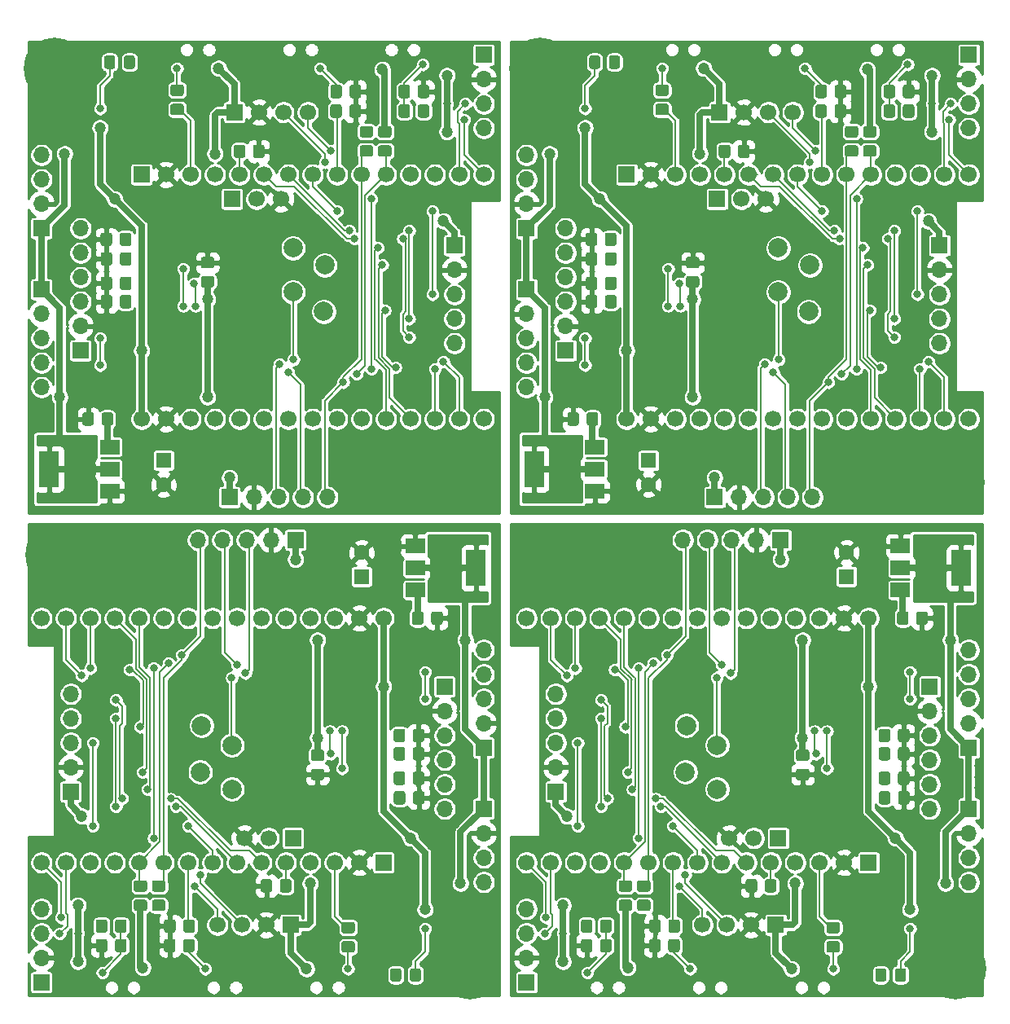
<source format=gbr>
G04 #@! TF.GenerationSoftware,KiCad,Pcbnew,5.1.9-1.fc33*
G04 #@! TF.CreationDate,2021-04-02T23:42:05+02:00*
G04 #@! TF.ProjectId,neOSensorv5_panelized,6e654f53-656e-4736-9f72-76355f70616e,rev?*
G04 #@! TF.SameCoordinates,Original*
G04 #@! TF.FileFunction,Copper,L1,Top*
G04 #@! TF.FilePolarity,Positive*
%FSLAX46Y46*%
G04 Gerber Fmt 4.6, Leading zero omitted, Abs format (unit mm)*
G04 Created by KiCad (PCBNEW 5.1.9-1.fc33) date 2021-04-02 23:42:05*
%MOMM*%
%LPD*%
G01*
G04 APERTURE LIST*
G04 #@! TA.AperFunction,ComponentPad*
%ADD10R,1.700000X1.700000*%
G04 #@! TD*
G04 #@! TA.AperFunction,ComponentPad*
%ADD11O,1.700000X1.700000*%
G04 #@! TD*
G04 #@! TA.AperFunction,ComponentPad*
%ADD12C,2.000000*%
G04 #@! TD*
G04 #@! TA.AperFunction,ComponentPad*
%ADD13C,1.700000*%
G04 #@! TD*
G04 #@! TA.AperFunction,SMDPad,CuDef*
%ADD14R,2.000000X3.800000*%
G04 #@! TD*
G04 #@! TA.AperFunction,SMDPad,CuDef*
%ADD15R,2.000000X1.500000*%
G04 #@! TD*
G04 #@! TA.AperFunction,ComponentPad*
%ADD16R,1.600000X1.600000*%
G04 #@! TD*
G04 #@! TA.AperFunction,ComponentPad*
%ADD17C,1.600000*%
G04 #@! TD*
G04 #@! TA.AperFunction,ComponentPad*
%ADD18C,6.400000*%
G04 #@! TD*
G04 #@! TA.AperFunction,ViaPad*
%ADD19C,0.800000*%
G04 #@! TD*
G04 #@! TA.AperFunction,ViaPad*
%ADD20C,1.200000*%
G04 #@! TD*
G04 #@! TA.AperFunction,Conductor*
%ADD21C,0.660400*%
G04 #@! TD*
G04 #@! TA.AperFunction,Conductor*
%ADD22C,0.203200*%
G04 #@! TD*
G04 #@! TA.AperFunction,Conductor*
%ADD23C,0.254000*%
G04 #@! TD*
G04 #@! TA.AperFunction,Conductor*
%ADD24C,0.100000*%
G04 #@! TD*
G04 APERTURE END LIST*
G04 #@! TO.P,R20,1*
G04 #@! TO.N,GND*
G04 #@! TA.AperFunction,SMDPad,CuDef*
G36*
G01*
X67005000Y-103943999D02*
X67005000Y-104844001D01*
G75*
G02*
X66755001Y-105094000I-249999J0D01*
G01*
X66054999Y-105094000D01*
G75*
G02*
X65805000Y-104844001I0J249999D01*
G01*
X65805000Y-103943999D01*
G75*
G02*
X66054999Y-103694000I249999J0D01*
G01*
X66755001Y-103694000D01*
G75*
G02*
X67005000Y-103943999I0J-249999D01*
G01*
G37*
G04 #@! TD.AperFunction*
G04 #@! TO.P,R20,2*
G04 #@! TO.N,Net-(R14-Pad2)*
G04 #@! TA.AperFunction,SMDPad,CuDef*
G36*
G01*
X65005000Y-103943999D02*
X65005000Y-104844001D01*
G75*
G02*
X64755001Y-105094000I-249999J0D01*
G01*
X64054999Y-105094000D01*
G75*
G02*
X63805000Y-104844001I0J249999D01*
G01*
X63805000Y-103943999D01*
G75*
G02*
X64054999Y-103694000I249999J0D01*
G01*
X64755001Y-103694000D01*
G75*
G02*
X65005000Y-103943999I0J-249999D01*
G01*
G37*
G04 #@! TD.AperFunction*
G04 #@! TD*
G04 #@! TO.P,R9,1*
G04 #@! TO.N,GND*
G04 #@! TA.AperFunction,SMDPad,CuDef*
G36*
G01*
X49962000Y-113988001D02*
X49962000Y-113087999D01*
G75*
G02*
X50211999Y-112838000I249999J0D01*
G01*
X50912001Y-112838000D01*
G75*
G02*
X51162000Y-113087999I0J-249999D01*
G01*
X51162000Y-113988001D01*
G75*
G02*
X50912001Y-114238000I-249999J0D01*
G01*
X50211999Y-114238000D01*
G75*
G02*
X49962000Y-113988001I0J249999D01*
G01*
G37*
G04 #@! TD.AperFunction*
G04 #@! TO.P,R9,2*
G04 #@! TO.N,/IR*
G04 #@! TA.AperFunction,SMDPad,CuDef*
G36*
G01*
X51962000Y-113988001D02*
X51962000Y-113087999D01*
G75*
G02*
X52211999Y-112838000I249999J0D01*
G01*
X52912001Y-112838000D01*
G75*
G02*
X53162000Y-113087999I0J-249999D01*
G01*
X53162000Y-113988001D01*
G75*
G02*
X52912001Y-114238000I-249999J0D01*
G01*
X52211999Y-114238000D01*
G75*
G02*
X51962000Y-113988001I0J249999D01*
G01*
G37*
G04 #@! TD.AperFunction*
G04 #@! TD*
D10*
G04 #@! TO.P,J4,1*
G04 #@! TO.N,+3V3*
X53594000Y-77597000D03*
D11*
G04 #@! TO.P,J4,2*
G04 #@! TO.N,GND*
X51054000Y-77597000D03*
G04 #@! TO.P,J4,3*
G04 #@! TO.N,/SCL*
X48514000Y-77597000D03*
G04 #@! TO.P,J4,4*
G04 #@! TO.N,/SDA*
X45974000Y-77597000D03*
G04 #@! TO.P,J4,5*
G04 #@! TO.N,/INT*
X43434000Y-77597000D03*
G04 #@! TD*
D10*
G04 #@! TO.P,J5,1*
G04 #@! TO.N,+5V*
X30226000Y-103759000D03*
D11*
G04 #@! TO.P,J5,2*
G04 #@! TO.N,GND*
X30226000Y-101219000D03*
G04 #@! TO.P,J5,3*
G04 #@! TO.N,/PM_EN*
X30226000Y-98679000D03*
G04 #@! TO.P,J5,4*
G04 #@! TO.N,/TX2*
X30226000Y-96139000D03*
G04 #@! TO.P,J5,5*
G04 #@! TO.N,/RX2*
X30226000Y-93599000D03*
G04 #@! TD*
D12*
G04 #@! TO.P,TP4,1*
G04 #@! TO.N,/ADC1_0*
X46990000Y-98933000D03*
G04 #@! TD*
G04 #@! TO.P,R10,1*
G04 #@! TO.N,GND*
G04 #@! TA.AperFunction,SMDPad,CuDef*
G36*
G01*
X39913000Y-120211001D02*
X39913000Y-119310999D01*
G75*
G02*
X40162999Y-119061000I249999J0D01*
G01*
X40863001Y-119061000D01*
G75*
G02*
X41113000Y-119310999I0J-249999D01*
G01*
X41113000Y-120211001D01*
G75*
G02*
X40863001Y-120461000I-249999J0D01*
G01*
X40162999Y-120461000D01*
G75*
G02*
X39913000Y-120211001I0J249999D01*
G01*
G37*
G04 #@! TD.AperFunction*
G04 #@! TO.P,R10,2*
G04 #@! TO.N,Net-(R10-Pad2)*
G04 #@! TA.AperFunction,SMDPad,CuDef*
G36*
G01*
X41913000Y-120211001D02*
X41913000Y-119310999D01*
G75*
G02*
X42162999Y-119061000I249999J0D01*
G01*
X42863001Y-119061000D01*
G75*
G02*
X43113000Y-119310999I0J-249999D01*
G01*
X43113000Y-120211001D01*
G75*
G02*
X42863001Y-120461000I-249999J0D01*
G01*
X42162999Y-120461000D01*
G75*
G02*
X41913000Y-120211001I0J249999D01*
G01*
G37*
G04 #@! TD.AperFunction*
G04 #@! TD*
G04 #@! TO.P,TP5,1*
G04 #@! TO.N,/ADC1_6*
X43688000Y-101727000D03*
G04 #@! TD*
G04 #@! TO.P,D1,1*
G04 #@! TO.N,Net-(D1-Pad1)*
G04 #@! TA.AperFunction,SMDPad,CuDef*
G36*
G01*
X63433000Y-123259001D02*
X63433000Y-122358999D01*
G75*
G02*
X63682999Y-122109000I249999J0D01*
G01*
X64333001Y-122109000D01*
G75*
G02*
X64583000Y-122358999I0J-249999D01*
G01*
X64583000Y-123259001D01*
G75*
G02*
X64333001Y-123509000I-249999J0D01*
G01*
X63682999Y-123509000D01*
G75*
G02*
X63433000Y-123259001I0J249999D01*
G01*
G37*
G04 #@! TD.AperFunction*
G04 #@! TO.P,D1,2*
G04 #@! TO.N,Net-(D1-Pad2)*
G04 #@! TA.AperFunction,SMDPad,CuDef*
G36*
G01*
X65483000Y-123259001D02*
X65483000Y-122358999D01*
G75*
G02*
X65732999Y-122109000I249999J0D01*
G01*
X66383001Y-122109000D01*
G75*
G02*
X66633000Y-122358999I0J-249999D01*
G01*
X66633000Y-123259001D01*
G75*
G02*
X66383001Y-123509000I-249999J0D01*
G01*
X65732999Y-123509000D01*
G75*
G02*
X65483000Y-123259001I0J249999D01*
G01*
G37*
G04 #@! TD.AperFunction*
G04 #@! TD*
D10*
G04 #@! TO.P,J6,1*
G04 #@! TO.N,+5V*
X69088000Y-92837000D03*
D11*
G04 #@! TO.P,J6,2*
G04 #@! TO.N,GND*
X69088000Y-95377000D03*
G04 #@! TO.P,J6,3*
G04 #@! TO.N,/ANA_0*
X69088000Y-97917000D03*
G04 #@! TO.P,J6,4*
G04 #@! TO.N,/ANA_1*
X69088000Y-100457000D03*
G04 #@! TO.P,J6,5*
G04 #@! TO.N,/ANA_2*
X69088000Y-102997000D03*
G04 #@! TO.P,J6,6*
G04 #@! TO.N,/ANA_3*
X69088000Y-105537000D03*
G04 #@! TD*
G04 #@! TO.P,R3,1*
G04 #@! TO.N,/LED*
G04 #@! TA.AperFunction,SMDPad,CuDef*
G36*
G01*
X58604999Y-117288000D02*
X59505001Y-117288000D01*
G75*
G02*
X59755000Y-117537999I0J-249999D01*
G01*
X59755000Y-118238001D01*
G75*
G02*
X59505001Y-118488000I-249999J0D01*
G01*
X58604999Y-118488000D01*
G75*
G02*
X58355000Y-118238001I0J249999D01*
G01*
X58355000Y-117537999D01*
G75*
G02*
X58604999Y-117288000I249999J0D01*
G01*
G37*
G04 #@! TD.AperFunction*
G04 #@! TO.P,R3,2*
G04 #@! TO.N,Net-(Q1-Pad1)*
G04 #@! TA.AperFunction,SMDPad,CuDef*
G36*
G01*
X58604999Y-119288000D02*
X59505001Y-119288000D01*
G75*
G02*
X59755000Y-119537999I0J-249999D01*
G01*
X59755000Y-120238001D01*
G75*
G02*
X59505001Y-120488000I-249999J0D01*
G01*
X58604999Y-120488000D01*
G75*
G02*
X58355000Y-120238001I0J249999D01*
G01*
X58355000Y-119537999D01*
G75*
G02*
X58604999Y-119288000I249999J0D01*
G01*
G37*
G04 #@! TD.AperFunction*
G04 #@! TD*
D10*
G04 #@! TO.P,J3,1*
G04 #@! TO.N,+3V3*
X73152000Y-99187000D03*
D11*
G04 #@! TO.P,J3,2*
G04 #@! TO.N,GND*
X73152000Y-96647000D03*
G04 #@! TO.P,J3,3*
G04 #@! TO.N,/SCL*
X73152000Y-94107000D03*
G04 #@! TO.P,J3,4*
G04 #@! TO.N,/SDA*
X73152000Y-91567000D03*
G04 #@! TO.P,J3,5*
G04 #@! TO.N,/INT*
X73152000Y-89027000D03*
G04 #@! TD*
G04 #@! TO.P,R8,1*
G04 #@! TO.N,/SDA*
G04 #@! TA.AperFunction,SMDPad,CuDef*
G36*
G01*
X37014999Y-112970000D02*
X37915001Y-112970000D01*
G75*
G02*
X38165000Y-113219999I0J-249999D01*
G01*
X38165000Y-113920001D01*
G75*
G02*
X37915001Y-114170000I-249999J0D01*
G01*
X37014999Y-114170000D01*
G75*
G02*
X36765000Y-113920001I0J249999D01*
G01*
X36765000Y-113219999D01*
G75*
G02*
X37014999Y-112970000I249999J0D01*
G01*
G37*
G04 #@! TD.AperFunction*
G04 #@! TO.P,R8,2*
G04 #@! TO.N,+3V3*
G04 #@! TA.AperFunction,SMDPad,CuDef*
G36*
G01*
X37014999Y-114970000D02*
X37915001Y-114970000D01*
G75*
G02*
X38165000Y-115219999I0J-249999D01*
G01*
X38165000Y-115920001D01*
G75*
G02*
X37915001Y-116170000I-249999J0D01*
G01*
X37014999Y-116170000D01*
G75*
G02*
X36765000Y-115920001I0J249999D01*
G01*
X36765000Y-115219999D01*
G75*
G02*
X37014999Y-114970000I249999J0D01*
G01*
G37*
G04 #@! TD.AperFunction*
G04 #@! TD*
D12*
G04 #@! TO.P,TP6,1*
G04 #@! TO.N,/ADC1_7*
X46990000Y-103505000D03*
G04 #@! TD*
D10*
G04 #@! TO.P,U2,1*
G04 #@! TO.N,+3V3*
X53086000Y-117602000D03*
D13*
G04 #@! TO.P,U2,2*
G04 #@! TO.N,GND*
X50546000Y-117602000D03*
G04 #@! TO.P,U2,3*
G04 #@! TO.N,/SCL*
X48006000Y-117602000D03*
G04 #@! TO.P,U2,4*
G04 #@! TO.N,/SDA*
X45466000Y-117602000D03*
G04 #@! TD*
G04 #@! TO.P,R12,1*
G04 #@! TO.N,GND*
G04 #@! TA.AperFunction,SMDPad,CuDef*
G36*
G01*
X32833000Y-120211001D02*
X32833000Y-119310999D01*
G75*
G02*
X33082999Y-119061000I249999J0D01*
G01*
X33783001Y-119061000D01*
G75*
G02*
X34033000Y-119310999I0J-249999D01*
G01*
X34033000Y-120211001D01*
G75*
G02*
X33783001Y-120461000I-249999J0D01*
G01*
X33082999Y-120461000D01*
G75*
G02*
X32833000Y-120211001I0J249999D01*
G01*
G37*
G04 #@! TD.AperFunction*
G04 #@! TO.P,R12,2*
G04 #@! TO.N,Net-(R11-Pad1)*
G04 #@! TA.AperFunction,SMDPad,CuDef*
G36*
G01*
X34833000Y-120211001D02*
X34833000Y-119310999D01*
G75*
G02*
X35082999Y-119061000I249999J0D01*
G01*
X35783001Y-119061000D01*
G75*
G02*
X36033000Y-119310999I0J-249999D01*
G01*
X36033000Y-120211001D01*
G75*
G02*
X35783001Y-120461000I-249999J0D01*
G01*
X35082999Y-120461000D01*
G75*
G02*
X34833000Y-120211001I0J249999D01*
G01*
G37*
G04 #@! TD.AperFunction*
G04 #@! TD*
G04 #@! TO.P,R17,1*
G04 #@! TO.N,GND*
G04 #@! TA.AperFunction,SMDPad,CuDef*
G36*
G01*
X66989000Y-101911999D02*
X66989000Y-102812001D01*
G75*
G02*
X66739001Y-103062000I-249999J0D01*
G01*
X66038999Y-103062000D01*
G75*
G02*
X65789000Y-102812001I0J249999D01*
G01*
X65789000Y-101911999D01*
G75*
G02*
X66038999Y-101662000I249999J0D01*
G01*
X66739001Y-101662000D01*
G75*
G02*
X66989000Y-101911999I0J-249999D01*
G01*
G37*
G04 #@! TD.AperFunction*
G04 #@! TO.P,R17,2*
G04 #@! TO.N,Net-(R13-Pad2)*
G04 #@! TA.AperFunction,SMDPad,CuDef*
G36*
G01*
X64989000Y-101911999D02*
X64989000Y-102812001D01*
G75*
G02*
X64739001Y-103062000I-249999J0D01*
G01*
X64038999Y-103062000D01*
G75*
G02*
X63789000Y-102812001I0J249999D01*
G01*
X63789000Y-101911999D01*
G75*
G02*
X64038999Y-101662000I249999J0D01*
G01*
X64739001Y-101662000D01*
G75*
G02*
X64989000Y-101911999I0J-249999D01*
G01*
G37*
G04 #@! TD.AperFunction*
G04 #@! TD*
G04 #@! TO.P,C1,2*
G04 #@! TO.N,GND*
G04 #@! TA.AperFunction,SMDPad,CuDef*
G36*
G01*
X67694000Y-86175001D02*
X67694000Y-85274999D01*
G75*
G02*
X67943999Y-85025000I249999J0D01*
G01*
X68644001Y-85025000D01*
G75*
G02*
X68894000Y-85274999I0J-249999D01*
G01*
X68894000Y-86175001D01*
G75*
G02*
X68644001Y-86425000I-249999J0D01*
G01*
X67943999Y-86425000D01*
G75*
G02*
X67694000Y-86175001I0J249999D01*
G01*
G37*
G04 #@! TD.AperFunction*
G04 #@! TO.P,C1,1*
G04 #@! TO.N,+5V*
G04 #@! TA.AperFunction,SMDPad,CuDef*
G36*
G01*
X65694000Y-86175001D02*
X65694000Y-85274999D01*
G75*
G02*
X65943999Y-85025000I249999J0D01*
G01*
X66644001Y-85025000D01*
G75*
G02*
X66894000Y-85274999I0J-249999D01*
G01*
X66894000Y-86175001D01*
G75*
G02*
X66644001Y-86425000I-249999J0D01*
G01*
X65943999Y-86425000D01*
G75*
G02*
X65694000Y-86175001I0J249999D01*
G01*
G37*
G04 #@! TD.AperFunction*
G04 #@! TD*
D14*
G04 #@! TO.P,U4,2*
G04 #@! TO.N,+3V3*
X72340000Y-80518000D03*
D15*
X66040000Y-80518000D03*
G04 #@! TO.P,U4,3*
G04 #@! TO.N,+5V*
X66040000Y-82818000D03*
G04 #@! TO.P,U4,1*
G04 #@! TO.N,GND*
X66040000Y-78218000D03*
G04 #@! TD*
G04 #@! TO.P,R19,1*
G04 #@! TO.N,GND*
G04 #@! TA.AperFunction,SMDPad,CuDef*
G36*
G01*
X66989000Y-99371999D02*
X66989000Y-100272001D01*
G75*
G02*
X66739001Y-100522000I-249999J0D01*
G01*
X66038999Y-100522000D01*
G75*
G02*
X65789000Y-100272001I0J249999D01*
G01*
X65789000Y-99371999D01*
G75*
G02*
X66038999Y-99122000I249999J0D01*
G01*
X66739001Y-99122000D01*
G75*
G02*
X66989000Y-99371999I0J-249999D01*
G01*
G37*
G04 #@! TD.AperFunction*
G04 #@! TO.P,R19,2*
G04 #@! TO.N,Net-(R18-Pad2)*
G04 #@! TA.AperFunction,SMDPad,CuDef*
G36*
G01*
X64989000Y-99371999D02*
X64989000Y-100272001D01*
G75*
G02*
X64739001Y-100522000I-249999J0D01*
G01*
X64038999Y-100522000D01*
G75*
G02*
X63789000Y-100272001I0J249999D01*
G01*
X63789000Y-99371999D01*
G75*
G02*
X64038999Y-99122000I249999J0D01*
G01*
X64739001Y-99122000D01*
G75*
G02*
X64989000Y-99371999I0J-249999D01*
G01*
G37*
G04 #@! TD.AperFunction*
G04 #@! TD*
G04 #@! TO.P,C4,1*
G04 #@! TO.N,/SW2*
G04 #@! TA.AperFunction,SMDPad,CuDef*
G36*
G01*
X43129000Y-117278999D02*
X43129000Y-118179001D01*
G75*
G02*
X42879001Y-118429000I-249999J0D01*
G01*
X42178999Y-118429000D01*
G75*
G02*
X41929000Y-118179001I0J249999D01*
G01*
X41929000Y-117278999D01*
G75*
G02*
X42178999Y-117029000I249999J0D01*
G01*
X42879001Y-117029000D01*
G75*
G02*
X43129000Y-117278999I0J-249999D01*
G01*
G37*
G04 #@! TD.AperFunction*
G04 #@! TO.P,C4,2*
G04 #@! TO.N,GND*
G04 #@! TA.AperFunction,SMDPad,CuDef*
G36*
G01*
X41129000Y-117278999D02*
X41129000Y-118179001D01*
G75*
G02*
X40879001Y-118429000I-249999J0D01*
G01*
X40178999Y-118429000D01*
G75*
G02*
X39929000Y-118179001I0J249999D01*
G01*
X39929000Y-117278999D01*
G75*
G02*
X40178999Y-117029000I249999J0D01*
G01*
X40879001Y-117029000D01*
G75*
G02*
X41129000Y-117278999I0J-249999D01*
G01*
G37*
G04 #@! TD.AperFunction*
G04 #@! TD*
D12*
G04 #@! TO.P,TP3,1*
G04 #@! TO.N,/ADC1_3*
X43815000Y-96901000D03*
G04 #@! TD*
D16*
G04 #@! TO.P,C2,1*
G04 #@! TO.N,+3V3*
X60452000Y-81407000D03*
D17*
G04 #@! TO.P,C2,2*
G04 #@! TO.N,GND*
X60452000Y-78907000D03*
G04 #@! TD*
D10*
G04 #@! TO.P,J2,1*
G04 #@! TO.N,+3V3*
X27178000Y-123571000D03*
D11*
G04 #@! TO.P,J2,2*
G04 #@! TO.N,GND*
X27178000Y-121031000D03*
G04 #@! TO.P,J2,3*
G04 #@! TO.N,/SCL*
X27178000Y-118491000D03*
G04 #@! TO.P,J2,4*
G04 #@! TO.N,/SDA*
X27178000Y-115951000D03*
G04 #@! TD*
D18*
G04 #@! TO.P,H2,1*
G04 #@! TO.N,GND*
X28702000Y-79121000D03*
G04 #@! TD*
G04 #@! TO.P,R16,1*
G04 #@! TO.N,GND*
G04 #@! TA.AperFunction,SMDPad,CuDef*
G36*
G01*
X66989000Y-97466999D02*
X66989000Y-98367001D01*
G75*
G02*
X66739001Y-98617000I-249999J0D01*
G01*
X66038999Y-98617000D01*
G75*
G02*
X65789000Y-98367001I0J249999D01*
G01*
X65789000Y-97466999D01*
G75*
G02*
X66038999Y-97217000I249999J0D01*
G01*
X66739001Y-97217000D01*
G75*
G02*
X66989000Y-97466999I0J-249999D01*
G01*
G37*
G04 #@! TD.AperFunction*
G04 #@! TO.P,R16,2*
G04 #@! TO.N,Net-(R15-Pad2)*
G04 #@! TA.AperFunction,SMDPad,CuDef*
G36*
G01*
X64989000Y-97466999D02*
X64989000Y-98367001D01*
G75*
G02*
X64739001Y-98617000I-249999J0D01*
G01*
X64038999Y-98617000D01*
G75*
G02*
X63789000Y-98367001I0J249999D01*
G01*
X63789000Y-97466999D01*
G75*
G02*
X64038999Y-97217000I249999J0D01*
G01*
X64739001Y-97217000D01*
G75*
G02*
X64989000Y-97466999I0J-249999D01*
G01*
G37*
G04 #@! TD.AperFunction*
G04 #@! TD*
D10*
G04 #@! TO.P,U1,1*
G04 #@! TO.N,+5V*
X53340000Y-108585000D03*
D13*
G04 #@! TO.P,U1,2*
G04 #@! TO.N,/IR*
X50800000Y-108585000D03*
G04 #@! TO.P,U1,3*
G04 #@! TO.N,GND*
X48260000Y-108585000D03*
G04 #@! TD*
G04 #@! TO.P,C3,1*
G04 #@! TO.N,+3V3*
G04 #@! TA.AperFunction,SMDPad,CuDef*
G36*
G01*
X55429999Y-99381000D02*
X56330001Y-99381000D01*
G75*
G02*
X56580000Y-99630999I0J-249999D01*
G01*
X56580000Y-100331001D01*
G75*
G02*
X56330001Y-100581000I-249999J0D01*
G01*
X55429999Y-100581000D01*
G75*
G02*
X55180000Y-100331001I0J249999D01*
G01*
X55180000Y-99630999D01*
G75*
G02*
X55429999Y-99381000I249999J0D01*
G01*
G37*
G04 #@! TD.AperFunction*
G04 #@! TO.P,C3,2*
G04 #@! TO.N,GND*
G04 #@! TA.AperFunction,SMDPad,CuDef*
G36*
G01*
X55429999Y-101381000D02*
X56330001Y-101381000D01*
G75*
G02*
X56580000Y-101630999I0J-249999D01*
G01*
X56580000Y-102331001D01*
G75*
G02*
X56330001Y-102581000I-249999J0D01*
G01*
X55429999Y-102581000D01*
G75*
G02*
X55180000Y-102331001I0J249999D01*
G01*
X55180000Y-101630999D01*
G75*
G02*
X55429999Y-101381000I249999J0D01*
G01*
G37*
G04 #@! TD.AperFunction*
G04 #@! TD*
G04 #@! TO.P,R21,1*
G04 #@! TO.N,/INT*
G04 #@! TA.AperFunction,SMDPad,CuDef*
G36*
G01*
X38919999Y-112970000D02*
X39820001Y-112970000D01*
G75*
G02*
X40070000Y-113219999I0J-249999D01*
G01*
X40070000Y-113920001D01*
G75*
G02*
X39820001Y-114170000I-249999J0D01*
G01*
X38919999Y-114170000D01*
G75*
G02*
X38670000Y-113920001I0J249999D01*
G01*
X38670000Y-113219999D01*
G75*
G02*
X38919999Y-112970000I249999J0D01*
G01*
G37*
G04 #@! TD.AperFunction*
G04 #@! TO.P,R21,2*
G04 #@! TO.N,+3V3*
G04 #@! TA.AperFunction,SMDPad,CuDef*
G36*
G01*
X38919999Y-114970000D02*
X39820001Y-114970000D01*
G75*
G02*
X40070000Y-115219999I0J-249999D01*
G01*
X40070000Y-115920001D01*
G75*
G02*
X39820001Y-116170000I-249999J0D01*
G01*
X38919999Y-116170000D01*
G75*
G02*
X38670000Y-115920001I0J249999D01*
G01*
X38670000Y-115219999D01*
G75*
G02*
X38919999Y-114970000I249999J0D01*
G01*
G37*
G04 #@! TD.AperFunction*
G04 #@! TD*
D10*
G04 #@! TO.P,J1,1*
G04 #@! TO.N,+3V3*
X73152000Y-105537000D03*
D11*
G04 #@! TO.P,J1,2*
G04 #@! TO.N,GND*
X73152000Y-108077000D03*
G04 #@! TO.P,J1,3*
G04 #@! TO.N,/SCL*
X73152000Y-110617000D03*
G04 #@! TO.P,J1,4*
G04 #@! TO.N,/SDA*
X73152000Y-113157000D03*
G04 #@! TD*
D10*
G04 #@! TO.P,U3,1*
G04 #@! TO.N,Net-(U3-Pad1)*
X62738000Y-111125000D03*
D13*
G04 #@! TO.P,U3,2*
G04 #@! TO.N,GND*
X60198000Y-111125000D03*
G04 #@! TO.P,U3,3*
G04 #@! TO.N,/LED*
X57658000Y-111125000D03*
G04 #@! TO.P,U3,4*
G04 #@! TO.N,Net-(U3-Pad4)*
X55118000Y-111125000D03*
G04 #@! TO.P,U3,5*
G04 #@! TO.N,/IR*
X52578000Y-111125000D03*
G04 #@! TO.P,U3,6*
G04 #@! TO.N,/RX2*
X50038000Y-111125000D03*
G04 #@! TO.P,U3,7*
G04 #@! TO.N,Net-(R5-Pad2)*
X47498000Y-111125000D03*
G04 #@! TO.P,U3,8*
G04 #@! TO.N,/PM_EN*
X44958000Y-111125000D03*
G04 #@! TO.P,U3,9*
G04 #@! TO.N,/SW2*
X42418000Y-111125000D03*
G04 #@! TO.P,U3,10*
G04 #@! TO.N,/INT*
X39878000Y-111125000D03*
G04 #@! TO.P,U3,11*
G04 #@! TO.N,/SDA*
X37338000Y-111125000D03*
G04 #@! TO.P,U3,12*
G04 #@! TO.N,Net-(U3-Pad12)*
X34798000Y-111125000D03*
G04 #@! TO.P,U3,13*
G04 #@! TO.N,Net-(U3-Pad13)*
X32258000Y-111125000D03*
G04 #@! TO.P,U3,14*
G04 #@! TO.N,/SCL*
X29718000Y-111125000D03*
G04 #@! TO.P,U3,15*
G04 #@! TO.N,/SW3*
X27178000Y-111125000D03*
G04 #@! TO.P,U3,16*
G04 #@! TO.N,Net-(U3-Pad16)*
X27178000Y-85725000D03*
G04 #@! TO.P,U3,17*
G04 #@! TO.N,/ADC1_0*
X29718000Y-85725000D03*
G04 #@! TO.P,U3,18*
G04 #@! TO.N,/ADC1_3*
X32258000Y-85725000D03*
G04 #@! TO.P,U3,19*
G04 #@! TO.N,/ADC1_6*
X34798000Y-85725000D03*
G04 #@! TO.P,U3,20*
G04 #@! TO.N,/ADC1_7*
X37338000Y-85725000D03*
G04 #@! TO.P,U3,21*
G04 #@! TO.N,Net-(U3-Pad21)*
X39878000Y-85725000D03*
G04 #@! TO.P,U3,22*
G04 #@! TO.N,Net-(U3-Pad22)*
X42418000Y-85725000D03*
G04 #@! TO.P,U3,23*
G04 #@! TO.N,Net-(U3-Pad23)*
X44958000Y-85725000D03*
G04 #@! TO.P,U3,24*
G04 #@! TO.N,Net-(U3-Pad24)*
X47498000Y-85725000D03*
G04 #@! TO.P,U3,25*
G04 #@! TO.N,Net-(U3-Pad25)*
X50038000Y-85725000D03*
G04 #@! TO.P,U3,26*
G04 #@! TO.N,Net-(U3-Pad26)*
X52578000Y-85725000D03*
G04 #@! TO.P,U3,27*
G04 #@! TO.N,Net-(U3-Pad27)*
X55118000Y-85725000D03*
G04 #@! TO.P,U3,28*
G04 #@! TO.N,Net-(U3-Pad28)*
X57658000Y-85725000D03*
G04 #@! TO.P,U3,29*
G04 #@! TO.N,GND*
X60198000Y-85725000D03*
G04 #@! TO.P,U3,30*
G04 #@! TO.N,+5V*
X62738000Y-85725000D03*
G04 #@! TD*
G04 #@! TO.P,R11,1*
G04 #@! TO.N,Net-(R11-Pad1)*
G04 #@! TA.AperFunction,SMDPad,CuDef*
G36*
G01*
X36033000Y-117278999D02*
X36033000Y-118179001D01*
G75*
G02*
X35783001Y-118429000I-249999J0D01*
G01*
X35082999Y-118429000D01*
G75*
G02*
X34833000Y-118179001I0J249999D01*
G01*
X34833000Y-117278999D01*
G75*
G02*
X35082999Y-117029000I249999J0D01*
G01*
X35783001Y-117029000D01*
G75*
G02*
X36033000Y-117278999I0J-249999D01*
G01*
G37*
G04 #@! TD.AperFunction*
G04 #@! TO.P,R11,2*
G04 #@! TO.N,/SW3*
G04 #@! TA.AperFunction,SMDPad,CuDef*
G36*
G01*
X34033000Y-117278999D02*
X34033000Y-118179001D01*
G75*
G02*
X33783001Y-118429000I-249999J0D01*
G01*
X33082999Y-118429000D01*
G75*
G02*
X32833000Y-118179001I0J249999D01*
G01*
X32833000Y-117278999D01*
G75*
G02*
X33082999Y-117029000I249999J0D01*
G01*
X33783001Y-117029000D01*
G75*
G02*
X34033000Y-117278999I0J-249999D01*
G01*
G37*
G04 #@! TD.AperFunction*
G04 #@! TD*
D18*
G04 #@! TO.P,H1,1*
G04 #@! TO.N,GND*
X71755000Y-122174000D03*
G04 #@! TD*
D13*
G04 #@! TO.P,U1,3*
G04 #@! TO.N,GND*
X98679000Y-108585000D03*
G04 #@! TO.P,U1,2*
G04 #@! TO.N,/IR*
X101219000Y-108585000D03*
D10*
G04 #@! TO.P,U1,1*
G04 #@! TO.N,+5V*
X103759000Y-108585000D03*
G04 #@! TD*
G04 #@! TO.P,R10,2*
G04 #@! TO.N,Net-(R10-Pad2)*
G04 #@! TA.AperFunction,SMDPad,CuDef*
G36*
G01*
X92332000Y-120211001D02*
X92332000Y-119310999D01*
G75*
G02*
X92581999Y-119061000I249999J0D01*
G01*
X93282001Y-119061000D01*
G75*
G02*
X93532000Y-119310999I0J-249999D01*
G01*
X93532000Y-120211001D01*
G75*
G02*
X93282001Y-120461000I-249999J0D01*
G01*
X92581999Y-120461000D01*
G75*
G02*
X92332000Y-120211001I0J249999D01*
G01*
G37*
G04 #@! TD.AperFunction*
G04 #@! TO.P,R10,1*
G04 #@! TO.N,GND*
G04 #@! TA.AperFunction,SMDPad,CuDef*
G36*
G01*
X90332000Y-120211001D02*
X90332000Y-119310999D01*
G75*
G02*
X90581999Y-119061000I249999J0D01*
G01*
X91282001Y-119061000D01*
G75*
G02*
X91532000Y-119310999I0J-249999D01*
G01*
X91532000Y-120211001D01*
G75*
G02*
X91282001Y-120461000I-249999J0D01*
G01*
X90581999Y-120461000D01*
G75*
G02*
X90332000Y-120211001I0J249999D01*
G01*
G37*
G04 #@! TD.AperFunction*
G04 #@! TD*
D12*
G04 #@! TO.P,TP5,1*
G04 #@! TO.N,/ADC1_6*
X94107000Y-101727000D03*
G04 #@! TD*
G04 #@! TO.P,R16,2*
G04 #@! TO.N,Net-(R15-Pad2)*
G04 #@! TA.AperFunction,SMDPad,CuDef*
G36*
G01*
X115408000Y-97466999D02*
X115408000Y-98367001D01*
G75*
G02*
X115158001Y-98617000I-249999J0D01*
G01*
X114457999Y-98617000D01*
G75*
G02*
X114208000Y-98367001I0J249999D01*
G01*
X114208000Y-97466999D01*
G75*
G02*
X114457999Y-97217000I249999J0D01*
G01*
X115158001Y-97217000D01*
G75*
G02*
X115408000Y-97466999I0J-249999D01*
G01*
G37*
G04 #@! TD.AperFunction*
G04 #@! TO.P,R16,1*
G04 #@! TO.N,GND*
G04 #@! TA.AperFunction,SMDPad,CuDef*
G36*
G01*
X117408000Y-97466999D02*
X117408000Y-98367001D01*
G75*
G02*
X117158001Y-98617000I-249999J0D01*
G01*
X116457999Y-98617000D01*
G75*
G02*
X116208000Y-98367001I0J249999D01*
G01*
X116208000Y-97466999D01*
G75*
G02*
X116457999Y-97217000I249999J0D01*
G01*
X117158001Y-97217000D01*
G75*
G02*
X117408000Y-97466999I0J-249999D01*
G01*
G37*
G04 #@! TD.AperFunction*
G04 #@! TD*
G04 #@! TO.P,R8,2*
G04 #@! TO.N,+3V3*
G04 #@! TA.AperFunction,SMDPad,CuDef*
G36*
G01*
X87433999Y-114970000D02*
X88334001Y-114970000D01*
G75*
G02*
X88584000Y-115219999I0J-249999D01*
G01*
X88584000Y-115920001D01*
G75*
G02*
X88334001Y-116170000I-249999J0D01*
G01*
X87433999Y-116170000D01*
G75*
G02*
X87184000Y-115920001I0J249999D01*
G01*
X87184000Y-115219999D01*
G75*
G02*
X87433999Y-114970000I249999J0D01*
G01*
G37*
G04 #@! TD.AperFunction*
G04 #@! TO.P,R8,1*
G04 #@! TO.N,/SDA*
G04 #@! TA.AperFunction,SMDPad,CuDef*
G36*
G01*
X87433999Y-112970000D02*
X88334001Y-112970000D01*
G75*
G02*
X88584000Y-113219999I0J-249999D01*
G01*
X88584000Y-113920001D01*
G75*
G02*
X88334001Y-114170000I-249999J0D01*
G01*
X87433999Y-114170000D01*
G75*
G02*
X87184000Y-113920001I0J249999D01*
G01*
X87184000Y-113219999D01*
G75*
G02*
X87433999Y-112970000I249999J0D01*
G01*
G37*
G04 #@! TD.AperFunction*
G04 #@! TD*
G04 #@! TO.P,D1,2*
G04 #@! TO.N,Net-(D1-Pad2)*
G04 #@! TA.AperFunction,SMDPad,CuDef*
G36*
G01*
X115902000Y-123259001D02*
X115902000Y-122358999D01*
G75*
G02*
X116151999Y-122109000I249999J0D01*
G01*
X116802001Y-122109000D01*
G75*
G02*
X117052000Y-122358999I0J-249999D01*
G01*
X117052000Y-123259001D01*
G75*
G02*
X116802001Y-123509000I-249999J0D01*
G01*
X116151999Y-123509000D01*
G75*
G02*
X115902000Y-123259001I0J249999D01*
G01*
G37*
G04 #@! TD.AperFunction*
G04 #@! TO.P,D1,1*
G04 #@! TO.N,Net-(D1-Pad1)*
G04 #@! TA.AperFunction,SMDPad,CuDef*
G36*
G01*
X113852000Y-123259001D02*
X113852000Y-122358999D01*
G75*
G02*
X114101999Y-122109000I249999J0D01*
G01*
X114752001Y-122109000D01*
G75*
G02*
X115002000Y-122358999I0J-249999D01*
G01*
X115002000Y-123259001D01*
G75*
G02*
X114752001Y-123509000I-249999J0D01*
G01*
X114101999Y-123509000D01*
G75*
G02*
X113852000Y-123259001I0J249999D01*
G01*
G37*
G04 #@! TD.AperFunction*
G04 #@! TD*
D11*
G04 #@! TO.P,J6,6*
G04 #@! TO.N,/ANA_3*
X119507000Y-105537000D03*
G04 #@! TO.P,J6,5*
G04 #@! TO.N,/ANA_2*
X119507000Y-102997000D03*
G04 #@! TO.P,J6,4*
G04 #@! TO.N,/ANA_1*
X119507000Y-100457000D03*
G04 #@! TO.P,J6,3*
G04 #@! TO.N,/ANA_0*
X119507000Y-97917000D03*
G04 #@! TO.P,J6,2*
G04 #@! TO.N,GND*
X119507000Y-95377000D03*
D10*
G04 #@! TO.P,J6,1*
G04 #@! TO.N,+5V*
X119507000Y-92837000D03*
G04 #@! TD*
G04 #@! TO.P,R3,2*
G04 #@! TO.N,Net-(Q1-Pad1)*
G04 #@! TA.AperFunction,SMDPad,CuDef*
G36*
G01*
X109023999Y-119288000D02*
X109924001Y-119288000D01*
G75*
G02*
X110174000Y-119537999I0J-249999D01*
G01*
X110174000Y-120238001D01*
G75*
G02*
X109924001Y-120488000I-249999J0D01*
G01*
X109023999Y-120488000D01*
G75*
G02*
X108774000Y-120238001I0J249999D01*
G01*
X108774000Y-119537999D01*
G75*
G02*
X109023999Y-119288000I249999J0D01*
G01*
G37*
G04 #@! TD.AperFunction*
G04 #@! TO.P,R3,1*
G04 #@! TO.N,/LED*
G04 #@! TA.AperFunction,SMDPad,CuDef*
G36*
G01*
X109023999Y-117288000D02*
X109924001Y-117288000D01*
G75*
G02*
X110174000Y-117537999I0J-249999D01*
G01*
X110174000Y-118238001D01*
G75*
G02*
X109924001Y-118488000I-249999J0D01*
G01*
X109023999Y-118488000D01*
G75*
G02*
X108774000Y-118238001I0J249999D01*
G01*
X108774000Y-117537999D01*
G75*
G02*
X109023999Y-117288000I249999J0D01*
G01*
G37*
G04 #@! TD.AperFunction*
G04 #@! TD*
D11*
G04 #@! TO.P,J3,5*
G04 #@! TO.N,/INT*
X123571000Y-89027000D03*
G04 #@! TO.P,J3,4*
G04 #@! TO.N,/SDA*
X123571000Y-91567000D03*
G04 #@! TO.P,J3,3*
G04 #@! TO.N,/SCL*
X123571000Y-94107000D03*
G04 #@! TO.P,J3,2*
G04 #@! TO.N,GND*
X123571000Y-96647000D03*
D10*
G04 #@! TO.P,J3,1*
G04 #@! TO.N,+3V3*
X123571000Y-99187000D03*
G04 #@! TD*
G04 #@! TO.P,R20,2*
G04 #@! TO.N,Net-(R14-Pad2)*
G04 #@! TA.AperFunction,SMDPad,CuDef*
G36*
G01*
X115424000Y-103943999D02*
X115424000Y-104844001D01*
G75*
G02*
X115174001Y-105094000I-249999J0D01*
G01*
X114473999Y-105094000D01*
G75*
G02*
X114224000Y-104844001I0J249999D01*
G01*
X114224000Y-103943999D01*
G75*
G02*
X114473999Y-103694000I249999J0D01*
G01*
X115174001Y-103694000D01*
G75*
G02*
X115424000Y-103943999I0J-249999D01*
G01*
G37*
G04 #@! TD.AperFunction*
G04 #@! TO.P,R20,1*
G04 #@! TO.N,GND*
G04 #@! TA.AperFunction,SMDPad,CuDef*
G36*
G01*
X117424000Y-103943999D02*
X117424000Y-104844001D01*
G75*
G02*
X117174001Y-105094000I-249999J0D01*
G01*
X116473999Y-105094000D01*
G75*
G02*
X116224000Y-104844001I0J249999D01*
G01*
X116224000Y-103943999D01*
G75*
G02*
X116473999Y-103694000I249999J0D01*
G01*
X117174001Y-103694000D01*
G75*
G02*
X117424000Y-103943999I0J-249999D01*
G01*
G37*
G04 #@! TD.AperFunction*
G04 #@! TD*
G04 #@! TO.P,C4,2*
G04 #@! TO.N,GND*
G04 #@! TA.AperFunction,SMDPad,CuDef*
G36*
G01*
X91548000Y-117278999D02*
X91548000Y-118179001D01*
G75*
G02*
X91298001Y-118429000I-249999J0D01*
G01*
X90597999Y-118429000D01*
G75*
G02*
X90348000Y-118179001I0J249999D01*
G01*
X90348000Y-117278999D01*
G75*
G02*
X90597999Y-117029000I249999J0D01*
G01*
X91298001Y-117029000D01*
G75*
G02*
X91548000Y-117278999I0J-249999D01*
G01*
G37*
G04 #@! TD.AperFunction*
G04 #@! TO.P,C4,1*
G04 #@! TO.N,/SW2*
G04 #@! TA.AperFunction,SMDPad,CuDef*
G36*
G01*
X93548000Y-117278999D02*
X93548000Y-118179001D01*
G75*
G02*
X93298001Y-118429000I-249999J0D01*
G01*
X92597999Y-118429000D01*
G75*
G02*
X92348000Y-118179001I0J249999D01*
G01*
X92348000Y-117278999D01*
G75*
G02*
X92597999Y-117029000I249999J0D01*
G01*
X93298001Y-117029000D01*
G75*
G02*
X93548000Y-117278999I0J-249999D01*
G01*
G37*
G04 #@! TD.AperFunction*
G04 #@! TD*
D12*
G04 #@! TO.P,TP3,1*
G04 #@! TO.N,/ADC1_3*
X94234000Y-96901000D03*
G04 #@! TD*
G04 #@! TO.P,R21,2*
G04 #@! TO.N,+3V3*
G04 #@! TA.AperFunction,SMDPad,CuDef*
G36*
G01*
X89338999Y-114970000D02*
X90239001Y-114970000D01*
G75*
G02*
X90489000Y-115219999I0J-249999D01*
G01*
X90489000Y-115920001D01*
G75*
G02*
X90239001Y-116170000I-249999J0D01*
G01*
X89338999Y-116170000D01*
G75*
G02*
X89089000Y-115920001I0J249999D01*
G01*
X89089000Y-115219999D01*
G75*
G02*
X89338999Y-114970000I249999J0D01*
G01*
G37*
G04 #@! TD.AperFunction*
G04 #@! TO.P,R21,1*
G04 #@! TO.N,/INT*
G04 #@! TA.AperFunction,SMDPad,CuDef*
G36*
G01*
X89338999Y-112970000D02*
X90239001Y-112970000D01*
G75*
G02*
X90489000Y-113219999I0J-249999D01*
G01*
X90489000Y-113920001D01*
G75*
G02*
X90239001Y-114170000I-249999J0D01*
G01*
X89338999Y-114170000D01*
G75*
G02*
X89089000Y-113920001I0J249999D01*
G01*
X89089000Y-113219999D01*
G75*
G02*
X89338999Y-112970000I249999J0D01*
G01*
G37*
G04 #@! TD.AperFunction*
G04 #@! TD*
G04 #@! TO.P,C3,2*
G04 #@! TO.N,GND*
G04 #@! TA.AperFunction,SMDPad,CuDef*
G36*
G01*
X105848999Y-101381000D02*
X106749001Y-101381000D01*
G75*
G02*
X106999000Y-101630999I0J-249999D01*
G01*
X106999000Y-102331001D01*
G75*
G02*
X106749001Y-102581000I-249999J0D01*
G01*
X105848999Y-102581000D01*
G75*
G02*
X105599000Y-102331001I0J249999D01*
G01*
X105599000Y-101630999D01*
G75*
G02*
X105848999Y-101381000I249999J0D01*
G01*
G37*
G04 #@! TD.AperFunction*
G04 #@! TO.P,C3,1*
G04 #@! TO.N,+3V3*
G04 #@! TA.AperFunction,SMDPad,CuDef*
G36*
G01*
X105848999Y-99381000D02*
X106749001Y-99381000D01*
G75*
G02*
X106999000Y-99630999I0J-249999D01*
G01*
X106999000Y-100331001D01*
G75*
G02*
X106749001Y-100581000I-249999J0D01*
G01*
X105848999Y-100581000D01*
G75*
G02*
X105599000Y-100331001I0J249999D01*
G01*
X105599000Y-99630999D01*
G75*
G02*
X105848999Y-99381000I249999J0D01*
G01*
G37*
G04 #@! TD.AperFunction*
G04 #@! TD*
G04 #@! TO.P,R17,2*
G04 #@! TO.N,Net-(R13-Pad2)*
G04 #@! TA.AperFunction,SMDPad,CuDef*
G36*
G01*
X115408000Y-101911999D02*
X115408000Y-102812001D01*
G75*
G02*
X115158001Y-103062000I-249999J0D01*
G01*
X114457999Y-103062000D01*
G75*
G02*
X114208000Y-102812001I0J249999D01*
G01*
X114208000Y-101911999D01*
G75*
G02*
X114457999Y-101662000I249999J0D01*
G01*
X115158001Y-101662000D01*
G75*
G02*
X115408000Y-101911999I0J-249999D01*
G01*
G37*
G04 #@! TD.AperFunction*
G04 #@! TO.P,R17,1*
G04 #@! TO.N,GND*
G04 #@! TA.AperFunction,SMDPad,CuDef*
G36*
G01*
X117408000Y-101911999D02*
X117408000Y-102812001D01*
G75*
G02*
X117158001Y-103062000I-249999J0D01*
G01*
X116457999Y-103062000D01*
G75*
G02*
X116208000Y-102812001I0J249999D01*
G01*
X116208000Y-101911999D01*
G75*
G02*
X116457999Y-101662000I249999J0D01*
G01*
X117158001Y-101662000D01*
G75*
G02*
X117408000Y-101911999I0J-249999D01*
G01*
G37*
G04 #@! TD.AperFunction*
G04 #@! TD*
G04 #@! TO.P,R12,2*
G04 #@! TO.N,Net-(R11-Pad1)*
G04 #@! TA.AperFunction,SMDPad,CuDef*
G36*
G01*
X85252000Y-120211001D02*
X85252000Y-119310999D01*
G75*
G02*
X85501999Y-119061000I249999J0D01*
G01*
X86202001Y-119061000D01*
G75*
G02*
X86452000Y-119310999I0J-249999D01*
G01*
X86452000Y-120211001D01*
G75*
G02*
X86202001Y-120461000I-249999J0D01*
G01*
X85501999Y-120461000D01*
G75*
G02*
X85252000Y-120211001I0J249999D01*
G01*
G37*
G04 #@! TD.AperFunction*
G04 #@! TO.P,R12,1*
G04 #@! TO.N,GND*
G04 #@! TA.AperFunction,SMDPad,CuDef*
G36*
G01*
X83252000Y-120211001D02*
X83252000Y-119310999D01*
G75*
G02*
X83501999Y-119061000I249999J0D01*
G01*
X84202001Y-119061000D01*
G75*
G02*
X84452000Y-119310999I0J-249999D01*
G01*
X84452000Y-120211001D01*
G75*
G02*
X84202001Y-120461000I-249999J0D01*
G01*
X83501999Y-120461000D01*
G75*
G02*
X83252000Y-120211001I0J249999D01*
G01*
G37*
G04 #@! TD.AperFunction*
G04 #@! TD*
G04 #@! TO.P,TP6,1*
G04 #@! TO.N,/ADC1_7*
X97409000Y-103505000D03*
G04 #@! TD*
D11*
G04 #@! TO.P,J1,4*
G04 #@! TO.N,/SDA*
X123571000Y-113157000D03*
G04 #@! TO.P,J1,3*
G04 #@! TO.N,/SCL*
X123571000Y-110617000D03*
G04 #@! TO.P,J1,2*
G04 #@! TO.N,GND*
X123571000Y-108077000D03*
D10*
G04 #@! TO.P,J1,1*
G04 #@! TO.N,+3V3*
X123571000Y-105537000D03*
G04 #@! TD*
D11*
G04 #@! TO.P,J2,4*
G04 #@! TO.N,/SDA*
X77597000Y-115951000D03*
G04 #@! TO.P,J2,3*
G04 #@! TO.N,/SCL*
X77597000Y-118491000D03*
G04 #@! TO.P,J2,2*
G04 #@! TO.N,GND*
X77597000Y-121031000D03*
D10*
G04 #@! TO.P,J2,1*
G04 #@! TO.N,+3V3*
X77597000Y-123571000D03*
G04 #@! TD*
G04 #@! TO.P,C1,1*
G04 #@! TO.N,+5V*
G04 #@! TA.AperFunction,SMDPad,CuDef*
G36*
G01*
X116113000Y-86175001D02*
X116113000Y-85274999D01*
G75*
G02*
X116362999Y-85025000I249999J0D01*
G01*
X117063001Y-85025000D01*
G75*
G02*
X117313000Y-85274999I0J-249999D01*
G01*
X117313000Y-86175001D01*
G75*
G02*
X117063001Y-86425000I-249999J0D01*
G01*
X116362999Y-86425000D01*
G75*
G02*
X116113000Y-86175001I0J249999D01*
G01*
G37*
G04 #@! TD.AperFunction*
G04 #@! TO.P,C1,2*
G04 #@! TO.N,GND*
G04 #@! TA.AperFunction,SMDPad,CuDef*
G36*
G01*
X118113000Y-86175001D02*
X118113000Y-85274999D01*
G75*
G02*
X118362999Y-85025000I249999J0D01*
G01*
X119063001Y-85025000D01*
G75*
G02*
X119313000Y-85274999I0J-249999D01*
G01*
X119313000Y-86175001D01*
G75*
G02*
X119063001Y-86425000I-249999J0D01*
G01*
X118362999Y-86425000D01*
G75*
G02*
X118113000Y-86175001I0J249999D01*
G01*
G37*
G04 #@! TD.AperFunction*
G04 #@! TD*
G04 #@! TO.P,R9,2*
G04 #@! TO.N,/IR*
G04 #@! TA.AperFunction,SMDPad,CuDef*
G36*
G01*
X102381000Y-113988001D02*
X102381000Y-113087999D01*
G75*
G02*
X102630999Y-112838000I249999J0D01*
G01*
X103331001Y-112838000D01*
G75*
G02*
X103581000Y-113087999I0J-249999D01*
G01*
X103581000Y-113988001D01*
G75*
G02*
X103331001Y-114238000I-249999J0D01*
G01*
X102630999Y-114238000D01*
G75*
G02*
X102381000Y-113988001I0J249999D01*
G01*
G37*
G04 #@! TD.AperFunction*
G04 #@! TO.P,R9,1*
G04 #@! TO.N,GND*
G04 #@! TA.AperFunction,SMDPad,CuDef*
G36*
G01*
X100381000Y-113988001D02*
X100381000Y-113087999D01*
G75*
G02*
X100630999Y-112838000I249999J0D01*
G01*
X101331001Y-112838000D01*
G75*
G02*
X101581000Y-113087999I0J-249999D01*
G01*
X101581000Y-113988001D01*
G75*
G02*
X101331001Y-114238000I-249999J0D01*
G01*
X100630999Y-114238000D01*
G75*
G02*
X100381000Y-113988001I0J249999D01*
G01*
G37*
G04 #@! TD.AperFunction*
G04 #@! TD*
D12*
G04 #@! TO.P,TP4,1*
G04 #@! TO.N,/ADC1_0*
X97409000Y-98933000D03*
G04 #@! TD*
D17*
G04 #@! TO.P,C2,2*
G04 #@! TO.N,GND*
X110871000Y-78907000D03*
D16*
G04 #@! TO.P,C2,1*
G04 #@! TO.N,+3V3*
X110871000Y-81407000D03*
G04 #@! TD*
D13*
G04 #@! TO.P,U2,4*
G04 #@! TO.N,/SDA*
X95885000Y-117602000D03*
G04 #@! TO.P,U2,3*
G04 #@! TO.N,/SCL*
X98425000Y-117602000D03*
G04 #@! TO.P,U2,2*
G04 #@! TO.N,GND*
X100965000Y-117602000D03*
D10*
G04 #@! TO.P,U2,1*
G04 #@! TO.N,+3V3*
X103505000Y-117602000D03*
G04 #@! TD*
D11*
G04 #@! TO.P,J4,5*
G04 #@! TO.N,/INT*
X93853000Y-77597000D03*
G04 #@! TO.P,J4,4*
G04 #@! TO.N,/SDA*
X96393000Y-77597000D03*
G04 #@! TO.P,J4,3*
G04 #@! TO.N,/SCL*
X98933000Y-77597000D03*
G04 #@! TO.P,J4,2*
G04 #@! TO.N,GND*
X101473000Y-77597000D03*
D10*
G04 #@! TO.P,J4,1*
G04 #@! TO.N,+3V3*
X104013000Y-77597000D03*
G04 #@! TD*
D11*
G04 #@! TO.P,J5,5*
G04 #@! TO.N,/RX2*
X80645000Y-93599000D03*
G04 #@! TO.P,J5,4*
G04 #@! TO.N,/TX2*
X80645000Y-96139000D03*
G04 #@! TO.P,J5,3*
G04 #@! TO.N,/PM_EN*
X80645000Y-98679000D03*
G04 #@! TO.P,J5,2*
G04 #@! TO.N,GND*
X80645000Y-101219000D03*
D10*
G04 #@! TO.P,J5,1*
G04 #@! TO.N,+5V*
X80645000Y-103759000D03*
G04 #@! TD*
G04 #@! TO.P,R19,2*
G04 #@! TO.N,Net-(R18-Pad2)*
G04 #@! TA.AperFunction,SMDPad,CuDef*
G36*
G01*
X115408000Y-99371999D02*
X115408000Y-100272001D01*
G75*
G02*
X115158001Y-100522000I-249999J0D01*
G01*
X114457999Y-100522000D01*
G75*
G02*
X114208000Y-100272001I0J249999D01*
G01*
X114208000Y-99371999D01*
G75*
G02*
X114457999Y-99122000I249999J0D01*
G01*
X115158001Y-99122000D01*
G75*
G02*
X115408000Y-99371999I0J-249999D01*
G01*
G37*
G04 #@! TD.AperFunction*
G04 #@! TO.P,R19,1*
G04 #@! TO.N,GND*
G04 #@! TA.AperFunction,SMDPad,CuDef*
G36*
G01*
X117408000Y-99371999D02*
X117408000Y-100272001D01*
G75*
G02*
X117158001Y-100522000I-249999J0D01*
G01*
X116457999Y-100522000D01*
G75*
G02*
X116208000Y-100272001I0J249999D01*
G01*
X116208000Y-99371999D01*
G75*
G02*
X116457999Y-99122000I249999J0D01*
G01*
X117158001Y-99122000D01*
G75*
G02*
X117408000Y-99371999I0J-249999D01*
G01*
G37*
G04 #@! TD.AperFunction*
G04 #@! TD*
D15*
G04 #@! TO.P,U4,1*
G04 #@! TO.N,GND*
X116459000Y-78218000D03*
G04 #@! TO.P,U4,3*
G04 #@! TO.N,+5V*
X116459000Y-82818000D03*
G04 #@! TO.P,U4,2*
G04 #@! TO.N,+3V3*
X116459000Y-80518000D03*
D14*
X122759000Y-80518000D03*
G04 #@! TD*
D18*
G04 #@! TO.P,H2,1*
G04 #@! TO.N,GND*
X79121000Y-79121000D03*
G04 #@! TD*
G04 #@! TO.P,R11,2*
G04 #@! TO.N,/SW3*
G04 #@! TA.AperFunction,SMDPad,CuDef*
G36*
G01*
X84452000Y-117278999D02*
X84452000Y-118179001D01*
G75*
G02*
X84202001Y-118429000I-249999J0D01*
G01*
X83501999Y-118429000D01*
G75*
G02*
X83252000Y-118179001I0J249999D01*
G01*
X83252000Y-117278999D01*
G75*
G02*
X83501999Y-117029000I249999J0D01*
G01*
X84202001Y-117029000D01*
G75*
G02*
X84452000Y-117278999I0J-249999D01*
G01*
G37*
G04 #@! TD.AperFunction*
G04 #@! TO.P,R11,1*
G04 #@! TO.N,Net-(R11-Pad1)*
G04 #@! TA.AperFunction,SMDPad,CuDef*
G36*
G01*
X86452000Y-117278999D02*
X86452000Y-118179001D01*
G75*
G02*
X86202001Y-118429000I-249999J0D01*
G01*
X85501999Y-118429000D01*
G75*
G02*
X85252000Y-118179001I0J249999D01*
G01*
X85252000Y-117278999D01*
G75*
G02*
X85501999Y-117029000I249999J0D01*
G01*
X86202001Y-117029000D01*
G75*
G02*
X86452000Y-117278999I0J-249999D01*
G01*
G37*
G04 #@! TD.AperFunction*
G04 #@! TD*
G04 #@! TO.P,H1,1*
G04 #@! TO.N,GND*
X122174000Y-122174000D03*
G04 #@! TD*
D13*
G04 #@! TO.P,U3,30*
G04 #@! TO.N,+5V*
X113157000Y-85725000D03*
G04 #@! TO.P,U3,29*
G04 #@! TO.N,GND*
X110617000Y-85725000D03*
G04 #@! TO.P,U3,28*
G04 #@! TO.N,Net-(U3-Pad28)*
X108077000Y-85725000D03*
G04 #@! TO.P,U3,27*
G04 #@! TO.N,Net-(U3-Pad27)*
X105537000Y-85725000D03*
G04 #@! TO.P,U3,26*
G04 #@! TO.N,Net-(U3-Pad26)*
X102997000Y-85725000D03*
G04 #@! TO.P,U3,25*
G04 #@! TO.N,Net-(U3-Pad25)*
X100457000Y-85725000D03*
G04 #@! TO.P,U3,24*
G04 #@! TO.N,Net-(U3-Pad24)*
X97917000Y-85725000D03*
G04 #@! TO.P,U3,23*
G04 #@! TO.N,Net-(U3-Pad23)*
X95377000Y-85725000D03*
G04 #@! TO.P,U3,22*
G04 #@! TO.N,Net-(U3-Pad22)*
X92837000Y-85725000D03*
G04 #@! TO.P,U3,21*
G04 #@! TO.N,Net-(U3-Pad21)*
X90297000Y-85725000D03*
G04 #@! TO.P,U3,20*
G04 #@! TO.N,/ADC1_7*
X87757000Y-85725000D03*
G04 #@! TO.P,U3,19*
G04 #@! TO.N,/ADC1_6*
X85217000Y-85725000D03*
G04 #@! TO.P,U3,18*
G04 #@! TO.N,/ADC1_3*
X82677000Y-85725000D03*
G04 #@! TO.P,U3,17*
G04 #@! TO.N,/ADC1_0*
X80137000Y-85725000D03*
G04 #@! TO.P,U3,16*
G04 #@! TO.N,Net-(U3-Pad16)*
X77597000Y-85725000D03*
G04 #@! TO.P,U3,15*
G04 #@! TO.N,/SW3*
X77597000Y-111125000D03*
G04 #@! TO.P,U3,14*
G04 #@! TO.N,/SCL*
X80137000Y-111125000D03*
G04 #@! TO.P,U3,13*
G04 #@! TO.N,Net-(U3-Pad13)*
X82677000Y-111125000D03*
G04 #@! TO.P,U3,12*
G04 #@! TO.N,Net-(U3-Pad12)*
X85217000Y-111125000D03*
G04 #@! TO.P,U3,11*
G04 #@! TO.N,/SDA*
X87757000Y-111125000D03*
G04 #@! TO.P,U3,10*
G04 #@! TO.N,/INT*
X90297000Y-111125000D03*
G04 #@! TO.P,U3,9*
G04 #@! TO.N,/SW2*
X92837000Y-111125000D03*
G04 #@! TO.P,U3,8*
G04 #@! TO.N,/PM_EN*
X95377000Y-111125000D03*
G04 #@! TO.P,U3,7*
G04 #@! TO.N,Net-(R5-Pad2)*
X97917000Y-111125000D03*
G04 #@! TO.P,U3,6*
G04 #@! TO.N,/RX2*
X100457000Y-111125000D03*
G04 #@! TO.P,U3,5*
G04 #@! TO.N,/IR*
X102997000Y-111125000D03*
G04 #@! TO.P,U3,4*
G04 #@! TO.N,Net-(U3-Pad4)*
X105537000Y-111125000D03*
G04 #@! TO.P,U3,3*
G04 #@! TO.N,/LED*
X108077000Y-111125000D03*
G04 #@! TO.P,U3,2*
G04 #@! TO.N,GND*
X110617000Y-111125000D03*
D10*
G04 #@! TO.P,U3,1*
G04 #@! TO.N,Net-(U3-Pad1)*
X113157000Y-111125000D03*
G04 #@! TD*
G04 #@! TO.P,J6,1*
G04 #@! TO.N,+5V*
X81661000Y-57912000D03*
D11*
G04 #@! TO.P,J6,2*
G04 #@! TO.N,GND*
X81661000Y-55372000D03*
G04 #@! TO.P,J6,3*
G04 #@! TO.N,/ANA_0*
X81661000Y-52832000D03*
G04 #@! TO.P,J6,4*
G04 #@! TO.N,/ANA_1*
X81661000Y-50292000D03*
G04 #@! TO.P,J6,5*
G04 #@! TO.N,/ANA_2*
X81661000Y-47752000D03*
G04 #@! TO.P,J6,6*
G04 #@! TO.N,/ANA_3*
X81661000Y-45212000D03*
G04 #@! TD*
D14*
G04 #@! TO.P,U4,2*
G04 #@! TO.N,+3V3*
X78409000Y-70231000D03*
D15*
X84709000Y-70231000D03*
G04 #@! TO.P,U4,3*
G04 #@! TO.N,+5V*
X84709000Y-67931000D03*
G04 #@! TO.P,U4,1*
G04 #@! TO.N,GND*
X84709000Y-72531000D03*
G04 #@! TD*
D12*
G04 #@! TO.P,TP3,1*
G04 #@! TO.N,/ADC1_3*
X106934000Y-53848000D03*
G04 #@! TD*
G04 #@! TO.P,D1,1*
G04 #@! TO.N,Net-(D1-Pad1)*
G04 #@! TA.AperFunction,SMDPad,CuDef*
G36*
G01*
X87316000Y-27489999D02*
X87316000Y-28390001D01*
G75*
G02*
X87066001Y-28640000I-249999J0D01*
G01*
X86415999Y-28640000D01*
G75*
G02*
X86166000Y-28390001I0J249999D01*
G01*
X86166000Y-27489999D01*
G75*
G02*
X86415999Y-27240000I249999J0D01*
G01*
X87066001Y-27240000D01*
G75*
G02*
X87316000Y-27489999I0J-249999D01*
G01*
G37*
G04 #@! TD.AperFunction*
G04 #@! TO.P,D1,2*
G04 #@! TO.N,Net-(D1-Pad2)*
G04 #@! TA.AperFunction,SMDPad,CuDef*
G36*
G01*
X85266000Y-27489999D02*
X85266000Y-28390001D01*
G75*
G02*
X85016001Y-28640000I-249999J0D01*
G01*
X84365999Y-28640000D01*
G75*
G02*
X84116000Y-28390001I0J249999D01*
G01*
X84116000Y-27489999D01*
G75*
G02*
X84365999Y-27240000I249999J0D01*
G01*
X85016001Y-27240000D01*
G75*
G02*
X85266000Y-27489999I0J-249999D01*
G01*
G37*
G04 #@! TD.AperFunction*
G04 #@! TD*
G04 #@! TO.P,R21,1*
G04 #@! TO.N,/INT*
G04 #@! TA.AperFunction,SMDPad,CuDef*
G36*
G01*
X111829001Y-37779000D02*
X110928999Y-37779000D01*
G75*
G02*
X110679000Y-37529001I0J249999D01*
G01*
X110679000Y-36828999D01*
G75*
G02*
X110928999Y-36579000I249999J0D01*
G01*
X111829001Y-36579000D01*
G75*
G02*
X112079000Y-36828999I0J-249999D01*
G01*
X112079000Y-37529001D01*
G75*
G02*
X111829001Y-37779000I-249999J0D01*
G01*
G37*
G04 #@! TD.AperFunction*
G04 #@! TO.P,R21,2*
G04 #@! TO.N,+3V3*
G04 #@! TA.AperFunction,SMDPad,CuDef*
G36*
G01*
X111829001Y-35779000D02*
X110928999Y-35779000D01*
G75*
G02*
X110679000Y-35529001I0J249999D01*
G01*
X110679000Y-34828999D01*
G75*
G02*
X110928999Y-34579000I249999J0D01*
G01*
X111829001Y-34579000D01*
G75*
G02*
X112079000Y-34828999I0J-249999D01*
G01*
X112079000Y-35529001D01*
G75*
G02*
X111829001Y-35779000I-249999J0D01*
G01*
G37*
G04 #@! TD.AperFunction*
G04 #@! TD*
G04 #@! TO.P,R17,1*
G04 #@! TO.N,GND*
G04 #@! TA.AperFunction,SMDPad,CuDef*
G36*
G01*
X83760000Y-48837001D02*
X83760000Y-47936999D01*
G75*
G02*
X84009999Y-47687000I249999J0D01*
G01*
X84710001Y-47687000D01*
G75*
G02*
X84960000Y-47936999I0J-249999D01*
G01*
X84960000Y-48837001D01*
G75*
G02*
X84710001Y-49087000I-249999J0D01*
G01*
X84009999Y-49087000D01*
G75*
G02*
X83760000Y-48837001I0J249999D01*
G01*
G37*
G04 #@! TD.AperFunction*
G04 #@! TO.P,R17,2*
G04 #@! TO.N,Net-(R13-Pad2)*
G04 #@! TA.AperFunction,SMDPad,CuDef*
G36*
G01*
X85760000Y-48837001D02*
X85760000Y-47936999D01*
G75*
G02*
X86009999Y-47687000I249999J0D01*
G01*
X86710001Y-47687000D01*
G75*
G02*
X86960000Y-47936999I0J-249999D01*
G01*
X86960000Y-48837001D01*
G75*
G02*
X86710001Y-49087000I-249999J0D01*
G01*
X86009999Y-49087000D01*
G75*
G02*
X85760000Y-48837001I0J249999D01*
G01*
G37*
G04 #@! TD.AperFunction*
G04 #@! TD*
G04 #@! TO.P,C3,1*
G04 #@! TO.N,+3V3*
G04 #@! TA.AperFunction,SMDPad,CuDef*
G36*
G01*
X95319001Y-51368000D02*
X94418999Y-51368000D01*
G75*
G02*
X94169000Y-51118001I0J249999D01*
G01*
X94169000Y-50417999D01*
G75*
G02*
X94418999Y-50168000I249999J0D01*
G01*
X95319001Y-50168000D01*
G75*
G02*
X95569000Y-50417999I0J-249999D01*
G01*
X95569000Y-51118001D01*
G75*
G02*
X95319001Y-51368000I-249999J0D01*
G01*
G37*
G04 #@! TD.AperFunction*
G04 #@! TO.P,C3,2*
G04 #@! TO.N,GND*
G04 #@! TA.AperFunction,SMDPad,CuDef*
G36*
G01*
X95319001Y-49368000D02*
X94418999Y-49368000D01*
G75*
G02*
X94169000Y-49118001I0J249999D01*
G01*
X94169000Y-48417999D01*
G75*
G02*
X94418999Y-48168000I249999J0D01*
G01*
X95319001Y-48168000D01*
G75*
G02*
X95569000Y-48417999I0J-249999D01*
G01*
X95569000Y-49118001D01*
G75*
G02*
X95319001Y-49368000I-249999J0D01*
G01*
G37*
G04 #@! TD.AperFunction*
G04 #@! TD*
G04 #@! TO.P,R12,1*
G04 #@! TO.N,GND*
G04 #@! TA.AperFunction,SMDPad,CuDef*
G36*
G01*
X117916000Y-30537999D02*
X117916000Y-31438001D01*
G75*
G02*
X117666001Y-31688000I-249999J0D01*
G01*
X116965999Y-31688000D01*
G75*
G02*
X116716000Y-31438001I0J249999D01*
G01*
X116716000Y-30537999D01*
G75*
G02*
X116965999Y-30288000I249999J0D01*
G01*
X117666001Y-30288000D01*
G75*
G02*
X117916000Y-30537999I0J-249999D01*
G01*
G37*
G04 #@! TD.AperFunction*
G04 #@! TO.P,R12,2*
G04 #@! TO.N,Net-(R11-Pad1)*
G04 #@! TA.AperFunction,SMDPad,CuDef*
G36*
G01*
X115916000Y-30537999D02*
X115916000Y-31438001D01*
G75*
G02*
X115666001Y-31688000I-249999J0D01*
G01*
X114965999Y-31688000D01*
G75*
G02*
X114716000Y-31438001I0J249999D01*
G01*
X114716000Y-30537999D01*
G75*
G02*
X114965999Y-30288000I249999J0D01*
G01*
X115666001Y-30288000D01*
G75*
G02*
X115916000Y-30537999I0J-249999D01*
G01*
G37*
G04 #@! TD.AperFunction*
G04 #@! TD*
G04 #@! TO.P,TP4,1*
G04 #@! TO.N,/ADC1_0*
X103759000Y-51816000D03*
G04 #@! TD*
G04 #@! TO.P,R20,1*
G04 #@! TO.N,GND*
G04 #@! TA.AperFunction,SMDPad,CuDef*
G36*
G01*
X83744000Y-46805001D02*
X83744000Y-45904999D01*
G75*
G02*
X83993999Y-45655000I249999J0D01*
G01*
X84694001Y-45655000D01*
G75*
G02*
X84944000Y-45904999I0J-249999D01*
G01*
X84944000Y-46805001D01*
G75*
G02*
X84694001Y-47055000I-249999J0D01*
G01*
X83993999Y-47055000D01*
G75*
G02*
X83744000Y-46805001I0J249999D01*
G01*
G37*
G04 #@! TD.AperFunction*
G04 #@! TO.P,R20,2*
G04 #@! TO.N,Net-(R14-Pad2)*
G04 #@! TA.AperFunction,SMDPad,CuDef*
G36*
G01*
X85744000Y-46805001D02*
X85744000Y-45904999D01*
G75*
G02*
X85993999Y-45655000I249999J0D01*
G01*
X86694001Y-45655000D01*
G75*
G02*
X86944000Y-45904999I0J-249999D01*
G01*
X86944000Y-46805001D01*
G75*
G02*
X86694001Y-47055000I-249999J0D01*
G01*
X85993999Y-47055000D01*
G75*
G02*
X85744000Y-46805001I0J249999D01*
G01*
G37*
G04 #@! TD.AperFunction*
G04 #@! TD*
G04 #@! TO.P,R9,1*
G04 #@! TO.N,GND*
G04 #@! TA.AperFunction,SMDPad,CuDef*
G36*
G01*
X100787000Y-36760999D02*
X100787000Y-37661001D01*
G75*
G02*
X100537001Y-37911000I-249999J0D01*
G01*
X99836999Y-37911000D01*
G75*
G02*
X99587000Y-37661001I0J249999D01*
G01*
X99587000Y-36760999D01*
G75*
G02*
X99836999Y-36511000I249999J0D01*
G01*
X100537001Y-36511000D01*
G75*
G02*
X100787000Y-36760999I0J-249999D01*
G01*
G37*
G04 #@! TD.AperFunction*
G04 #@! TO.P,R9,2*
G04 #@! TO.N,/IR*
G04 #@! TA.AperFunction,SMDPad,CuDef*
G36*
G01*
X98787000Y-36760999D02*
X98787000Y-37661001D01*
G75*
G02*
X98537001Y-37911000I-249999J0D01*
G01*
X97836999Y-37911000D01*
G75*
G02*
X97587000Y-37661001I0J249999D01*
G01*
X97587000Y-36760999D01*
G75*
G02*
X97836999Y-36511000I249999J0D01*
G01*
X98537001Y-36511000D01*
G75*
G02*
X98787000Y-36760999I0J-249999D01*
G01*
G37*
G04 #@! TD.AperFunction*
G04 #@! TD*
G04 #@! TO.P,R11,1*
G04 #@! TO.N,Net-(R11-Pad1)*
G04 #@! TA.AperFunction,SMDPad,CuDef*
G36*
G01*
X114716000Y-33470001D02*
X114716000Y-32569999D01*
G75*
G02*
X114965999Y-32320000I249999J0D01*
G01*
X115666001Y-32320000D01*
G75*
G02*
X115916000Y-32569999I0J-249999D01*
G01*
X115916000Y-33470001D01*
G75*
G02*
X115666001Y-33720000I-249999J0D01*
G01*
X114965999Y-33720000D01*
G75*
G02*
X114716000Y-33470001I0J249999D01*
G01*
G37*
G04 #@! TD.AperFunction*
G04 #@! TO.P,R11,2*
G04 #@! TO.N,/SW3*
G04 #@! TA.AperFunction,SMDPad,CuDef*
G36*
G01*
X116716000Y-33470001D02*
X116716000Y-32569999D01*
G75*
G02*
X116965999Y-32320000I249999J0D01*
G01*
X117666001Y-32320000D01*
G75*
G02*
X117916000Y-32569999I0J-249999D01*
G01*
X117916000Y-33470001D01*
G75*
G02*
X117666001Y-33720000I-249999J0D01*
G01*
X116965999Y-33720000D01*
G75*
G02*
X116716000Y-33470001I0J249999D01*
G01*
G37*
G04 #@! TD.AperFunction*
G04 #@! TD*
D10*
G04 #@! TO.P,U2,1*
G04 #@! TO.N,+3V3*
X97663000Y-33147000D03*
D13*
G04 #@! TO.P,U2,2*
G04 #@! TO.N,GND*
X100203000Y-33147000D03*
G04 #@! TO.P,U2,3*
G04 #@! TO.N,/SCL*
X102743000Y-33147000D03*
G04 #@! TO.P,U2,4*
G04 #@! TO.N,/SDA*
X105283000Y-33147000D03*
G04 #@! TD*
D16*
G04 #@! TO.P,C2,1*
G04 #@! TO.N,+3V3*
X90297000Y-69342000D03*
D17*
G04 #@! TO.P,C2,2*
G04 #@! TO.N,GND*
X90297000Y-71842000D03*
G04 #@! TD*
G04 #@! TO.P,R10,1*
G04 #@! TO.N,GND*
G04 #@! TA.AperFunction,SMDPad,CuDef*
G36*
G01*
X110836000Y-30537999D02*
X110836000Y-31438001D01*
G75*
G02*
X110586001Y-31688000I-249999J0D01*
G01*
X109885999Y-31688000D01*
G75*
G02*
X109636000Y-31438001I0J249999D01*
G01*
X109636000Y-30537999D01*
G75*
G02*
X109885999Y-30288000I249999J0D01*
G01*
X110586001Y-30288000D01*
G75*
G02*
X110836000Y-30537999I0J-249999D01*
G01*
G37*
G04 #@! TD.AperFunction*
G04 #@! TO.P,R10,2*
G04 #@! TO.N,Net-(R10-Pad2)*
G04 #@! TA.AperFunction,SMDPad,CuDef*
G36*
G01*
X108836000Y-30537999D02*
X108836000Y-31438001D01*
G75*
G02*
X108586001Y-31688000I-249999J0D01*
G01*
X107885999Y-31688000D01*
G75*
G02*
X107636000Y-31438001I0J249999D01*
G01*
X107636000Y-30537999D01*
G75*
G02*
X107885999Y-30288000I249999J0D01*
G01*
X108586001Y-30288000D01*
G75*
G02*
X108836000Y-30537999I0J-249999D01*
G01*
G37*
G04 #@! TD.AperFunction*
G04 #@! TD*
G04 #@! TO.P,C1,2*
G04 #@! TO.N,GND*
G04 #@! TA.AperFunction,SMDPad,CuDef*
G36*
G01*
X83055000Y-64573999D02*
X83055000Y-65474001D01*
G75*
G02*
X82805001Y-65724000I-249999J0D01*
G01*
X82104999Y-65724000D01*
G75*
G02*
X81855000Y-65474001I0J249999D01*
G01*
X81855000Y-64573999D01*
G75*
G02*
X82104999Y-64324000I249999J0D01*
G01*
X82805001Y-64324000D01*
G75*
G02*
X83055000Y-64573999I0J-249999D01*
G01*
G37*
G04 #@! TD.AperFunction*
G04 #@! TO.P,C1,1*
G04 #@! TO.N,+5V*
G04 #@! TA.AperFunction,SMDPad,CuDef*
G36*
G01*
X85055000Y-64573999D02*
X85055000Y-65474001D01*
G75*
G02*
X84805001Y-65724000I-249999J0D01*
G01*
X84104999Y-65724000D01*
G75*
G02*
X83855000Y-65474001I0J249999D01*
G01*
X83855000Y-64573999D01*
G75*
G02*
X84104999Y-64324000I249999J0D01*
G01*
X84805001Y-64324000D01*
G75*
G02*
X85055000Y-64573999I0J-249999D01*
G01*
G37*
G04 #@! TD.AperFunction*
G04 #@! TD*
G04 #@! TO.P,R3,1*
G04 #@! TO.N,/LED*
G04 #@! TA.AperFunction,SMDPad,CuDef*
G36*
G01*
X92144001Y-33461000D02*
X91243999Y-33461000D01*
G75*
G02*
X90994000Y-33211001I0J249999D01*
G01*
X90994000Y-32510999D01*
G75*
G02*
X91243999Y-32261000I249999J0D01*
G01*
X92144001Y-32261000D01*
G75*
G02*
X92394000Y-32510999I0J-249999D01*
G01*
X92394000Y-33211001D01*
G75*
G02*
X92144001Y-33461000I-249999J0D01*
G01*
G37*
G04 #@! TD.AperFunction*
G04 #@! TO.P,R3,2*
G04 #@! TO.N,Net-(Q1-Pad1)*
G04 #@! TA.AperFunction,SMDPad,CuDef*
G36*
G01*
X92144001Y-31461000D02*
X91243999Y-31461000D01*
G75*
G02*
X90994000Y-31211001I0J249999D01*
G01*
X90994000Y-30510999D01*
G75*
G02*
X91243999Y-30261000I249999J0D01*
G01*
X92144001Y-30261000D01*
G75*
G02*
X92394000Y-30510999I0J-249999D01*
G01*
X92394000Y-31211001D01*
G75*
G02*
X92144001Y-31461000I-249999J0D01*
G01*
G37*
G04 #@! TD.AperFunction*
G04 #@! TD*
D12*
G04 #@! TO.P,TP6,1*
G04 #@! TO.N,/ADC1_7*
X103759000Y-47244000D03*
G04 #@! TD*
D10*
G04 #@! TO.P,U3,1*
G04 #@! TO.N,Net-(U3-Pad1)*
X88011000Y-39624000D03*
D13*
G04 #@! TO.P,U3,2*
G04 #@! TO.N,GND*
X90551000Y-39624000D03*
G04 #@! TO.P,U3,3*
G04 #@! TO.N,/LED*
X93091000Y-39624000D03*
G04 #@! TO.P,U3,4*
G04 #@! TO.N,Net-(U3-Pad4)*
X95631000Y-39624000D03*
G04 #@! TO.P,U3,5*
G04 #@! TO.N,/IR*
X98171000Y-39624000D03*
G04 #@! TO.P,U3,6*
G04 #@! TO.N,/RX2*
X100711000Y-39624000D03*
G04 #@! TO.P,U3,7*
G04 #@! TO.N,Net-(R5-Pad2)*
X103251000Y-39624000D03*
G04 #@! TO.P,U3,8*
G04 #@! TO.N,/PM_EN*
X105791000Y-39624000D03*
G04 #@! TO.P,U3,9*
G04 #@! TO.N,/SW2*
X108331000Y-39624000D03*
G04 #@! TO.P,U3,10*
G04 #@! TO.N,/INT*
X110871000Y-39624000D03*
G04 #@! TO.P,U3,11*
G04 #@! TO.N,/SDA*
X113411000Y-39624000D03*
G04 #@! TO.P,U3,12*
G04 #@! TO.N,Net-(U3-Pad12)*
X115951000Y-39624000D03*
G04 #@! TO.P,U3,13*
G04 #@! TO.N,Net-(U3-Pad13)*
X118491000Y-39624000D03*
G04 #@! TO.P,U3,14*
G04 #@! TO.N,/SCL*
X121031000Y-39624000D03*
G04 #@! TO.P,U3,15*
G04 #@! TO.N,/SW3*
X123571000Y-39624000D03*
G04 #@! TO.P,U3,16*
G04 #@! TO.N,Net-(U3-Pad16)*
X123571000Y-65024000D03*
G04 #@! TO.P,U3,17*
G04 #@! TO.N,/ADC1_0*
X121031000Y-65024000D03*
G04 #@! TO.P,U3,18*
G04 #@! TO.N,/ADC1_3*
X118491000Y-65024000D03*
G04 #@! TO.P,U3,19*
G04 #@! TO.N,/ADC1_6*
X115951000Y-65024000D03*
G04 #@! TO.P,U3,20*
G04 #@! TO.N,/ADC1_7*
X113411000Y-65024000D03*
G04 #@! TO.P,U3,21*
G04 #@! TO.N,Net-(U3-Pad21)*
X110871000Y-65024000D03*
G04 #@! TO.P,U3,22*
G04 #@! TO.N,Net-(U3-Pad22)*
X108331000Y-65024000D03*
G04 #@! TO.P,U3,23*
G04 #@! TO.N,Net-(U3-Pad23)*
X105791000Y-65024000D03*
G04 #@! TO.P,U3,24*
G04 #@! TO.N,Net-(U3-Pad24)*
X103251000Y-65024000D03*
G04 #@! TO.P,U3,25*
G04 #@! TO.N,Net-(U3-Pad25)*
X100711000Y-65024000D03*
G04 #@! TO.P,U3,26*
G04 #@! TO.N,Net-(U3-Pad26)*
X98171000Y-65024000D03*
G04 #@! TO.P,U3,27*
G04 #@! TO.N,Net-(U3-Pad27)*
X95631000Y-65024000D03*
G04 #@! TO.P,U3,28*
G04 #@! TO.N,Net-(U3-Pad28)*
X93091000Y-65024000D03*
G04 #@! TO.P,U3,29*
G04 #@! TO.N,GND*
X90551000Y-65024000D03*
G04 #@! TO.P,U3,30*
G04 #@! TO.N,+5V*
X88011000Y-65024000D03*
G04 #@! TD*
D10*
G04 #@! TO.P,J1,1*
G04 #@! TO.N,+3V3*
X77597000Y-45212000D03*
D11*
G04 #@! TO.P,J1,2*
G04 #@! TO.N,GND*
X77597000Y-42672000D03*
G04 #@! TO.P,J1,3*
G04 #@! TO.N,/SCL*
X77597000Y-40132000D03*
G04 #@! TO.P,J1,4*
G04 #@! TO.N,/SDA*
X77597000Y-37592000D03*
G04 #@! TD*
G04 #@! TO.P,C4,1*
G04 #@! TO.N,/SW2*
G04 #@! TA.AperFunction,SMDPad,CuDef*
G36*
G01*
X107620000Y-33470001D02*
X107620000Y-32569999D01*
G75*
G02*
X107869999Y-32320000I249999J0D01*
G01*
X108570001Y-32320000D01*
G75*
G02*
X108820000Y-32569999I0J-249999D01*
G01*
X108820000Y-33470001D01*
G75*
G02*
X108570001Y-33720000I-249999J0D01*
G01*
X107869999Y-33720000D01*
G75*
G02*
X107620000Y-33470001I0J249999D01*
G01*
G37*
G04 #@! TD.AperFunction*
G04 #@! TO.P,C4,2*
G04 #@! TO.N,GND*
G04 #@! TA.AperFunction,SMDPad,CuDef*
G36*
G01*
X109620000Y-33470001D02*
X109620000Y-32569999D01*
G75*
G02*
X109869999Y-32320000I249999J0D01*
G01*
X110570001Y-32320000D01*
G75*
G02*
X110820000Y-32569999I0J-249999D01*
G01*
X110820000Y-33470001D01*
G75*
G02*
X110570001Y-33720000I-249999J0D01*
G01*
X109869999Y-33720000D01*
G75*
G02*
X109620000Y-33470001I0J249999D01*
G01*
G37*
G04 #@! TD.AperFunction*
G04 #@! TD*
D10*
G04 #@! TO.P,J3,1*
G04 #@! TO.N,+3V3*
X77597000Y-51562000D03*
D11*
G04 #@! TO.P,J3,2*
G04 #@! TO.N,GND*
X77597000Y-54102000D03*
G04 #@! TO.P,J3,3*
G04 #@! TO.N,/SCL*
X77597000Y-56642000D03*
G04 #@! TO.P,J3,4*
G04 #@! TO.N,/SDA*
X77597000Y-59182000D03*
G04 #@! TO.P,J3,5*
G04 #@! TO.N,/INT*
X77597000Y-61722000D03*
G04 #@! TD*
D10*
G04 #@! TO.P,J2,1*
G04 #@! TO.N,+3V3*
X123571000Y-27178000D03*
D11*
G04 #@! TO.P,J2,2*
G04 #@! TO.N,GND*
X123571000Y-29718000D03*
G04 #@! TO.P,J2,3*
G04 #@! TO.N,/SCL*
X123571000Y-32258000D03*
G04 #@! TO.P,J2,4*
G04 #@! TO.N,/SDA*
X123571000Y-34798000D03*
G04 #@! TD*
D18*
G04 #@! TO.P,H2,1*
G04 #@! TO.N,GND*
X122047000Y-71628000D03*
G04 #@! TD*
D10*
G04 #@! TO.P,J4,1*
G04 #@! TO.N,+3V3*
X97155000Y-73152000D03*
D11*
G04 #@! TO.P,J4,2*
G04 #@! TO.N,GND*
X99695000Y-73152000D03*
G04 #@! TO.P,J4,3*
G04 #@! TO.N,/SCL*
X102235000Y-73152000D03*
G04 #@! TO.P,J4,4*
G04 #@! TO.N,/SDA*
X104775000Y-73152000D03*
G04 #@! TO.P,J4,5*
G04 #@! TO.N,/INT*
X107315000Y-73152000D03*
G04 #@! TD*
D10*
G04 #@! TO.P,J5,1*
G04 #@! TO.N,+5V*
X120523000Y-46990000D03*
D11*
G04 #@! TO.P,J5,2*
G04 #@! TO.N,GND*
X120523000Y-49530000D03*
G04 #@! TO.P,J5,3*
G04 #@! TO.N,/PM_EN*
X120523000Y-52070000D03*
G04 #@! TO.P,J5,4*
G04 #@! TO.N,/TX2*
X120523000Y-54610000D03*
G04 #@! TO.P,J5,5*
G04 #@! TO.N,/RX2*
X120523000Y-57150000D03*
G04 #@! TD*
D18*
G04 #@! TO.P,H1,1*
G04 #@! TO.N,GND*
X78994000Y-28575000D03*
G04 #@! TD*
G04 #@! TO.P,R16,1*
G04 #@! TO.N,GND*
G04 #@! TA.AperFunction,SMDPad,CuDef*
G36*
G01*
X83760000Y-53282001D02*
X83760000Y-52381999D01*
G75*
G02*
X84009999Y-52132000I249999J0D01*
G01*
X84710001Y-52132000D01*
G75*
G02*
X84960000Y-52381999I0J-249999D01*
G01*
X84960000Y-53282001D01*
G75*
G02*
X84710001Y-53532000I-249999J0D01*
G01*
X84009999Y-53532000D01*
G75*
G02*
X83760000Y-53282001I0J249999D01*
G01*
G37*
G04 #@! TD.AperFunction*
G04 #@! TO.P,R16,2*
G04 #@! TO.N,Net-(R15-Pad2)*
G04 #@! TA.AperFunction,SMDPad,CuDef*
G36*
G01*
X85760000Y-53282001D02*
X85760000Y-52381999D01*
G75*
G02*
X86009999Y-52132000I249999J0D01*
G01*
X86710001Y-52132000D01*
G75*
G02*
X86960000Y-52381999I0J-249999D01*
G01*
X86960000Y-53282001D01*
G75*
G02*
X86710001Y-53532000I-249999J0D01*
G01*
X86009999Y-53532000D01*
G75*
G02*
X85760000Y-53282001I0J249999D01*
G01*
G37*
G04 #@! TD.AperFunction*
G04 #@! TD*
D12*
G04 #@! TO.P,TP5,1*
G04 #@! TO.N,/ADC1_6*
X107061000Y-49022000D03*
G04 #@! TD*
G04 #@! TO.P,R8,1*
G04 #@! TO.N,/SDA*
G04 #@! TA.AperFunction,SMDPad,CuDef*
G36*
G01*
X113734001Y-37779000D02*
X112833999Y-37779000D01*
G75*
G02*
X112584000Y-37529001I0J249999D01*
G01*
X112584000Y-36828999D01*
G75*
G02*
X112833999Y-36579000I249999J0D01*
G01*
X113734001Y-36579000D01*
G75*
G02*
X113984000Y-36828999I0J-249999D01*
G01*
X113984000Y-37529001D01*
G75*
G02*
X113734001Y-37779000I-249999J0D01*
G01*
G37*
G04 #@! TD.AperFunction*
G04 #@! TO.P,R8,2*
G04 #@! TO.N,+3V3*
G04 #@! TA.AperFunction,SMDPad,CuDef*
G36*
G01*
X113734001Y-35779000D02*
X112833999Y-35779000D01*
G75*
G02*
X112584000Y-35529001I0J249999D01*
G01*
X112584000Y-34828999D01*
G75*
G02*
X112833999Y-34579000I249999J0D01*
G01*
X113734001Y-34579000D01*
G75*
G02*
X113984000Y-34828999I0J-249999D01*
G01*
X113984000Y-35529001D01*
G75*
G02*
X113734001Y-35779000I-249999J0D01*
G01*
G37*
G04 #@! TD.AperFunction*
G04 #@! TD*
G04 #@! TO.P,R19,1*
G04 #@! TO.N,GND*
G04 #@! TA.AperFunction,SMDPad,CuDef*
G36*
G01*
X83760000Y-51377001D02*
X83760000Y-50476999D01*
G75*
G02*
X84009999Y-50227000I249999J0D01*
G01*
X84710001Y-50227000D01*
G75*
G02*
X84960000Y-50476999I0J-249999D01*
G01*
X84960000Y-51377001D01*
G75*
G02*
X84710001Y-51627000I-249999J0D01*
G01*
X84009999Y-51627000D01*
G75*
G02*
X83760000Y-51377001I0J249999D01*
G01*
G37*
G04 #@! TD.AperFunction*
G04 #@! TO.P,R19,2*
G04 #@! TO.N,Net-(R18-Pad2)*
G04 #@! TA.AperFunction,SMDPad,CuDef*
G36*
G01*
X85760000Y-51377001D02*
X85760000Y-50476999D01*
G75*
G02*
X86009999Y-50227000I249999J0D01*
G01*
X86710001Y-50227000D01*
G75*
G02*
X86960000Y-50476999I0J-249999D01*
G01*
X86960000Y-51377001D01*
G75*
G02*
X86710001Y-51627000I-249999J0D01*
G01*
X86009999Y-51627000D01*
G75*
G02*
X85760000Y-51377001I0J249999D01*
G01*
G37*
G04 #@! TD.AperFunction*
G04 #@! TD*
D10*
G04 #@! TO.P,U1,1*
G04 #@! TO.N,+5V*
X97409000Y-42164000D03*
D13*
G04 #@! TO.P,U1,2*
G04 #@! TO.N,/IR*
X99949000Y-42164000D03*
G04 #@! TO.P,U1,3*
G04 #@! TO.N,GND*
X102489000Y-42164000D03*
G04 #@! TD*
D17*
G04 #@! TO.P,C2,2*
G04 #@! TO.N,GND*
X39878000Y-71842000D03*
D16*
G04 #@! TO.P,C2,1*
G04 #@! TO.N,+3V3*
X39878000Y-69342000D03*
G04 #@! TD*
D13*
G04 #@! TO.P,U1,3*
G04 #@! TO.N,GND*
X52070000Y-42164000D03*
G04 #@! TO.P,U1,2*
G04 #@! TO.N,/IR*
X49530000Y-42164000D03*
D10*
G04 #@! TO.P,U1,1*
G04 #@! TO.N,+5V*
X46990000Y-42164000D03*
G04 #@! TD*
D13*
G04 #@! TO.P,U2,4*
G04 #@! TO.N,/SDA*
X54864000Y-33147000D03*
G04 #@! TO.P,U2,3*
G04 #@! TO.N,/SCL*
X52324000Y-33147000D03*
G04 #@! TO.P,U2,2*
G04 #@! TO.N,GND*
X49784000Y-33147000D03*
D10*
G04 #@! TO.P,U2,1*
G04 #@! TO.N,+3V3*
X47244000Y-33147000D03*
G04 #@! TD*
D13*
G04 #@! TO.P,U3,30*
G04 #@! TO.N,+5V*
X37592000Y-65024000D03*
G04 #@! TO.P,U3,29*
G04 #@! TO.N,GND*
X40132000Y-65024000D03*
G04 #@! TO.P,U3,28*
G04 #@! TO.N,Net-(U3-Pad28)*
X42672000Y-65024000D03*
G04 #@! TO.P,U3,27*
G04 #@! TO.N,Net-(U3-Pad27)*
X45212000Y-65024000D03*
G04 #@! TO.P,U3,26*
G04 #@! TO.N,Net-(U3-Pad26)*
X47752000Y-65024000D03*
G04 #@! TO.P,U3,25*
G04 #@! TO.N,Net-(U3-Pad25)*
X50292000Y-65024000D03*
G04 #@! TO.P,U3,24*
G04 #@! TO.N,Net-(U3-Pad24)*
X52832000Y-65024000D03*
G04 #@! TO.P,U3,23*
G04 #@! TO.N,Net-(U3-Pad23)*
X55372000Y-65024000D03*
G04 #@! TO.P,U3,22*
G04 #@! TO.N,Net-(U3-Pad22)*
X57912000Y-65024000D03*
G04 #@! TO.P,U3,21*
G04 #@! TO.N,Net-(U3-Pad21)*
X60452000Y-65024000D03*
G04 #@! TO.P,U3,20*
G04 #@! TO.N,/ADC1_7*
X62992000Y-65024000D03*
G04 #@! TO.P,U3,19*
G04 #@! TO.N,/ADC1_6*
X65532000Y-65024000D03*
G04 #@! TO.P,U3,18*
G04 #@! TO.N,/ADC1_3*
X68072000Y-65024000D03*
G04 #@! TO.P,U3,17*
G04 #@! TO.N,/ADC1_0*
X70612000Y-65024000D03*
G04 #@! TO.P,U3,16*
G04 #@! TO.N,Net-(U3-Pad16)*
X73152000Y-65024000D03*
G04 #@! TO.P,U3,15*
G04 #@! TO.N,/SW3*
X73152000Y-39624000D03*
G04 #@! TO.P,U3,14*
G04 #@! TO.N,/SCL*
X70612000Y-39624000D03*
G04 #@! TO.P,U3,13*
G04 #@! TO.N,Net-(U3-Pad13)*
X68072000Y-39624000D03*
G04 #@! TO.P,U3,12*
G04 #@! TO.N,Net-(U3-Pad12)*
X65532000Y-39624000D03*
G04 #@! TO.P,U3,11*
G04 #@! TO.N,/SDA*
X62992000Y-39624000D03*
G04 #@! TO.P,U3,10*
G04 #@! TO.N,/INT*
X60452000Y-39624000D03*
G04 #@! TO.P,U3,9*
G04 #@! TO.N,/SW2*
X57912000Y-39624000D03*
G04 #@! TO.P,U3,8*
G04 #@! TO.N,/PM_EN*
X55372000Y-39624000D03*
G04 #@! TO.P,U3,7*
G04 #@! TO.N,Net-(R5-Pad2)*
X52832000Y-39624000D03*
G04 #@! TO.P,U3,6*
G04 #@! TO.N,/RX2*
X50292000Y-39624000D03*
G04 #@! TO.P,U3,5*
G04 #@! TO.N,/IR*
X47752000Y-39624000D03*
G04 #@! TO.P,U3,4*
G04 #@! TO.N,Net-(U3-Pad4)*
X45212000Y-39624000D03*
G04 #@! TO.P,U3,3*
G04 #@! TO.N,/LED*
X42672000Y-39624000D03*
G04 #@! TO.P,U3,2*
G04 #@! TO.N,GND*
X40132000Y-39624000D03*
D10*
G04 #@! TO.P,U3,1*
G04 #@! TO.N,Net-(U3-Pad1)*
X37592000Y-39624000D03*
G04 #@! TD*
D11*
G04 #@! TO.P,J6,6*
G04 #@! TO.N,/ANA_3*
X31242000Y-45212000D03*
G04 #@! TO.P,J6,5*
G04 #@! TO.N,/ANA_2*
X31242000Y-47752000D03*
G04 #@! TO.P,J6,4*
G04 #@! TO.N,/ANA_1*
X31242000Y-50292000D03*
G04 #@! TO.P,J6,3*
G04 #@! TO.N,/ANA_0*
X31242000Y-52832000D03*
G04 #@! TO.P,J6,2*
G04 #@! TO.N,GND*
X31242000Y-55372000D03*
D10*
G04 #@! TO.P,J6,1*
G04 #@! TO.N,+5V*
X31242000Y-57912000D03*
G04 #@! TD*
D15*
G04 #@! TO.P,U4,1*
G04 #@! TO.N,GND*
X34290000Y-72531000D03*
G04 #@! TO.P,U4,3*
G04 #@! TO.N,+5V*
X34290000Y-67931000D03*
G04 #@! TO.P,U4,2*
G04 #@! TO.N,+3V3*
X34290000Y-70231000D03*
D14*
X27990000Y-70231000D03*
G04 #@! TD*
D12*
G04 #@! TO.P,TP6,1*
G04 #@! TO.N,/ADC1_7*
X53340000Y-47244000D03*
G04 #@! TD*
G04 #@! TO.P,TP5,1*
G04 #@! TO.N,/ADC1_6*
X56642000Y-49022000D03*
G04 #@! TD*
G04 #@! TO.P,TP4,1*
G04 #@! TO.N,/ADC1_0*
X53340000Y-51816000D03*
G04 #@! TD*
G04 #@! TO.P,TP3,1*
G04 #@! TO.N,/ADC1_3*
X56515000Y-53848000D03*
G04 #@! TD*
G04 #@! TO.P,R21,2*
G04 #@! TO.N,+3V3*
G04 #@! TA.AperFunction,SMDPad,CuDef*
G36*
G01*
X61410001Y-35779000D02*
X60509999Y-35779000D01*
G75*
G02*
X60260000Y-35529001I0J249999D01*
G01*
X60260000Y-34828999D01*
G75*
G02*
X60509999Y-34579000I249999J0D01*
G01*
X61410001Y-34579000D01*
G75*
G02*
X61660000Y-34828999I0J-249999D01*
G01*
X61660000Y-35529001D01*
G75*
G02*
X61410001Y-35779000I-249999J0D01*
G01*
G37*
G04 #@! TD.AperFunction*
G04 #@! TO.P,R21,1*
G04 #@! TO.N,/INT*
G04 #@! TA.AperFunction,SMDPad,CuDef*
G36*
G01*
X61410001Y-37779000D02*
X60509999Y-37779000D01*
G75*
G02*
X60260000Y-37529001I0J249999D01*
G01*
X60260000Y-36828999D01*
G75*
G02*
X60509999Y-36579000I249999J0D01*
G01*
X61410001Y-36579000D01*
G75*
G02*
X61660000Y-36828999I0J-249999D01*
G01*
X61660000Y-37529001D01*
G75*
G02*
X61410001Y-37779000I-249999J0D01*
G01*
G37*
G04 #@! TD.AperFunction*
G04 #@! TD*
G04 #@! TO.P,R20,2*
G04 #@! TO.N,Net-(R14-Pad2)*
G04 #@! TA.AperFunction,SMDPad,CuDef*
G36*
G01*
X35325000Y-46805001D02*
X35325000Y-45904999D01*
G75*
G02*
X35574999Y-45655000I249999J0D01*
G01*
X36275001Y-45655000D01*
G75*
G02*
X36525000Y-45904999I0J-249999D01*
G01*
X36525000Y-46805001D01*
G75*
G02*
X36275001Y-47055000I-249999J0D01*
G01*
X35574999Y-47055000D01*
G75*
G02*
X35325000Y-46805001I0J249999D01*
G01*
G37*
G04 #@! TD.AperFunction*
G04 #@! TO.P,R20,1*
G04 #@! TO.N,GND*
G04 #@! TA.AperFunction,SMDPad,CuDef*
G36*
G01*
X33325000Y-46805001D02*
X33325000Y-45904999D01*
G75*
G02*
X33574999Y-45655000I249999J0D01*
G01*
X34275001Y-45655000D01*
G75*
G02*
X34525000Y-45904999I0J-249999D01*
G01*
X34525000Y-46805001D01*
G75*
G02*
X34275001Y-47055000I-249999J0D01*
G01*
X33574999Y-47055000D01*
G75*
G02*
X33325000Y-46805001I0J249999D01*
G01*
G37*
G04 #@! TD.AperFunction*
G04 #@! TD*
G04 #@! TO.P,R19,2*
G04 #@! TO.N,Net-(R18-Pad2)*
G04 #@! TA.AperFunction,SMDPad,CuDef*
G36*
G01*
X35341000Y-51377001D02*
X35341000Y-50476999D01*
G75*
G02*
X35590999Y-50227000I249999J0D01*
G01*
X36291001Y-50227000D01*
G75*
G02*
X36541000Y-50476999I0J-249999D01*
G01*
X36541000Y-51377001D01*
G75*
G02*
X36291001Y-51627000I-249999J0D01*
G01*
X35590999Y-51627000D01*
G75*
G02*
X35341000Y-51377001I0J249999D01*
G01*
G37*
G04 #@! TD.AperFunction*
G04 #@! TO.P,R19,1*
G04 #@! TO.N,GND*
G04 #@! TA.AperFunction,SMDPad,CuDef*
G36*
G01*
X33341000Y-51377001D02*
X33341000Y-50476999D01*
G75*
G02*
X33590999Y-50227000I249999J0D01*
G01*
X34291001Y-50227000D01*
G75*
G02*
X34541000Y-50476999I0J-249999D01*
G01*
X34541000Y-51377001D01*
G75*
G02*
X34291001Y-51627000I-249999J0D01*
G01*
X33590999Y-51627000D01*
G75*
G02*
X33341000Y-51377001I0J249999D01*
G01*
G37*
G04 #@! TD.AperFunction*
G04 #@! TD*
G04 #@! TO.P,R17,2*
G04 #@! TO.N,Net-(R13-Pad2)*
G04 #@! TA.AperFunction,SMDPad,CuDef*
G36*
G01*
X35341000Y-48837001D02*
X35341000Y-47936999D01*
G75*
G02*
X35590999Y-47687000I249999J0D01*
G01*
X36291001Y-47687000D01*
G75*
G02*
X36541000Y-47936999I0J-249999D01*
G01*
X36541000Y-48837001D01*
G75*
G02*
X36291001Y-49087000I-249999J0D01*
G01*
X35590999Y-49087000D01*
G75*
G02*
X35341000Y-48837001I0J249999D01*
G01*
G37*
G04 #@! TD.AperFunction*
G04 #@! TO.P,R17,1*
G04 #@! TO.N,GND*
G04 #@! TA.AperFunction,SMDPad,CuDef*
G36*
G01*
X33341000Y-48837001D02*
X33341000Y-47936999D01*
G75*
G02*
X33590999Y-47687000I249999J0D01*
G01*
X34291001Y-47687000D01*
G75*
G02*
X34541000Y-47936999I0J-249999D01*
G01*
X34541000Y-48837001D01*
G75*
G02*
X34291001Y-49087000I-249999J0D01*
G01*
X33590999Y-49087000D01*
G75*
G02*
X33341000Y-48837001I0J249999D01*
G01*
G37*
G04 #@! TD.AperFunction*
G04 #@! TD*
G04 #@! TO.P,R16,2*
G04 #@! TO.N,Net-(R15-Pad2)*
G04 #@! TA.AperFunction,SMDPad,CuDef*
G36*
G01*
X35341000Y-53282001D02*
X35341000Y-52381999D01*
G75*
G02*
X35590999Y-52132000I249999J0D01*
G01*
X36291001Y-52132000D01*
G75*
G02*
X36541000Y-52381999I0J-249999D01*
G01*
X36541000Y-53282001D01*
G75*
G02*
X36291001Y-53532000I-249999J0D01*
G01*
X35590999Y-53532000D01*
G75*
G02*
X35341000Y-53282001I0J249999D01*
G01*
G37*
G04 #@! TD.AperFunction*
G04 #@! TO.P,R16,1*
G04 #@! TO.N,GND*
G04 #@! TA.AperFunction,SMDPad,CuDef*
G36*
G01*
X33341000Y-53282001D02*
X33341000Y-52381999D01*
G75*
G02*
X33590999Y-52132000I249999J0D01*
G01*
X34291001Y-52132000D01*
G75*
G02*
X34541000Y-52381999I0J-249999D01*
G01*
X34541000Y-53282001D01*
G75*
G02*
X34291001Y-53532000I-249999J0D01*
G01*
X33590999Y-53532000D01*
G75*
G02*
X33341000Y-53282001I0J249999D01*
G01*
G37*
G04 #@! TD.AperFunction*
G04 #@! TD*
G04 #@! TO.P,R12,2*
G04 #@! TO.N,Net-(R11-Pad1)*
G04 #@! TA.AperFunction,SMDPad,CuDef*
G36*
G01*
X65497000Y-30537999D02*
X65497000Y-31438001D01*
G75*
G02*
X65247001Y-31688000I-249999J0D01*
G01*
X64546999Y-31688000D01*
G75*
G02*
X64297000Y-31438001I0J249999D01*
G01*
X64297000Y-30537999D01*
G75*
G02*
X64546999Y-30288000I249999J0D01*
G01*
X65247001Y-30288000D01*
G75*
G02*
X65497000Y-30537999I0J-249999D01*
G01*
G37*
G04 #@! TD.AperFunction*
G04 #@! TO.P,R12,1*
G04 #@! TO.N,GND*
G04 #@! TA.AperFunction,SMDPad,CuDef*
G36*
G01*
X67497000Y-30537999D02*
X67497000Y-31438001D01*
G75*
G02*
X67247001Y-31688000I-249999J0D01*
G01*
X66546999Y-31688000D01*
G75*
G02*
X66297000Y-31438001I0J249999D01*
G01*
X66297000Y-30537999D01*
G75*
G02*
X66546999Y-30288000I249999J0D01*
G01*
X67247001Y-30288000D01*
G75*
G02*
X67497000Y-30537999I0J-249999D01*
G01*
G37*
G04 #@! TD.AperFunction*
G04 #@! TD*
G04 #@! TO.P,R11,2*
G04 #@! TO.N,/SW3*
G04 #@! TA.AperFunction,SMDPad,CuDef*
G36*
G01*
X66297000Y-33470001D02*
X66297000Y-32569999D01*
G75*
G02*
X66546999Y-32320000I249999J0D01*
G01*
X67247001Y-32320000D01*
G75*
G02*
X67497000Y-32569999I0J-249999D01*
G01*
X67497000Y-33470001D01*
G75*
G02*
X67247001Y-33720000I-249999J0D01*
G01*
X66546999Y-33720000D01*
G75*
G02*
X66297000Y-33470001I0J249999D01*
G01*
G37*
G04 #@! TD.AperFunction*
G04 #@! TO.P,R11,1*
G04 #@! TO.N,Net-(R11-Pad1)*
G04 #@! TA.AperFunction,SMDPad,CuDef*
G36*
G01*
X64297000Y-33470001D02*
X64297000Y-32569999D01*
G75*
G02*
X64546999Y-32320000I249999J0D01*
G01*
X65247001Y-32320000D01*
G75*
G02*
X65497000Y-32569999I0J-249999D01*
G01*
X65497000Y-33470001D01*
G75*
G02*
X65247001Y-33720000I-249999J0D01*
G01*
X64546999Y-33720000D01*
G75*
G02*
X64297000Y-33470001I0J249999D01*
G01*
G37*
G04 #@! TD.AperFunction*
G04 #@! TD*
G04 #@! TO.P,R10,2*
G04 #@! TO.N,Net-(R10-Pad2)*
G04 #@! TA.AperFunction,SMDPad,CuDef*
G36*
G01*
X58417000Y-30537999D02*
X58417000Y-31438001D01*
G75*
G02*
X58167001Y-31688000I-249999J0D01*
G01*
X57466999Y-31688000D01*
G75*
G02*
X57217000Y-31438001I0J249999D01*
G01*
X57217000Y-30537999D01*
G75*
G02*
X57466999Y-30288000I249999J0D01*
G01*
X58167001Y-30288000D01*
G75*
G02*
X58417000Y-30537999I0J-249999D01*
G01*
G37*
G04 #@! TD.AperFunction*
G04 #@! TO.P,R10,1*
G04 #@! TO.N,GND*
G04 #@! TA.AperFunction,SMDPad,CuDef*
G36*
G01*
X60417000Y-30537999D02*
X60417000Y-31438001D01*
G75*
G02*
X60167001Y-31688000I-249999J0D01*
G01*
X59466999Y-31688000D01*
G75*
G02*
X59217000Y-31438001I0J249999D01*
G01*
X59217000Y-30537999D01*
G75*
G02*
X59466999Y-30288000I249999J0D01*
G01*
X60167001Y-30288000D01*
G75*
G02*
X60417000Y-30537999I0J-249999D01*
G01*
G37*
G04 #@! TD.AperFunction*
G04 #@! TD*
G04 #@! TO.P,R9,2*
G04 #@! TO.N,/IR*
G04 #@! TA.AperFunction,SMDPad,CuDef*
G36*
G01*
X48368000Y-36760999D02*
X48368000Y-37661001D01*
G75*
G02*
X48118001Y-37911000I-249999J0D01*
G01*
X47417999Y-37911000D01*
G75*
G02*
X47168000Y-37661001I0J249999D01*
G01*
X47168000Y-36760999D01*
G75*
G02*
X47417999Y-36511000I249999J0D01*
G01*
X48118001Y-36511000D01*
G75*
G02*
X48368000Y-36760999I0J-249999D01*
G01*
G37*
G04 #@! TD.AperFunction*
G04 #@! TO.P,R9,1*
G04 #@! TO.N,GND*
G04 #@! TA.AperFunction,SMDPad,CuDef*
G36*
G01*
X50368000Y-36760999D02*
X50368000Y-37661001D01*
G75*
G02*
X50118001Y-37911000I-249999J0D01*
G01*
X49417999Y-37911000D01*
G75*
G02*
X49168000Y-37661001I0J249999D01*
G01*
X49168000Y-36760999D01*
G75*
G02*
X49417999Y-36511000I249999J0D01*
G01*
X50118001Y-36511000D01*
G75*
G02*
X50368000Y-36760999I0J-249999D01*
G01*
G37*
G04 #@! TD.AperFunction*
G04 #@! TD*
G04 #@! TO.P,R8,2*
G04 #@! TO.N,+3V3*
G04 #@! TA.AperFunction,SMDPad,CuDef*
G36*
G01*
X63315001Y-35779000D02*
X62414999Y-35779000D01*
G75*
G02*
X62165000Y-35529001I0J249999D01*
G01*
X62165000Y-34828999D01*
G75*
G02*
X62414999Y-34579000I249999J0D01*
G01*
X63315001Y-34579000D01*
G75*
G02*
X63565000Y-34828999I0J-249999D01*
G01*
X63565000Y-35529001D01*
G75*
G02*
X63315001Y-35779000I-249999J0D01*
G01*
G37*
G04 #@! TD.AperFunction*
G04 #@! TO.P,R8,1*
G04 #@! TO.N,/SDA*
G04 #@! TA.AperFunction,SMDPad,CuDef*
G36*
G01*
X63315001Y-37779000D02*
X62414999Y-37779000D01*
G75*
G02*
X62165000Y-37529001I0J249999D01*
G01*
X62165000Y-36828999D01*
G75*
G02*
X62414999Y-36579000I249999J0D01*
G01*
X63315001Y-36579000D01*
G75*
G02*
X63565000Y-36828999I0J-249999D01*
G01*
X63565000Y-37529001D01*
G75*
G02*
X63315001Y-37779000I-249999J0D01*
G01*
G37*
G04 #@! TD.AperFunction*
G04 #@! TD*
G04 #@! TO.P,R3,2*
G04 #@! TO.N,Net-(Q1-Pad1)*
G04 #@! TA.AperFunction,SMDPad,CuDef*
G36*
G01*
X41725001Y-31461000D02*
X40824999Y-31461000D01*
G75*
G02*
X40575000Y-31211001I0J249999D01*
G01*
X40575000Y-30510999D01*
G75*
G02*
X40824999Y-30261000I249999J0D01*
G01*
X41725001Y-30261000D01*
G75*
G02*
X41975000Y-30510999I0J-249999D01*
G01*
X41975000Y-31211001D01*
G75*
G02*
X41725001Y-31461000I-249999J0D01*
G01*
G37*
G04 #@! TD.AperFunction*
G04 #@! TO.P,R3,1*
G04 #@! TO.N,/LED*
G04 #@! TA.AperFunction,SMDPad,CuDef*
G36*
G01*
X41725001Y-33461000D02*
X40824999Y-33461000D01*
G75*
G02*
X40575000Y-33211001I0J249999D01*
G01*
X40575000Y-32510999D01*
G75*
G02*
X40824999Y-32261000I249999J0D01*
G01*
X41725001Y-32261000D01*
G75*
G02*
X41975000Y-32510999I0J-249999D01*
G01*
X41975000Y-33211001D01*
G75*
G02*
X41725001Y-33461000I-249999J0D01*
G01*
G37*
G04 #@! TD.AperFunction*
G04 #@! TD*
D11*
G04 #@! TO.P,J5,5*
G04 #@! TO.N,/RX2*
X70104000Y-57150000D03*
G04 #@! TO.P,J5,4*
G04 #@! TO.N,/TX2*
X70104000Y-54610000D03*
G04 #@! TO.P,J5,3*
G04 #@! TO.N,/PM_EN*
X70104000Y-52070000D03*
G04 #@! TO.P,J5,2*
G04 #@! TO.N,GND*
X70104000Y-49530000D03*
D10*
G04 #@! TO.P,J5,1*
G04 #@! TO.N,+5V*
X70104000Y-46990000D03*
G04 #@! TD*
D11*
G04 #@! TO.P,J4,5*
G04 #@! TO.N,/INT*
X56896000Y-73152000D03*
G04 #@! TO.P,J4,4*
G04 #@! TO.N,/SDA*
X54356000Y-73152000D03*
G04 #@! TO.P,J4,3*
G04 #@! TO.N,/SCL*
X51816000Y-73152000D03*
G04 #@! TO.P,J4,2*
G04 #@! TO.N,GND*
X49276000Y-73152000D03*
D10*
G04 #@! TO.P,J4,1*
G04 #@! TO.N,+3V3*
X46736000Y-73152000D03*
G04 #@! TD*
D11*
G04 #@! TO.P,J3,5*
G04 #@! TO.N,/INT*
X27178000Y-61722000D03*
G04 #@! TO.P,J3,4*
G04 #@! TO.N,/SDA*
X27178000Y-59182000D03*
G04 #@! TO.P,J3,3*
G04 #@! TO.N,/SCL*
X27178000Y-56642000D03*
G04 #@! TO.P,J3,2*
G04 #@! TO.N,GND*
X27178000Y-54102000D03*
D10*
G04 #@! TO.P,J3,1*
G04 #@! TO.N,+3V3*
X27178000Y-51562000D03*
G04 #@! TD*
D11*
G04 #@! TO.P,J2,4*
G04 #@! TO.N,/SDA*
X73152000Y-34798000D03*
G04 #@! TO.P,J2,3*
G04 #@! TO.N,/SCL*
X73152000Y-32258000D03*
G04 #@! TO.P,J2,2*
G04 #@! TO.N,GND*
X73152000Y-29718000D03*
D10*
G04 #@! TO.P,J2,1*
G04 #@! TO.N,+3V3*
X73152000Y-27178000D03*
G04 #@! TD*
D11*
G04 #@! TO.P,J1,4*
G04 #@! TO.N,/SDA*
X27178000Y-37592000D03*
G04 #@! TO.P,J1,3*
G04 #@! TO.N,/SCL*
X27178000Y-40132000D03*
G04 #@! TO.P,J1,2*
G04 #@! TO.N,GND*
X27178000Y-42672000D03*
D10*
G04 #@! TO.P,J1,1*
G04 #@! TO.N,+3V3*
X27178000Y-45212000D03*
G04 #@! TD*
D18*
G04 #@! TO.P,H2,1*
G04 #@! TO.N,GND*
X71628000Y-71628000D03*
G04 #@! TD*
G04 #@! TO.P,H1,1*
G04 #@! TO.N,GND*
X28575000Y-28575000D03*
G04 #@! TD*
G04 #@! TO.P,D1,2*
G04 #@! TO.N,Net-(D1-Pad2)*
G04 #@! TA.AperFunction,SMDPad,CuDef*
G36*
G01*
X34847000Y-27489999D02*
X34847000Y-28390001D01*
G75*
G02*
X34597001Y-28640000I-249999J0D01*
G01*
X33946999Y-28640000D01*
G75*
G02*
X33697000Y-28390001I0J249999D01*
G01*
X33697000Y-27489999D01*
G75*
G02*
X33946999Y-27240000I249999J0D01*
G01*
X34597001Y-27240000D01*
G75*
G02*
X34847000Y-27489999I0J-249999D01*
G01*
G37*
G04 #@! TD.AperFunction*
G04 #@! TO.P,D1,1*
G04 #@! TO.N,Net-(D1-Pad1)*
G04 #@! TA.AperFunction,SMDPad,CuDef*
G36*
G01*
X36897000Y-27489999D02*
X36897000Y-28390001D01*
G75*
G02*
X36647001Y-28640000I-249999J0D01*
G01*
X35996999Y-28640000D01*
G75*
G02*
X35747000Y-28390001I0J249999D01*
G01*
X35747000Y-27489999D01*
G75*
G02*
X35996999Y-27240000I249999J0D01*
G01*
X36647001Y-27240000D01*
G75*
G02*
X36897000Y-27489999I0J-249999D01*
G01*
G37*
G04 #@! TD.AperFunction*
G04 #@! TD*
G04 #@! TO.P,C4,2*
G04 #@! TO.N,GND*
G04 #@! TA.AperFunction,SMDPad,CuDef*
G36*
G01*
X59201000Y-33470001D02*
X59201000Y-32569999D01*
G75*
G02*
X59450999Y-32320000I249999J0D01*
G01*
X60151001Y-32320000D01*
G75*
G02*
X60401000Y-32569999I0J-249999D01*
G01*
X60401000Y-33470001D01*
G75*
G02*
X60151001Y-33720000I-249999J0D01*
G01*
X59450999Y-33720000D01*
G75*
G02*
X59201000Y-33470001I0J249999D01*
G01*
G37*
G04 #@! TD.AperFunction*
G04 #@! TO.P,C4,1*
G04 #@! TO.N,/SW2*
G04 #@! TA.AperFunction,SMDPad,CuDef*
G36*
G01*
X57201000Y-33470001D02*
X57201000Y-32569999D01*
G75*
G02*
X57450999Y-32320000I249999J0D01*
G01*
X58151001Y-32320000D01*
G75*
G02*
X58401000Y-32569999I0J-249999D01*
G01*
X58401000Y-33470001D01*
G75*
G02*
X58151001Y-33720000I-249999J0D01*
G01*
X57450999Y-33720000D01*
G75*
G02*
X57201000Y-33470001I0J249999D01*
G01*
G37*
G04 #@! TD.AperFunction*
G04 #@! TD*
G04 #@! TO.P,C3,2*
G04 #@! TO.N,GND*
G04 #@! TA.AperFunction,SMDPad,CuDef*
G36*
G01*
X44900001Y-49368000D02*
X43999999Y-49368000D01*
G75*
G02*
X43750000Y-49118001I0J249999D01*
G01*
X43750000Y-48417999D01*
G75*
G02*
X43999999Y-48168000I249999J0D01*
G01*
X44900001Y-48168000D01*
G75*
G02*
X45150000Y-48417999I0J-249999D01*
G01*
X45150000Y-49118001D01*
G75*
G02*
X44900001Y-49368000I-249999J0D01*
G01*
G37*
G04 #@! TD.AperFunction*
G04 #@! TO.P,C3,1*
G04 #@! TO.N,+3V3*
G04 #@! TA.AperFunction,SMDPad,CuDef*
G36*
G01*
X44900001Y-51368000D02*
X43999999Y-51368000D01*
G75*
G02*
X43750000Y-51118001I0J249999D01*
G01*
X43750000Y-50417999D01*
G75*
G02*
X43999999Y-50168000I249999J0D01*
G01*
X44900001Y-50168000D01*
G75*
G02*
X45150000Y-50417999I0J-249999D01*
G01*
X45150000Y-51118001D01*
G75*
G02*
X44900001Y-51368000I-249999J0D01*
G01*
G37*
G04 #@! TD.AperFunction*
G04 #@! TD*
G04 #@! TO.P,C1,1*
G04 #@! TO.N,+5V*
G04 #@! TA.AperFunction,SMDPad,CuDef*
G36*
G01*
X34636000Y-64573999D02*
X34636000Y-65474001D01*
G75*
G02*
X34386001Y-65724000I-249999J0D01*
G01*
X33685999Y-65724000D01*
G75*
G02*
X33436000Y-65474001I0J249999D01*
G01*
X33436000Y-64573999D01*
G75*
G02*
X33685999Y-64324000I249999J0D01*
G01*
X34386001Y-64324000D01*
G75*
G02*
X34636000Y-64573999I0J-249999D01*
G01*
G37*
G04 #@! TD.AperFunction*
G04 #@! TO.P,C1,2*
G04 #@! TO.N,GND*
G04 #@! TA.AperFunction,SMDPad,CuDef*
G36*
G01*
X32636000Y-64573999D02*
X32636000Y-65474001D01*
G75*
G02*
X32386001Y-65724000I-249999J0D01*
G01*
X31685999Y-65724000D01*
G75*
G02*
X31436000Y-65474001I0J249999D01*
G01*
X31436000Y-64573999D01*
G75*
G02*
X31685999Y-64324000I249999J0D01*
G01*
X32386001Y-64324000D01*
G75*
G02*
X32636000Y-64573999I0J-249999D01*
G01*
G37*
G04 #@! TD.AperFunction*
G04 #@! TD*
D19*
G04 #@! TO.N,GND*
X44450000Y-46482000D03*
X66929000Y-30988000D03*
X68834000Y-26289000D03*
X60579000Y-26289000D03*
X58166000Y-26289000D03*
X49911000Y-26289000D03*
X47498000Y-26289000D03*
X39243000Y-26289000D03*
X39243000Y-30861000D03*
D20*
X28702000Y-26162000D03*
X28702000Y-30988000D03*
X30988000Y-28702000D03*
X26162000Y-28448000D03*
X26924000Y-26924000D03*
X30226000Y-26924000D03*
X30226000Y-30226000D03*
X26924000Y-30226000D03*
X71628000Y-69088000D03*
X71628000Y-74168000D03*
X74168000Y-71628000D03*
X69088000Y-71628000D03*
X69850000Y-70104000D03*
X73406000Y-70104000D03*
X73406000Y-73406000D03*
X69850000Y-73406000D03*
D19*
X26162000Y-47371000D03*
X26162000Y-48514000D03*
X26162000Y-49657000D03*
D20*
X27178000Y-65151000D03*
X122047000Y-69088000D03*
D19*
X108585000Y-26289000D03*
D20*
X120269000Y-70104000D03*
X79121000Y-30988000D03*
X119507000Y-71628000D03*
D19*
X100330000Y-26289000D03*
X94869000Y-46482000D03*
D20*
X80645000Y-30226000D03*
X80645000Y-26924000D03*
X77343000Y-26924000D03*
D19*
X110998000Y-26289000D03*
D20*
X120269000Y-73406000D03*
X76581000Y-28448000D03*
X123825000Y-70104000D03*
D19*
X76581000Y-47371000D03*
D20*
X77597000Y-65151000D03*
X79121000Y-26162000D03*
X122047000Y-74168000D03*
X81407000Y-28702000D03*
X123825000Y-73406000D03*
X77343000Y-30226000D03*
X124587000Y-71628000D03*
D19*
X119253000Y-26289000D03*
X76581000Y-48514000D03*
X89662000Y-26289000D03*
X97917000Y-26289000D03*
X76581000Y-49657000D03*
X89662000Y-30861000D03*
X117348000Y-30988000D03*
D20*
X120523000Y-120523000D03*
X120523000Y-123825000D03*
D19*
X90170000Y-124460000D03*
D20*
X79121000Y-81661000D03*
D19*
X124587000Y-101092000D03*
X111506000Y-119888000D03*
X83820000Y-119761000D03*
X124587000Y-102235000D03*
D20*
X80899000Y-77343000D03*
D19*
X106299000Y-104267000D03*
D20*
X123825000Y-123825000D03*
D19*
X111506000Y-124460000D03*
X103251000Y-124460000D03*
X81915000Y-124460000D03*
D20*
X123825000Y-120523000D03*
X76581000Y-79121000D03*
X124587000Y-122301000D03*
X77343000Y-80645000D03*
D19*
X124587000Y-103378000D03*
D20*
X123571000Y-85598000D03*
X122047000Y-124587000D03*
X79121000Y-76581000D03*
D19*
X92583000Y-124460000D03*
D20*
X80899000Y-80645000D03*
X122047000Y-119761000D03*
X81661000Y-79121000D03*
D19*
X100838000Y-124460000D03*
D20*
X77343000Y-77343000D03*
X119761000Y-122047000D03*
X70104000Y-123825000D03*
D19*
X61087000Y-124460000D03*
X61087000Y-119888000D03*
X33401000Y-119761000D03*
X74168000Y-102235000D03*
X39751000Y-124460000D03*
D20*
X73406000Y-120523000D03*
D19*
X52832000Y-124460000D03*
D20*
X28702000Y-81661000D03*
D19*
X74168000Y-101092000D03*
X31496000Y-124460000D03*
D20*
X73406000Y-123825000D03*
X70104000Y-120523000D03*
X30480000Y-80645000D03*
X71628000Y-119761000D03*
X31242000Y-79121000D03*
D19*
X50419000Y-124460000D03*
D20*
X26924000Y-77343000D03*
X69342000Y-122047000D03*
X74168000Y-122301000D03*
X26924000Y-80645000D03*
D19*
X74168000Y-103378000D03*
D20*
X73152000Y-85598000D03*
X71628000Y-124587000D03*
X28702000Y-76581000D03*
D19*
X42164000Y-124460000D03*
D20*
X30480000Y-77343000D03*
D19*
X55880000Y-104267000D03*
D20*
X26162000Y-79121000D03*
G04 #@! TO.N,+5V*
X34036000Y-65024000D03*
X37592000Y-57912000D03*
X33274000Y-34766000D03*
X68961000Y-44450000D03*
X34798000Y-42164000D03*
X88011000Y-57912000D03*
X83693000Y-34766000D03*
X85217000Y-42164000D03*
X119380000Y-44450000D03*
X84455000Y-65024000D03*
X115951000Y-108585000D03*
X81788000Y-106299000D03*
X116713000Y-85725000D03*
X113157000Y-92837000D03*
X117475000Y-115983000D03*
X31369000Y-106299000D03*
X66294000Y-85725000D03*
X65532000Y-108585000D03*
X67056000Y-115983000D03*
X62738000Y-92837000D03*
G04 #@! TO.N,+3V3*
X44450000Y-52578000D03*
X62611000Y-28702000D03*
X60960000Y-35179000D03*
X62865000Y-35179000D03*
X27940000Y-68961000D03*
X27940000Y-71501000D03*
X30480000Y-68199000D03*
X32004000Y-68199000D03*
X30480000Y-70231000D03*
X32004000Y-70231000D03*
X30480000Y-72009000D03*
X32004000Y-72009000D03*
X34290000Y-70231000D03*
X27990000Y-70231000D03*
X69342000Y-29337000D03*
X69342000Y-35179000D03*
X45593000Y-28575000D03*
X46736000Y-71120000D03*
X29083000Y-62738000D03*
X44450000Y-62738000D03*
D19*
X69342000Y-32258000D03*
D20*
X29591000Y-37465000D03*
X45212000Y-37465000D03*
X78359000Y-68961000D03*
X113284000Y-35179000D03*
X119761000Y-35179000D03*
X84709000Y-70231000D03*
X94869000Y-52578000D03*
X78359000Y-71501000D03*
X78409000Y-70231000D03*
X82423000Y-70231000D03*
X80899000Y-68199000D03*
X79502000Y-62738000D03*
X95631000Y-37465000D03*
X119761000Y-29337000D03*
X113030000Y-28702000D03*
D19*
X119761000Y-32258000D03*
D20*
X94869000Y-62738000D03*
X96012000Y-28575000D03*
X82423000Y-72009000D03*
X97155000Y-71120000D03*
X82423000Y-68199000D03*
X80899000Y-72009000D03*
X80010000Y-37465000D03*
X111379000Y-35179000D03*
X80899000Y-70231000D03*
X122759000Y-80518000D03*
X118745000Y-80518000D03*
X120269000Y-82550000D03*
X121666000Y-88011000D03*
X121158000Y-113284000D03*
X122809000Y-81788000D03*
X89789000Y-115570000D03*
X120269000Y-80518000D03*
X116459000Y-80518000D03*
X106299000Y-98171000D03*
X122809000Y-79248000D03*
X120269000Y-78740000D03*
X105156000Y-122174000D03*
X118745000Y-78740000D03*
X104013000Y-79629000D03*
X81407000Y-121412000D03*
X105537000Y-113284000D03*
X87884000Y-115570000D03*
X81407000Y-115570000D03*
X118745000Y-82550000D03*
X88138000Y-122047000D03*
D19*
X81407000Y-118491000D03*
D20*
X106299000Y-88011000D03*
X71247000Y-88011000D03*
X39370000Y-115570000D03*
X69850000Y-80518000D03*
X72340000Y-80518000D03*
X37719000Y-122047000D03*
D19*
X30988000Y-118491000D03*
D20*
X55880000Y-88011000D03*
X70739000Y-113284000D03*
X72390000Y-81788000D03*
X54737000Y-122174000D03*
X68326000Y-78740000D03*
X53594000Y-79629000D03*
X55118000Y-113284000D03*
X69850000Y-82550000D03*
X37465000Y-115570000D03*
X30988000Y-115570000D03*
X68326000Y-82550000D03*
X66040000Y-80518000D03*
X55880000Y-98171000D03*
X72390000Y-79248000D03*
X30988000Y-121412000D03*
X69850000Y-78740000D03*
X68326000Y-80518000D03*
D19*
G04 #@! TO.N,/SW2*
X57801000Y-33020000D03*
X108220000Y-33020000D03*
X92948000Y-117729000D03*
X42529000Y-117729000D03*
G04 #@! TO.N,/SW3*
X66929000Y-33020000D03*
X71120000Y-33909000D03*
X117348000Y-33020000D03*
X121539000Y-33909000D03*
X79629000Y-116840000D03*
X83820000Y-117729000D03*
X33401000Y-117729000D03*
X29210000Y-116840000D03*
G04 #@! TO.N,Net-(D1-Pad1)*
X36322000Y-27940000D03*
X86741000Y-27940000D03*
X114427000Y-122809000D03*
X64008000Y-122809000D03*
G04 #@! TO.N,/SDA*
X62865000Y-37179000D03*
X57226956Y-37172522D03*
X52832000Y-60178990D03*
X59944000Y-60344010D03*
X110363000Y-60344010D03*
X107645956Y-37172522D03*
X103251000Y-60178990D03*
X113284000Y-37179000D03*
X90805000Y-90404990D03*
X93522044Y-113576478D03*
X87884000Y-113570000D03*
X97917000Y-90570010D03*
X37465000Y-113570000D03*
X47498000Y-90570010D03*
X40386000Y-90404990D03*
X43103044Y-113576478D03*
G04 #@! TO.N,/SCL*
X61487000Y-42164000D03*
X33274000Y-56642000D03*
X71247000Y-32258000D03*
X56642000Y-38354000D03*
X61487009Y-59818286D03*
X33274000Y-59436000D03*
X51943000Y-59309000D03*
X83693000Y-56642000D03*
X83693000Y-59436000D03*
X111906009Y-59818286D03*
X121666000Y-32258000D03*
X107061000Y-38354000D03*
X111906000Y-42164000D03*
X102362000Y-59309000D03*
X117475000Y-91313000D03*
X98806000Y-91440000D03*
X94107000Y-112395000D03*
X89262000Y-108585000D03*
X79502000Y-118491000D03*
X117475000Y-94107000D03*
X89261991Y-90930714D03*
X48387000Y-91440000D03*
X38843000Y-108585000D03*
X43688000Y-112395000D03*
X38842991Y-90930714D03*
X67056000Y-91313000D03*
X67056000Y-94107000D03*
X29083000Y-118491000D03*
G04 #@! TO.N,/INT*
X58547000Y-61214000D03*
X108966000Y-61214000D03*
X92202000Y-89535000D03*
X41783000Y-89535000D03*
G04 #@! TO.N,/RX2*
X65405000Y-56515000D03*
X64751000Y-46282678D03*
X59710297Y-46258446D03*
X115824000Y-56515000D03*
X115170000Y-46282678D03*
X110129297Y-46258446D03*
X85344000Y-94234000D03*
X85998000Y-104466322D03*
X91038703Y-104490554D03*
X40619703Y-104490554D03*
X35579000Y-104466322D03*
X34925000Y-94234000D03*
G04 #@! TO.N,/PM_EN*
X67818000Y-43434000D03*
X67818000Y-52070000D03*
X57912000Y-43434000D03*
X118237000Y-43434000D03*
X118237000Y-52070000D03*
X108331000Y-43434000D03*
X82931000Y-98679000D03*
X82931000Y-107315000D03*
X92837000Y-107315000D03*
X42418000Y-107315000D03*
X32512000Y-98679000D03*
X32512000Y-107315000D03*
G04 #@! TO.N,Net-(Q1-Pad1)*
X41275000Y-30861000D03*
X41275000Y-28575000D03*
X91694000Y-28575000D03*
X91694000Y-30861000D03*
X109474000Y-122174000D03*
X109474000Y-119888000D03*
X59055000Y-122174000D03*
X59055000Y-119888000D03*
G04 #@! TO.N,Net-(R5-Pad2)*
X59182000Y-45466000D03*
X65405000Y-45466000D03*
X65405000Y-54610000D03*
X115824000Y-45466000D03*
X115824000Y-54610000D03*
X109601000Y-45466000D03*
X91567000Y-105283000D03*
X85344000Y-105283000D03*
X85344000Y-96139000D03*
X41148000Y-105283000D03*
X34925000Y-96139000D03*
X34925000Y-105283000D03*
G04 #@! TO.N,Net-(R10-Pad2)*
X57785000Y-30988000D03*
X56134000Y-28575000D03*
X108204000Y-30988000D03*
X106553000Y-28575000D03*
X94615000Y-122174000D03*
X92964000Y-119761000D03*
X42545000Y-119761000D03*
X44196000Y-122174000D03*
G04 #@! TO.N,Net-(R11-Pad1)*
X66811000Y-28194000D03*
X117230000Y-28194000D03*
X83938000Y-122555000D03*
X33519000Y-122555000D03*
G04 #@! TO.N,Net-(R13-Pad2)*
X35941000Y-48387000D03*
X86360000Y-48387000D03*
X114808000Y-102362000D03*
X64389000Y-102362000D03*
G04 #@! TO.N,Net-(R14-Pad2)*
X35933000Y-46347000D03*
X86352000Y-46347000D03*
X114816000Y-104402000D03*
X64397000Y-104402000D03*
G04 #@! TO.N,Net-(R15-Pad2)*
X35941000Y-52832000D03*
X86360000Y-52832000D03*
X114808000Y-97917000D03*
X64389000Y-97917000D03*
G04 #@! TO.N,Net-(R18-Pad2)*
X35941000Y-50927000D03*
X43180000Y-53280000D03*
X43053000Y-50927000D03*
X93472000Y-50927000D03*
X86360000Y-50927000D03*
X93599000Y-53280000D03*
X114808000Y-99822000D03*
X107696000Y-99822000D03*
X107569000Y-97469000D03*
X57277000Y-99822000D03*
X64389000Y-99822000D03*
X57150000Y-97469000D03*
G04 #@! TO.N,/ADC1_3*
X41910000Y-49403000D03*
X41910000Y-53280000D03*
X62884000Y-53721000D03*
X68072000Y-59817000D03*
X63988904Y-59668415D03*
X113303000Y-53721000D03*
X92329000Y-53280000D03*
X118491000Y-59817000D03*
X114407904Y-59668415D03*
X92329000Y-49403000D03*
X108839000Y-101346000D03*
X108839000Y-97469000D03*
X87865000Y-97028000D03*
X82677000Y-90932000D03*
X86760096Y-91080585D03*
X58420000Y-101346000D03*
X36341096Y-91080585D03*
X37446000Y-97028000D03*
X58420000Y-97469000D03*
X32258000Y-90932000D03*
G04 #@! TO.N,/ADC1_0*
X68961000Y-59055000D03*
X53378478Y-58851044D03*
X119380000Y-59055000D03*
X103797478Y-58851044D03*
X81788000Y-91694000D03*
X97370522Y-91897956D03*
X31369000Y-91694000D03*
X46951522Y-91897956D03*
G04 #@! TO.N,/ADC1_6*
X62611000Y-49022000D03*
X113030000Y-49022000D03*
X88138000Y-101727000D03*
X37719000Y-101727000D03*
G04 #@! TO.N,/ADC1_7*
X62141000Y-47244000D03*
X112560000Y-47244000D03*
X88608000Y-103505000D03*
X38189000Y-103505000D03*
G04 #@! TO.N,Net-(D1-Pad2)*
X33274000Y-32766000D03*
X83693000Y-32766000D03*
X117475000Y-117983000D03*
X67056000Y-117983000D03*
G04 #@! TD*
D21*
G04 #@! TO.N,+5V*
X34036000Y-68312000D02*
X34036000Y-65024000D01*
X37592000Y-65024000D02*
X37592000Y-57912000D01*
X37592000Y-57912000D02*
X37592000Y-44958000D01*
X37592000Y-44958000D02*
X33274000Y-40640000D01*
X33274000Y-40640000D02*
X33274000Y-34766000D01*
X70104000Y-46990000D02*
X70104000Y-45593000D01*
X70104000Y-45593000D02*
X68961000Y-44450000D01*
X88011000Y-57912000D02*
X88011000Y-44958000D01*
X84455000Y-68312000D02*
X84455000Y-65024000D01*
X120523000Y-46990000D02*
X120523000Y-45593000D01*
X83693000Y-40640000D02*
X83693000Y-34766000D01*
X120523000Y-45593000D02*
X119380000Y-44450000D01*
X88011000Y-65024000D02*
X88011000Y-57912000D01*
X88011000Y-44958000D02*
X83693000Y-40640000D01*
X113157000Y-92837000D02*
X113157000Y-105791000D01*
X80645000Y-105156000D02*
X81788000Y-106299000D01*
X113157000Y-105791000D02*
X117475000Y-110109000D01*
X113157000Y-85725000D02*
X113157000Y-92837000D01*
X116713000Y-82437000D02*
X116713000Y-85725000D01*
X117475000Y-110109000D02*
X117475000Y-115983000D01*
X80645000Y-103759000D02*
X80645000Y-105156000D01*
X62738000Y-105791000D02*
X67056000Y-110109000D01*
X62738000Y-85725000D02*
X62738000Y-92837000D01*
X30226000Y-105156000D02*
X31369000Y-106299000D01*
X67056000Y-110109000D02*
X67056000Y-115983000D01*
X30226000Y-103759000D02*
X30226000Y-105156000D01*
X62738000Y-92837000D02*
X62738000Y-105791000D01*
X66294000Y-82437000D02*
X66294000Y-85725000D01*
G04 #@! TO.N,+3V3*
X34290000Y-70231000D02*
X34290000Y-70231000D01*
X30480000Y-70231000D02*
X27990000Y-70231000D01*
X32004000Y-70231000D02*
X30480000Y-70231000D01*
X34290000Y-70231000D02*
X32004000Y-70231000D01*
X27990000Y-70231000D02*
X27990000Y-70231000D01*
X69342000Y-35195000D02*
X69342000Y-35179000D01*
X69342000Y-35179000D02*
X69342000Y-32258000D01*
X62865000Y-28956000D02*
X62611000Y-28702000D01*
X62865000Y-35179000D02*
X62865000Y-28956000D01*
X47244000Y-33147000D02*
X47244000Y-30226000D01*
X47244000Y-30226000D02*
X45593000Y-28575000D01*
X27178000Y-45212000D02*
X27178000Y-51562000D01*
X27178000Y-51562000D02*
X29083000Y-53467000D01*
X29337000Y-67056000D02*
X30480000Y-68199000D01*
X29083000Y-53467000D02*
X29083000Y-62738000D01*
X44450000Y-52578000D02*
X44450000Y-50768000D01*
X29083000Y-62738000D02*
X29083000Y-67437000D01*
X44450000Y-52578000D02*
X44450000Y-62738000D01*
X46736000Y-71120000D02*
X46736000Y-73152000D01*
X69342000Y-32258000D02*
X69342000Y-29337000D01*
X27178000Y-45212000D02*
X29591000Y-42799000D01*
X29591000Y-42799000D02*
X29591000Y-37465000D01*
X45212000Y-37465000D02*
X45212000Y-33401000D01*
X45466000Y-33147000D02*
X47244000Y-33147000D01*
X45212000Y-33401000D02*
X45466000Y-33147000D01*
X80010000Y-42799000D02*
X80010000Y-37465000D01*
X119761000Y-35179000D02*
X119761000Y-32258000D01*
X79502000Y-62738000D02*
X79502000Y-67437000D01*
X84709000Y-70231000D02*
X84709000Y-70231000D01*
X97663000Y-30226000D02*
X96012000Y-28575000D01*
X77597000Y-45212000D02*
X80010000Y-42799000D01*
X84709000Y-70231000D02*
X82423000Y-70231000D01*
X79502000Y-53467000D02*
X79502000Y-62738000D01*
X119761000Y-32258000D02*
X119761000Y-29337000D01*
X97155000Y-71120000D02*
X97155000Y-73152000D01*
X78409000Y-70231000D02*
X78409000Y-70231000D01*
X94869000Y-52578000D02*
X94869000Y-62738000D01*
X79756000Y-67056000D02*
X80899000Y-68199000D01*
X95631000Y-37465000D02*
X95631000Y-33401000D01*
X77597000Y-51562000D02*
X79502000Y-53467000D01*
X113284000Y-28956000D02*
X113030000Y-28702000D01*
X95885000Y-33147000D02*
X97663000Y-33147000D01*
X80899000Y-70231000D02*
X78409000Y-70231000D01*
X77597000Y-45212000D02*
X77597000Y-51562000D01*
X95631000Y-33401000D02*
X95885000Y-33147000D01*
X119761000Y-35195000D02*
X119761000Y-35179000D01*
X97663000Y-33147000D02*
X97663000Y-30226000D01*
X82423000Y-70231000D02*
X80899000Y-70231000D01*
X113284000Y-35179000D02*
X113284000Y-28956000D01*
X94869000Y-52578000D02*
X94869000Y-50768000D01*
X121666000Y-97282000D02*
X121666000Y-88011000D01*
X106299000Y-98171000D02*
X106299000Y-88011000D01*
X116459000Y-80518000D02*
X118745000Y-80518000D01*
X81407000Y-115570000D02*
X81407000Y-118491000D01*
X121412000Y-83693000D02*
X120269000Y-82550000D01*
X105537000Y-113284000D02*
X105537000Y-117348000D01*
X118745000Y-80518000D02*
X120269000Y-80518000D01*
X87884000Y-115570000D02*
X87884000Y-121793000D01*
X105537000Y-117348000D02*
X105283000Y-117602000D01*
X123571000Y-99187000D02*
X121666000Y-97282000D01*
X103505000Y-120523000D02*
X105156000Y-122174000D01*
X121666000Y-88011000D02*
X121666000Y-83312000D01*
X116459000Y-80518000D02*
X116459000Y-80518000D01*
X104013000Y-79629000D02*
X104013000Y-77597000D01*
X122759000Y-80518000D02*
X122759000Y-80518000D01*
X81407000Y-118491000D02*
X81407000Y-121412000D01*
X121158000Y-107950000D02*
X121158000Y-113284000D01*
X123571000Y-105537000D02*
X121158000Y-107950000D01*
X120269000Y-80518000D02*
X122759000Y-80518000D01*
X123571000Y-105537000D02*
X123571000Y-99187000D01*
X87884000Y-121793000D02*
X88138000Y-122047000D01*
X105283000Y-117602000D02*
X103505000Y-117602000D01*
X106299000Y-98171000D02*
X106299000Y-99981000D01*
X81407000Y-115554000D02*
X81407000Y-115570000D01*
X103505000Y-117602000D02*
X103505000Y-120523000D01*
X55880000Y-98171000D02*
X55880000Y-88011000D01*
X37465000Y-115570000D02*
X37465000Y-121793000D01*
X55118000Y-117348000D02*
X54864000Y-117602000D01*
X30988000Y-115554000D02*
X30988000Y-115570000D01*
X53086000Y-117602000D02*
X53086000Y-120523000D01*
X30988000Y-118491000D02*
X30988000Y-121412000D01*
X70739000Y-107950000D02*
X70739000Y-113284000D01*
X55118000Y-113284000D02*
X55118000Y-117348000D01*
X68326000Y-80518000D02*
X69850000Y-80518000D01*
X30988000Y-115570000D02*
X30988000Y-118491000D01*
X53086000Y-120523000D02*
X54737000Y-122174000D01*
X53594000Y-79629000D02*
X53594000Y-77597000D01*
X72340000Y-80518000D02*
X72340000Y-80518000D01*
X73152000Y-105537000D02*
X70739000Y-107950000D01*
X69850000Y-80518000D02*
X72340000Y-80518000D01*
X73152000Y-105537000D02*
X73152000Y-99187000D01*
X37465000Y-121793000D02*
X37719000Y-122047000D01*
X54864000Y-117602000D02*
X53086000Y-117602000D01*
X55880000Y-98171000D02*
X55880000Y-99981000D01*
X71247000Y-97282000D02*
X71247000Y-88011000D01*
X66040000Y-80518000D02*
X68326000Y-80518000D01*
X70993000Y-83693000D02*
X69850000Y-82550000D01*
X73152000Y-99187000D02*
X71247000Y-97282000D01*
X71247000Y-88011000D02*
X71247000Y-83312000D01*
X66040000Y-80518000D02*
X66040000Y-80518000D01*
D22*
G04 #@! TO.N,/SW2*
X57912000Y-33131000D02*
X57801000Y-33020000D01*
X57912000Y-39624000D02*
X57912000Y-33131000D01*
X57801000Y-33020000D02*
X57801000Y-33020000D01*
X108220000Y-33020000D02*
X108220000Y-33020000D01*
X108331000Y-33131000D02*
X108220000Y-33020000D01*
X108331000Y-39624000D02*
X108331000Y-33131000D01*
X92948000Y-117729000D02*
X92948000Y-117729000D01*
X92837000Y-111125000D02*
X92837000Y-117618000D01*
X92837000Y-117618000D02*
X92948000Y-117729000D01*
X42529000Y-117729000D02*
X42529000Y-117729000D01*
X42418000Y-117618000D02*
X42529000Y-117729000D01*
X42418000Y-111125000D02*
X42418000Y-117618000D01*
G04 #@! TO.N,/SW3*
X71120000Y-37592000D02*
X73152000Y-39624000D01*
X71120000Y-33909000D02*
X71120000Y-37592000D01*
X121539000Y-33909000D02*
X121539000Y-37592000D01*
X121539000Y-37592000D02*
X123571000Y-39624000D01*
X79629000Y-116840000D02*
X79629000Y-113157000D01*
X79629000Y-113157000D02*
X77597000Y-111125000D01*
X29210000Y-116840000D02*
X29210000Y-113157000D01*
X29210000Y-113157000D02*
X27178000Y-111125000D01*
G04 #@! TO.N,/SDA*
X62992000Y-37306000D02*
X62865000Y-37179000D01*
X62992000Y-39624000D02*
X62992000Y-37306000D01*
X54864000Y-33147000D02*
X54864000Y-34809566D01*
X54864000Y-34809566D02*
X57226956Y-37172522D01*
X54102000Y-61448990D02*
X52832000Y-60178990D01*
X54356000Y-73152000D02*
X54102000Y-72898000D01*
X54102000Y-72898000D02*
X54102000Y-61448990D01*
X62992000Y-39624000D02*
X60833000Y-41783000D01*
X60833000Y-59455010D02*
X59944000Y-60344010D01*
X60833000Y-41783000D02*
X60833000Y-59455010D01*
X105283000Y-34809566D02*
X107645956Y-37172522D01*
X104775000Y-73152000D02*
X104521000Y-72898000D01*
X111252000Y-59455010D02*
X110363000Y-60344010D01*
X104521000Y-61448990D02*
X103251000Y-60178990D01*
X113411000Y-39624000D02*
X111252000Y-41783000D01*
X113411000Y-39624000D02*
X113411000Y-37306000D01*
X104521000Y-72898000D02*
X104521000Y-61448990D01*
X105283000Y-33147000D02*
X105283000Y-34809566D01*
X111252000Y-41783000D02*
X111252000Y-59455010D01*
X113411000Y-37306000D02*
X113284000Y-37179000D01*
X87757000Y-111125000D02*
X89916000Y-108966000D01*
X89916000Y-108966000D02*
X89916000Y-91293990D01*
X95885000Y-117602000D02*
X95885000Y-115939434D01*
X96393000Y-77597000D02*
X96647000Y-77851000D01*
X95885000Y-115939434D02*
X93522044Y-113576478D01*
X87757000Y-113443000D02*
X87884000Y-113570000D01*
X96647000Y-89300010D02*
X97917000Y-90570010D01*
X89916000Y-91293990D02*
X90805000Y-90404990D01*
X87757000Y-111125000D02*
X87757000Y-113443000D01*
X96647000Y-77851000D02*
X96647000Y-89300010D01*
X45466000Y-115939434D02*
X43103044Y-113576478D01*
X45466000Y-117602000D02*
X45466000Y-115939434D01*
X39497000Y-108966000D02*
X39497000Y-91293990D01*
X45974000Y-77597000D02*
X46228000Y-77851000D01*
X46228000Y-89300010D02*
X47498000Y-90570010D01*
X39497000Y-91293990D02*
X40386000Y-90404990D01*
X37338000Y-111125000D02*
X37338000Y-113443000D01*
X46228000Y-77851000D02*
X46228000Y-89300010D01*
X37338000Y-111125000D02*
X39497000Y-108966000D01*
X37338000Y-113443000D02*
X37465000Y-113570000D01*
G04 #@! TO.N,/SCL*
X70465999Y-33039001D02*
X71247000Y-32258000D01*
X70465999Y-34222921D02*
X70465999Y-33039001D01*
X70612000Y-34368922D02*
X70465999Y-34222921D01*
X70612000Y-39624000D02*
X70612000Y-34368922D01*
X56642000Y-37465000D02*
X52324000Y-33147000D01*
X56642000Y-38354000D02*
X56642000Y-37465000D01*
X61487000Y-59818277D02*
X61487009Y-59818286D01*
X61487000Y-42164000D02*
X61487000Y-59818277D01*
X33274000Y-56642000D02*
X33274000Y-59436000D01*
X51543001Y-59708999D02*
X51943000Y-59309000D01*
X51816000Y-73152000D02*
X51543001Y-72879001D01*
X51543001Y-72879001D02*
X51543001Y-59708999D01*
X102235000Y-73152000D02*
X101962001Y-72879001D01*
X111906000Y-42164000D02*
X111906000Y-59818277D01*
X101962001Y-59708999D02*
X102362000Y-59309000D01*
X121031000Y-39624000D02*
X121031000Y-34368922D01*
X121031000Y-34368922D02*
X120884999Y-34222921D01*
X107061000Y-38354000D02*
X107061000Y-37465000D01*
X111906000Y-59818277D02*
X111906009Y-59818286D01*
X120884999Y-34222921D02*
X120884999Y-33039001D01*
X107061000Y-37465000D02*
X102743000Y-33147000D01*
X120884999Y-33039001D02*
X121666000Y-32258000D01*
X83693000Y-56642000D02*
X83693000Y-59436000D01*
X101962001Y-72879001D02*
X101962001Y-59708999D01*
X80283001Y-116526079D02*
X80283001Y-117709999D01*
X80137000Y-116380078D02*
X80283001Y-116526079D01*
X89262000Y-108585000D02*
X89262000Y-90930723D01*
X98933000Y-77597000D02*
X99205999Y-77869999D01*
X117475000Y-94107000D02*
X117475000Y-91313000D01*
X89262000Y-90930723D02*
X89261991Y-90930714D01*
X80283001Y-117709999D02*
X79502000Y-118491000D01*
X94107000Y-113284000D02*
X98425000Y-117602000D01*
X99205999Y-77869999D02*
X99205999Y-91040001D01*
X80137000Y-111125000D02*
X80137000Y-116380078D01*
X94107000Y-112395000D02*
X94107000Y-113284000D01*
X99205999Y-91040001D02*
X98806000Y-91440000D01*
X48514000Y-77597000D02*
X48786999Y-77869999D01*
X67056000Y-94107000D02*
X67056000Y-91313000D01*
X38843000Y-108585000D02*
X38843000Y-90930723D01*
X29864001Y-117709999D02*
X29083000Y-118491000D01*
X38843000Y-90930723D02*
X38842991Y-90930714D01*
X29718000Y-116380078D02*
X29864001Y-116526079D01*
X43688000Y-112395000D02*
X43688000Y-113284000D01*
X48786999Y-91040001D02*
X48387000Y-91440000D01*
X29718000Y-111125000D02*
X29718000Y-116380078D01*
X43688000Y-113284000D02*
X48006000Y-117602000D01*
X48786999Y-77869999D02*
X48786999Y-91040001D01*
X29864001Y-116526079D02*
X29864001Y-117709999D01*
G04 #@! TO.N,/INT*
X60452000Y-37687000D02*
X60960000Y-37179000D01*
X60452000Y-39624000D02*
X60452000Y-37687000D01*
X60452000Y-58800998D02*
X58547000Y-60705998D01*
X56896000Y-73152000D02*
X56622999Y-72878999D01*
X60452000Y-39624000D02*
X60452000Y-58800998D01*
X56622999Y-72878999D02*
X56622999Y-63138001D01*
X58547000Y-60705998D02*
X58547000Y-61214000D01*
X56622999Y-63138001D02*
X58547000Y-61214000D01*
X110871000Y-39624000D02*
X110871000Y-37687000D01*
X107041999Y-63138001D02*
X108966000Y-61214000D01*
X107041999Y-72878999D02*
X107041999Y-63138001D01*
X110871000Y-39624000D02*
X110871000Y-58800998D01*
X107315000Y-73152000D02*
X107041999Y-72878999D01*
X108966000Y-60705998D02*
X108966000Y-61214000D01*
X110871000Y-58800998D02*
X108966000Y-60705998D01*
X110871000Y-37687000D02*
X111379000Y-37179000D01*
X92202000Y-90043002D02*
X92202000Y-89535000D01*
X90297000Y-91948002D02*
X92202000Y-90043002D01*
X90297000Y-111125000D02*
X90297000Y-113062000D01*
X93853000Y-77597000D02*
X94126001Y-77870001D01*
X90297000Y-111125000D02*
X90297000Y-91948002D01*
X94126001Y-87610999D02*
X92202000Y-89535000D01*
X94126001Y-77870001D02*
X94126001Y-87610999D01*
X90297000Y-113062000D02*
X89789000Y-113570000D01*
X39878000Y-91948002D02*
X41783000Y-90043002D01*
X41783000Y-90043002D02*
X41783000Y-89535000D01*
X39878000Y-111125000D02*
X39878000Y-113062000D01*
X43707001Y-87610999D02*
X41783000Y-89535000D01*
X43707001Y-77870001D02*
X43707001Y-87610999D01*
X39878000Y-113062000D02*
X39370000Y-113570000D01*
X39878000Y-111125000D02*
X39878000Y-91948002D01*
X43434000Y-77597000D02*
X43707001Y-77870001D01*
G04 #@! TO.N,/RX2*
X50292000Y-39624000D02*
X51163922Y-39624000D01*
X64750999Y-55860999D02*
X64750999Y-54121001D01*
X65405000Y-56515000D02*
X64750999Y-55860999D01*
X64750999Y-54121001D02*
X65024000Y-53848000D01*
X65024000Y-53848000D02*
X65024000Y-46555678D01*
X65024000Y-46555678D02*
X64751000Y-46282678D01*
X51562000Y-40894000D02*
X50292000Y-39624000D01*
X53467000Y-40894000D02*
X51562000Y-40894000D01*
X59710297Y-46258446D02*
X58963538Y-46258446D01*
X58963538Y-46258446D02*
X53467000Y-40894000D01*
X109382538Y-46258446D02*
X103886000Y-40894000D01*
X100711000Y-39624000D02*
X101582922Y-39624000D01*
X115443000Y-53848000D02*
X115443000Y-46555678D01*
X110129297Y-46258446D02*
X109382538Y-46258446D01*
X115169999Y-55860999D02*
X115169999Y-54121001D01*
X101981000Y-40894000D02*
X100711000Y-39624000D01*
X115169999Y-54121001D02*
X115443000Y-53848000D01*
X115824000Y-56515000D02*
X115169999Y-55860999D01*
X115443000Y-46555678D02*
X115170000Y-46282678D01*
X103886000Y-40894000D02*
X101981000Y-40894000D01*
X91038703Y-104490554D02*
X91785462Y-104490554D01*
X100457000Y-111125000D02*
X99585078Y-111125000D01*
X85344000Y-94234000D02*
X85998001Y-94888001D01*
X85725000Y-104193322D02*
X85998000Y-104466322D01*
X85725000Y-96901000D02*
X85725000Y-104193322D01*
X97282000Y-109855000D02*
X99187000Y-109855000D01*
X85998001Y-94888001D02*
X85998001Y-96627999D01*
X91785462Y-104490554D02*
X97282000Y-109855000D01*
X99187000Y-109855000D02*
X100457000Y-111125000D01*
X85998001Y-96627999D02*
X85725000Y-96901000D01*
X35306000Y-104193322D02*
X35579000Y-104466322D01*
X35306000Y-96901000D02*
X35306000Y-104193322D01*
X35579001Y-96627999D02*
X35306000Y-96901000D01*
X34925000Y-94234000D02*
X35579001Y-94888001D01*
X40619703Y-104490554D02*
X41366462Y-104490554D01*
X35579001Y-94888001D02*
X35579001Y-96627999D01*
X41366462Y-104490554D02*
X46863000Y-109855000D01*
X46863000Y-109855000D02*
X48768000Y-109855000D01*
X48768000Y-109855000D02*
X50038000Y-111125000D01*
X50038000Y-111125000D02*
X49166078Y-111125000D01*
G04 #@! TO.N,/PM_EN*
X67818000Y-43434000D02*
X67818000Y-52070000D01*
X55372000Y-40894000D02*
X57912000Y-43434000D01*
X55372000Y-39624000D02*
X55372000Y-40894000D01*
X105791000Y-40894000D02*
X108331000Y-43434000D01*
X105791000Y-39624000D02*
X105791000Y-40894000D01*
X118237000Y-43434000D02*
X118237000Y-52070000D01*
X95377000Y-109855000D02*
X92837000Y-107315000D01*
X82931000Y-107315000D02*
X82931000Y-98679000D01*
X95377000Y-111125000D02*
X95377000Y-109855000D01*
X44958000Y-111125000D02*
X44958000Y-109855000D01*
X32512000Y-107315000D02*
X32512000Y-98679000D01*
X44958000Y-109855000D02*
X42418000Y-107315000D01*
G04 #@! TO.N,Net-(Q1-Pad1)*
X41275000Y-30861000D02*
X41275000Y-28575000D01*
X91694000Y-30861000D02*
X91694000Y-28575000D01*
X109474000Y-119888000D02*
X109474000Y-122174000D01*
X59055000Y-119888000D02*
X59055000Y-122174000D01*
G04 #@! TO.N,/LED*
X41275000Y-32861000D02*
X41497000Y-32861000D01*
X42672000Y-34036000D02*
X42672000Y-39624000D01*
X41497000Y-32861000D02*
X42672000Y-34036000D01*
X91694000Y-32861000D02*
X91916000Y-32861000D01*
X93091000Y-34036000D02*
X93091000Y-39624000D01*
X91916000Y-32861000D02*
X93091000Y-34036000D01*
X109252000Y-117888000D02*
X108077000Y-116713000D01*
X109474000Y-117888000D02*
X109252000Y-117888000D01*
X108077000Y-116713000D02*
X108077000Y-111125000D01*
X59055000Y-117888000D02*
X58833000Y-117888000D01*
X57658000Y-116713000D02*
X57658000Y-111125000D01*
X58833000Y-117888000D02*
X57658000Y-116713000D01*
G04 #@! TO.N,Net-(R5-Pad2)*
X52832000Y-39624000D02*
X58674000Y-45466000D01*
X58674000Y-45466000D02*
X59182000Y-45466000D01*
X65405000Y-45466000D02*
X65405000Y-54610000D01*
X103251000Y-39624000D02*
X109093000Y-45466000D01*
X115824000Y-45466000D02*
X115824000Y-54610000D01*
X109093000Y-45466000D02*
X109601000Y-45466000D01*
X92075000Y-105283000D02*
X91567000Y-105283000D01*
X85344000Y-105283000D02*
X85344000Y-96139000D01*
X97917000Y-111125000D02*
X92075000Y-105283000D01*
X41656000Y-105283000D02*
X41148000Y-105283000D01*
X34925000Y-105283000D02*
X34925000Y-96139000D01*
X47498000Y-111125000D02*
X41656000Y-105283000D01*
G04 #@! TO.N,Net-(R10-Pad2)*
X57817000Y-30258000D02*
X56134000Y-28575000D01*
X57817000Y-30988000D02*
X57817000Y-30258000D01*
X108236000Y-30258000D02*
X106553000Y-28575000D01*
X108236000Y-30988000D02*
X108236000Y-30258000D01*
X92932000Y-120491000D02*
X94615000Y-122174000D01*
X92932000Y-119761000D02*
X92932000Y-120491000D01*
X42513000Y-120491000D02*
X44196000Y-122174000D01*
X42513000Y-119761000D02*
X42513000Y-120491000D01*
G04 #@! TO.N,/IR*
X49530000Y-42164000D02*
X49530000Y-41402000D01*
X47752000Y-37227000D02*
X47768000Y-37211000D01*
X47752000Y-39624000D02*
X47752000Y-37227000D01*
X99949000Y-42164000D02*
X99949000Y-41402000D01*
X98171000Y-37227000D02*
X98187000Y-37211000D01*
X98171000Y-39624000D02*
X98171000Y-37227000D01*
X102997000Y-113522000D02*
X102981000Y-113538000D01*
X101219000Y-108585000D02*
X101219000Y-109347000D01*
X102997000Y-111125000D02*
X102997000Y-113522000D01*
X50800000Y-108585000D02*
X50800000Y-109347000D01*
X52578000Y-111125000D02*
X52578000Y-113522000D01*
X52578000Y-113522000D02*
X52562000Y-113538000D01*
G04 #@! TO.N,Net-(R11-Pad1)*
X64897000Y-33020000D02*
X64897000Y-30988000D01*
X64897000Y-30988000D02*
X64897000Y-30108000D01*
X64897000Y-30108000D02*
X66811000Y-28194000D01*
X115316000Y-30988000D02*
X115316000Y-30108000D01*
X115316000Y-30108000D02*
X117230000Y-28194000D01*
X115316000Y-33020000D02*
X115316000Y-30988000D01*
X85852000Y-120641000D02*
X83938000Y-122555000D01*
X85852000Y-119761000D02*
X85852000Y-120641000D01*
X85852000Y-117729000D02*
X85852000Y-119761000D01*
X35433000Y-120641000D02*
X33519000Y-122555000D01*
X35433000Y-119761000D02*
X35433000Y-120641000D01*
X35433000Y-117729000D02*
X35433000Y-119761000D01*
G04 #@! TO.N,Net-(R18-Pad2)*
X43180000Y-53280000D02*
X43180000Y-51054000D01*
X43180000Y-51054000D02*
X43053000Y-50927000D01*
X93599000Y-53280000D02*
X93599000Y-51054000D01*
X93599000Y-51054000D02*
X93472000Y-50927000D01*
X107569000Y-99695000D02*
X107696000Y-99822000D01*
X107569000Y-97469000D02*
X107569000Y-99695000D01*
X57150000Y-97469000D02*
X57150000Y-99695000D01*
X57150000Y-99695000D02*
X57277000Y-99822000D01*
G04 #@! TO.N,/ADC1_3*
X41910000Y-49403000D02*
X41910000Y-53280000D01*
X68072000Y-65024000D02*
X68072000Y-62992000D01*
X68072000Y-62992000D02*
X68072000Y-59817000D01*
X62585610Y-58531794D02*
X62585610Y-54019390D01*
X63616816Y-59563000D02*
X62585610Y-58531794D01*
X62585610Y-54019390D02*
X62884000Y-53721000D01*
X63883489Y-59563000D02*
X63616816Y-59563000D01*
X63988904Y-59668415D02*
X63883489Y-59563000D01*
X118491000Y-62992000D02*
X118491000Y-59817000D01*
X114035816Y-59563000D02*
X113004610Y-58531794D01*
X113004610Y-54019390D02*
X113303000Y-53721000D01*
X113004610Y-58531794D02*
X113004610Y-54019390D01*
X114407904Y-59668415D02*
X114302489Y-59563000D01*
X118491000Y-65024000D02*
X118491000Y-62992000D01*
X92329000Y-49403000D02*
X92329000Y-53280000D01*
X114302489Y-59563000D02*
X114035816Y-59563000D01*
X87132184Y-91186000D02*
X88163390Y-92217206D01*
X82677000Y-85725000D02*
X82677000Y-87757000D01*
X108839000Y-101346000D02*
X108839000Y-97469000D01*
X82677000Y-87757000D02*
X82677000Y-90932000D01*
X88163390Y-96729610D02*
X87865000Y-97028000D01*
X88163390Y-92217206D02*
X88163390Y-96729610D01*
X86760096Y-91080585D02*
X86865511Y-91186000D01*
X86865511Y-91186000D02*
X87132184Y-91186000D01*
X32258000Y-85725000D02*
X32258000Y-87757000D01*
X58420000Y-101346000D02*
X58420000Y-97469000D01*
X37744390Y-96729610D02*
X37446000Y-97028000D01*
X37744390Y-92217206D02*
X37744390Y-96729610D01*
X36341096Y-91080585D02*
X36446511Y-91186000D01*
X36446511Y-91186000D02*
X36713184Y-91186000D01*
X32258000Y-87757000D02*
X32258000Y-90932000D01*
X36713184Y-91186000D02*
X37744390Y-92217206D01*
G04 #@! TO.N,/ADC1_0*
X70612000Y-65024000D02*
X70612000Y-60706000D01*
X70612000Y-60706000D02*
X68961000Y-59055000D01*
X53378478Y-51854478D02*
X53340000Y-51816000D01*
X53378478Y-58851044D02*
X53378478Y-51854478D01*
X121031000Y-60706000D02*
X119380000Y-59055000D01*
X121031000Y-65024000D02*
X121031000Y-60706000D01*
X103797478Y-51854478D02*
X103759000Y-51816000D01*
X103797478Y-58851044D02*
X103797478Y-51854478D01*
X80137000Y-85725000D02*
X80137000Y-90043000D01*
X80137000Y-90043000D02*
X81788000Y-91694000D01*
X97370522Y-98894522D02*
X97409000Y-98933000D01*
X97370522Y-91897956D02*
X97370522Y-98894522D01*
X46951522Y-91897956D02*
X46951522Y-98894522D01*
X29718000Y-90043000D02*
X31369000Y-91694000D01*
X46951522Y-98894522D02*
X46990000Y-98933000D01*
X29718000Y-85725000D02*
X29718000Y-90043000D01*
G04 #@! TO.N,/ADC1_6*
X65532000Y-65024000D02*
X63347610Y-62839610D01*
X63347610Y-62839610D02*
X63347610Y-62230000D01*
X63347610Y-62230000D02*
X63347609Y-59796701D01*
X63347609Y-59796701D02*
X62204610Y-58653702D01*
X62204610Y-58653702D02*
X62230000Y-58628312D01*
X62230000Y-58628312D02*
X62230000Y-49403000D01*
X62230000Y-49403000D02*
X62611000Y-49022000D01*
X112623610Y-58653702D02*
X112649000Y-58628312D01*
X112649000Y-58628312D02*
X112649000Y-49403000D01*
X113766610Y-62230000D02*
X113766609Y-59796701D01*
X113766610Y-62839610D02*
X113766610Y-62230000D01*
X112649000Y-49403000D02*
X113030000Y-49022000D01*
X115951000Y-65024000D02*
X113766610Y-62839610D01*
X113766609Y-59796701D02*
X112623610Y-58653702D01*
X88519000Y-101346000D02*
X88138000Y-101727000D01*
X85217000Y-85725000D02*
X87401390Y-87909390D01*
X87401390Y-87909390D02*
X87401390Y-88519000D01*
X87401391Y-90952299D02*
X88544390Y-92095298D01*
X88519000Y-92120688D02*
X88519000Y-101346000D01*
X87401390Y-88519000D02*
X87401391Y-90952299D01*
X88544390Y-92095298D02*
X88519000Y-92120688D01*
X34798000Y-85725000D02*
X36982390Y-87909390D01*
X38125390Y-92095298D02*
X38100000Y-92120688D01*
X38100000Y-101346000D02*
X37719000Y-101727000D01*
X36982390Y-87909390D02*
X36982390Y-88519000D01*
X38100000Y-92120688D02*
X38100000Y-101346000D01*
X36982390Y-88519000D02*
X36982391Y-90952299D01*
X36982391Y-90952299D02*
X38125390Y-92095298D01*
G04 #@! TO.N,/ADC1_7*
X62992000Y-65024000D02*
X62992000Y-59944000D01*
X62992000Y-59944000D02*
X61976000Y-58928000D01*
X61976000Y-58928000D02*
X61849000Y-58801000D01*
X61849000Y-58801000D02*
X61849000Y-47498000D01*
X61849000Y-47498000D02*
X61887000Y-47498000D01*
X61887000Y-47498000D02*
X62141000Y-47244000D01*
X112268000Y-47498000D02*
X112306000Y-47498000D01*
X112306000Y-47498000D02*
X112560000Y-47244000D01*
X112395000Y-58928000D02*
X112268000Y-58801000D01*
X113411000Y-59944000D02*
X112395000Y-58928000D01*
X113411000Y-65024000D02*
X113411000Y-59944000D01*
X112268000Y-58801000D02*
X112268000Y-47498000D01*
X87757000Y-90805000D02*
X88773000Y-91821000D01*
X87757000Y-85725000D02*
X87757000Y-90805000D01*
X88773000Y-91821000D02*
X88900000Y-91948000D01*
X88900000Y-103251000D02*
X88862000Y-103251000D01*
X88862000Y-103251000D02*
X88608000Y-103505000D01*
X88900000Y-91948000D02*
X88900000Y-103251000D01*
X37338000Y-90805000D02*
X38354000Y-91821000D01*
X38443000Y-103251000D02*
X38189000Y-103505000D01*
X38481000Y-91948000D02*
X38481000Y-103251000D01*
X38481000Y-103251000D02*
X38443000Y-103251000D01*
X37338000Y-85725000D02*
X37338000Y-90805000D01*
X38354000Y-91821000D02*
X38481000Y-91948000D01*
G04 #@! TO.N,Net-(D1-Pad2)*
X34272000Y-27940000D02*
X34272000Y-29355000D01*
X34272000Y-29355000D02*
X33274000Y-30353000D01*
X33274000Y-30353000D02*
X33274000Y-32766000D01*
X84691000Y-29355000D02*
X83693000Y-30353000D01*
X83693000Y-30353000D02*
X83693000Y-32766000D01*
X84691000Y-27940000D02*
X84691000Y-29355000D01*
X116477000Y-122809000D02*
X116477000Y-121394000D01*
X117475000Y-120396000D02*
X117475000Y-117983000D01*
X116477000Y-121394000D02*
X117475000Y-120396000D01*
X66058000Y-122809000D02*
X66058000Y-121394000D01*
X67056000Y-120396000D02*
X67056000Y-117983000D01*
X66058000Y-121394000D02*
X67056000Y-120396000D01*
G04 #@! TD*
D23*
G04 #@! TO.N,+3V3*
X32893000Y-68985347D02*
X32838815Y-69029815D01*
X32759463Y-69126506D01*
X32700498Y-69236820D01*
X32664188Y-69356518D01*
X32651928Y-69481000D01*
X32655000Y-69945250D01*
X32813750Y-70104000D01*
X32893000Y-70104000D01*
X32893000Y-70358000D01*
X32813750Y-70358000D01*
X32655000Y-70516750D01*
X32651928Y-70981000D01*
X32664188Y-71105482D01*
X32700498Y-71225180D01*
X32759463Y-71335494D01*
X32838815Y-71432185D01*
X32893000Y-71476653D01*
X32893000Y-73660000D01*
X26797000Y-73660000D01*
X26797000Y-72736027D01*
X26865518Y-72756812D01*
X26990000Y-72769072D01*
X27704250Y-72766000D01*
X27863000Y-72607250D01*
X27863000Y-70358000D01*
X28117000Y-70358000D01*
X28117000Y-72607250D01*
X28275750Y-72766000D01*
X28990000Y-72769072D01*
X29114482Y-72756812D01*
X29234180Y-72720502D01*
X29344494Y-72661537D01*
X29441185Y-72582185D01*
X29520537Y-72485494D01*
X29579502Y-72375180D01*
X29615812Y-72255482D01*
X29628072Y-72131000D01*
X29625000Y-70516750D01*
X29466250Y-70358000D01*
X28117000Y-70358000D01*
X27863000Y-70358000D01*
X27843000Y-70358000D01*
X27843000Y-70104000D01*
X27863000Y-70104000D01*
X27863000Y-67854750D01*
X28117000Y-67854750D01*
X28117000Y-70104000D01*
X29466250Y-70104000D01*
X29625000Y-69945250D01*
X29628072Y-68331000D01*
X29615812Y-68206518D01*
X29579502Y-68086820D01*
X29520537Y-67976506D01*
X29441185Y-67879815D01*
X29344494Y-67800463D01*
X29234180Y-67741498D01*
X29114482Y-67705188D01*
X28990000Y-67692928D01*
X28275750Y-67696000D01*
X28117000Y-67854750D01*
X27863000Y-67854750D01*
X27704250Y-67696000D01*
X26990000Y-67692928D01*
X26865518Y-67705188D01*
X26797000Y-67725973D01*
X26797000Y-66802000D01*
X32893000Y-66802000D01*
X32893000Y-68985347D01*
G04 #@! TA.AperFunction,Conductor*
D24*
G36*
X32893000Y-68985347D02*
G01*
X32838815Y-69029815D01*
X32759463Y-69126506D01*
X32700498Y-69236820D01*
X32664188Y-69356518D01*
X32651928Y-69481000D01*
X32655000Y-69945250D01*
X32813750Y-70104000D01*
X32893000Y-70104000D01*
X32893000Y-70358000D01*
X32813750Y-70358000D01*
X32655000Y-70516750D01*
X32651928Y-70981000D01*
X32664188Y-71105482D01*
X32700498Y-71225180D01*
X32759463Y-71335494D01*
X32838815Y-71432185D01*
X32893000Y-71476653D01*
X32893000Y-73660000D01*
X26797000Y-73660000D01*
X26797000Y-72736027D01*
X26865518Y-72756812D01*
X26990000Y-72769072D01*
X27704250Y-72766000D01*
X27863000Y-72607250D01*
X27863000Y-70358000D01*
X28117000Y-70358000D01*
X28117000Y-72607250D01*
X28275750Y-72766000D01*
X28990000Y-72769072D01*
X29114482Y-72756812D01*
X29234180Y-72720502D01*
X29344494Y-72661537D01*
X29441185Y-72582185D01*
X29520537Y-72485494D01*
X29579502Y-72375180D01*
X29615812Y-72255482D01*
X29628072Y-72131000D01*
X29625000Y-70516750D01*
X29466250Y-70358000D01*
X28117000Y-70358000D01*
X27863000Y-70358000D01*
X27843000Y-70358000D01*
X27843000Y-70104000D01*
X27863000Y-70104000D01*
X27863000Y-67854750D01*
X28117000Y-67854750D01*
X28117000Y-70104000D01*
X29466250Y-70104000D01*
X29625000Y-69945250D01*
X29628072Y-68331000D01*
X29615812Y-68206518D01*
X29579502Y-68086820D01*
X29520537Y-67976506D01*
X29441185Y-67879815D01*
X29344494Y-67800463D01*
X29234180Y-67741498D01*
X29114482Y-67705188D01*
X28990000Y-67692928D01*
X28275750Y-67696000D01*
X28117000Y-67854750D01*
X27863000Y-67854750D01*
X27704250Y-67696000D01*
X26990000Y-67692928D01*
X26865518Y-67705188D01*
X26797000Y-67725973D01*
X26797000Y-66802000D01*
X32893000Y-66802000D01*
X32893000Y-68985347D01*
G37*
G04 #@! TD.AperFunction*
G04 #@! TD*
D23*
G04 #@! TO.N,GND*
X74803000Y-42291000D02*
X71882000Y-42291000D01*
X71857224Y-42293440D01*
X71833399Y-42300667D01*
X71811443Y-42312403D01*
X71792197Y-42328197D01*
X71776403Y-42347443D01*
X71764667Y-42369399D01*
X71757440Y-42393224D01*
X71755000Y-42418000D01*
X71755000Y-62103000D01*
X71757440Y-62127776D01*
X71764667Y-62151601D01*
X71776403Y-62173557D01*
X71792197Y-62192803D01*
X71811443Y-62208597D01*
X71833399Y-62220333D01*
X71857224Y-62227560D01*
X71882000Y-62230000D01*
X74803000Y-62230000D01*
X74803000Y-74803000D01*
X25806000Y-74803000D01*
X25806000Y-54658219D01*
X25906359Y-54868920D01*
X26080412Y-55102269D01*
X26296645Y-55297178D01*
X26546748Y-55446157D01*
X26709168Y-55503772D01*
X26594903Y-55551102D01*
X26393283Y-55685820D01*
X26221820Y-55857283D01*
X26087102Y-56058903D01*
X25994307Y-56282931D01*
X25947000Y-56520757D01*
X25947000Y-56763243D01*
X25994307Y-57001069D01*
X26087102Y-57225097D01*
X26221820Y-57426717D01*
X26393283Y-57598180D01*
X26594903Y-57732898D01*
X26818931Y-57825693D01*
X27056757Y-57873000D01*
X27299243Y-57873000D01*
X27537069Y-57825693D01*
X27761097Y-57732898D01*
X27962717Y-57598180D01*
X28134180Y-57426717D01*
X28268898Y-57225097D01*
X28361693Y-57001069D01*
X28371800Y-56950256D01*
X28371801Y-58873745D01*
X28361693Y-58822931D01*
X28268898Y-58598903D01*
X28134180Y-58397283D01*
X27962717Y-58225820D01*
X27761097Y-58091102D01*
X27537069Y-57998307D01*
X27299243Y-57951000D01*
X27056757Y-57951000D01*
X26818931Y-57998307D01*
X26594903Y-58091102D01*
X26393283Y-58225820D01*
X26221820Y-58397283D01*
X26087102Y-58598903D01*
X25994307Y-58822931D01*
X25947000Y-59060757D01*
X25947000Y-59303243D01*
X25994307Y-59541069D01*
X26087102Y-59765097D01*
X26221820Y-59966717D01*
X26393283Y-60138180D01*
X26594903Y-60272898D01*
X26818931Y-60365693D01*
X27056757Y-60413000D01*
X27299243Y-60413000D01*
X27537069Y-60365693D01*
X27761097Y-60272898D01*
X27962717Y-60138180D01*
X28134180Y-59966717D01*
X28268898Y-59765097D01*
X28361693Y-59541069D01*
X28371801Y-59490255D01*
X28371801Y-61413746D01*
X28361693Y-61362931D01*
X28268898Y-61138903D01*
X28134180Y-60937283D01*
X27962717Y-60765820D01*
X27761097Y-60631102D01*
X27537069Y-60538307D01*
X27299243Y-60491000D01*
X27056757Y-60491000D01*
X26818931Y-60538307D01*
X26594903Y-60631102D01*
X26393283Y-60765820D01*
X26221820Y-60937283D01*
X26087102Y-61138903D01*
X25994307Y-61362931D01*
X25947000Y-61600757D01*
X25947000Y-61843243D01*
X25994307Y-62081069D01*
X26087102Y-62305097D01*
X26221820Y-62506717D01*
X26393283Y-62678180D01*
X26594903Y-62812898D01*
X26818931Y-62905693D01*
X27056757Y-62953000D01*
X27299243Y-62953000D01*
X27537069Y-62905693D01*
X27761097Y-62812898D01*
X27962717Y-62678180D01*
X28127447Y-62513450D01*
X28102000Y-62641380D01*
X28102000Y-62834620D01*
X28139699Y-63024147D01*
X28213649Y-63202678D01*
X28321007Y-63363351D01*
X28371800Y-63414144D01*
X28371801Y-66294000D01*
X26670000Y-66294000D01*
X26595671Y-66301321D01*
X26524198Y-66323002D01*
X26458328Y-66358210D01*
X26400592Y-66405592D01*
X26353210Y-66463328D01*
X26318002Y-66529198D01*
X26296321Y-66600671D01*
X26289000Y-66675000D01*
X26289000Y-73787000D01*
X26296321Y-73861329D01*
X26318002Y-73932802D01*
X26353210Y-73998672D01*
X26400592Y-74056408D01*
X26458328Y-74103790D01*
X26524198Y-74138998D01*
X26595671Y-74160679D01*
X26670000Y-74168000D01*
X33020000Y-74168000D01*
X33094329Y-74160679D01*
X33165802Y-74138998D01*
X33231672Y-74103790D01*
X33289408Y-74056408D01*
X33336790Y-73998672D01*
X33371998Y-73932802D01*
X33376275Y-73918701D01*
X34004250Y-73916000D01*
X34163000Y-73757250D01*
X34163000Y-72658000D01*
X34417000Y-72658000D01*
X34417000Y-73757250D01*
X34575750Y-73916000D01*
X35290000Y-73919072D01*
X35414482Y-73906812D01*
X35534180Y-73870502D01*
X35644494Y-73811537D01*
X35741185Y-73732185D01*
X35820537Y-73635494D01*
X35879502Y-73525180D01*
X35915812Y-73405482D01*
X35928072Y-73281000D01*
X35925119Y-72834702D01*
X39064903Y-72834702D01*
X39136486Y-73078671D01*
X39391996Y-73199571D01*
X39666184Y-73268300D01*
X39948512Y-73282217D01*
X40228130Y-73240787D01*
X40494292Y-73145603D01*
X40619514Y-73078671D01*
X40691097Y-72834702D01*
X39878000Y-72021605D01*
X39064903Y-72834702D01*
X35925119Y-72834702D01*
X35925000Y-72816750D01*
X35766250Y-72658000D01*
X34417000Y-72658000D01*
X34163000Y-72658000D01*
X34143000Y-72658000D01*
X34143000Y-72404000D01*
X34163000Y-72404000D01*
X34163000Y-72384000D01*
X34417000Y-72384000D01*
X34417000Y-72404000D01*
X35766250Y-72404000D01*
X35925000Y-72245250D01*
X35927201Y-71912512D01*
X38437783Y-71912512D01*
X38479213Y-72192130D01*
X38574397Y-72458292D01*
X38641329Y-72583514D01*
X38885298Y-72655097D01*
X39698395Y-71842000D01*
X40057605Y-71842000D01*
X40870702Y-72655097D01*
X41114671Y-72583514D01*
X41235571Y-72328004D01*
X41242089Y-72302000D01*
X45503157Y-72302000D01*
X45503157Y-74002000D01*
X45510513Y-74076689D01*
X45532299Y-74148508D01*
X45567678Y-74214696D01*
X45615289Y-74272711D01*
X45673304Y-74320322D01*
X45739492Y-74355701D01*
X45811311Y-74377487D01*
X45886000Y-74384843D01*
X47586000Y-74384843D01*
X47660689Y-74377487D01*
X47732508Y-74355701D01*
X47798696Y-74320322D01*
X47856711Y-74272711D01*
X47904322Y-74214696D01*
X47939701Y-74148508D01*
X47961487Y-74076689D01*
X47968843Y-74002000D01*
X47968843Y-73845367D01*
X48080822Y-74033355D01*
X48275731Y-74249588D01*
X48509080Y-74423641D01*
X48771901Y-74548825D01*
X48919110Y-74593476D01*
X49149000Y-74472155D01*
X49149000Y-73279000D01*
X49129000Y-73279000D01*
X49129000Y-73025000D01*
X49149000Y-73025000D01*
X49149000Y-71831845D01*
X48919110Y-71710524D01*
X48771901Y-71755175D01*
X48509080Y-71880359D01*
X48275731Y-72054412D01*
X48080822Y-72270645D01*
X47968843Y-72458633D01*
X47968843Y-72302000D01*
X47961487Y-72227311D01*
X47939701Y-72155492D01*
X47904322Y-72089304D01*
X47856711Y-72031289D01*
X47798696Y-71983678D01*
X47732508Y-71948299D01*
X47660689Y-71926513D01*
X47586000Y-71919157D01*
X47447200Y-71919157D01*
X47447200Y-71796144D01*
X47497993Y-71745351D01*
X47605351Y-71584678D01*
X47679301Y-71406147D01*
X47717000Y-71216620D01*
X47717000Y-71023380D01*
X47679301Y-70833853D01*
X47605351Y-70655322D01*
X47497993Y-70494649D01*
X47361351Y-70358007D01*
X47200678Y-70250649D01*
X47022147Y-70176699D01*
X46832620Y-70139000D01*
X46639380Y-70139000D01*
X46449853Y-70176699D01*
X46271322Y-70250649D01*
X46110649Y-70358007D01*
X45974007Y-70494649D01*
X45866649Y-70655322D01*
X45792699Y-70833853D01*
X45755000Y-71023380D01*
X45755000Y-71216620D01*
X45792699Y-71406147D01*
X45866649Y-71584678D01*
X45974007Y-71745351D01*
X46024800Y-71796144D01*
X46024800Y-71919157D01*
X45886000Y-71919157D01*
X45811311Y-71926513D01*
X45739492Y-71948299D01*
X45673304Y-71983678D01*
X45615289Y-72031289D01*
X45567678Y-72089304D01*
X45532299Y-72155492D01*
X45510513Y-72227311D01*
X45503157Y-72302000D01*
X41242089Y-72302000D01*
X41304300Y-72053816D01*
X41318217Y-71771488D01*
X41276787Y-71491870D01*
X41181603Y-71225708D01*
X41114671Y-71100486D01*
X40870702Y-71028903D01*
X40057605Y-71842000D01*
X39698395Y-71842000D01*
X38885298Y-71028903D01*
X38641329Y-71100486D01*
X38520429Y-71355996D01*
X38451700Y-71630184D01*
X38437783Y-71912512D01*
X35927201Y-71912512D01*
X35928072Y-71781000D01*
X35915812Y-71656518D01*
X35879502Y-71536820D01*
X35820537Y-71426506D01*
X35741185Y-71329815D01*
X35644494Y-71250463D01*
X35586969Y-71219715D01*
X35608322Y-71193696D01*
X35643701Y-71127508D01*
X35665487Y-71055689D01*
X35672843Y-70981000D01*
X35672843Y-69481000D01*
X35665487Y-69406311D01*
X35643701Y-69334492D01*
X35608322Y-69268304D01*
X35560711Y-69210289D01*
X35502696Y-69162678D01*
X35436508Y-69127299D01*
X35364689Y-69105513D01*
X35290000Y-69098157D01*
X33401000Y-69098157D01*
X33401000Y-69063843D01*
X35290000Y-69063843D01*
X35364689Y-69056487D01*
X35436508Y-69034701D01*
X35502696Y-68999322D01*
X35560711Y-68951711D01*
X35608322Y-68893696D01*
X35643701Y-68827508D01*
X35665487Y-68755689D01*
X35672843Y-68681000D01*
X35672843Y-68542000D01*
X38695157Y-68542000D01*
X38695157Y-70142000D01*
X38702513Y-70216689D01*
X38724299Y-70288508D01*
X38759678Y-70354696D01*
X38807289Y-70412711D01*
X38865304Y-70460322D01*
X38931492Y-70495701D01*
X39003311Y-70517487D01*
X39078000Y-70524843D01*
X39299609Y-70524843D01*
X39261708Y-70538397D01*
X39136486Y-70605329D01*
X39064903Y-70849298D01*
X39878000Y-71662395D01*
X40691097Y-70849298D01*
X40619514Y-70605329D01*
X40449415Y-70524843D01*
X40678000Y-70524843D01*
X40752689Y-70517487D01*
X40824508Y-70495701D01*
X40890696Y-70460322D01*
X40948711Y-70412711D01*
X40996322Y-70354696D01*
X41031701Y-70288508D01*
X41053487Y-70216689D01*
X41060843Y-70142000D01*
X41060843Y-68542000D01*
X41053487Y-68467311D01*
X41031701Y-68395492D01*
X40996322Y-68329304D01*
X40948711Y-68271289D01*
X40890696Y-68223678D01*
X40824508Y-68188299D01*
X40752689Y-68166513D01*
X40678000Y-68159157D01*
X39078000Y-68159157D01*
X39003311Y-68166513D01*
X38931492Y-68188299D01*
X38865304Y-68223678D01*
X38807289Y-68271289D01*
X38759678Y-68329304D01*
X38724299Y-68395492D01*
X38702513Y-68467311D01*
X38695157Y-68542000D01*
X35672843Y-68542000D01*
X35672843Y-67181000D01*
X35665487Y-67106311D01*
X35643701Y-67034492D01*
X35608322Y-66968304D01*
X35560711Y-66910289D01*
X35502696Y-66862678D01*
X35436508Y-66827299D01*
X35364689Y-66805513D01*
X35290000Y-66798157D01*
X34747200Y-66798157D01*
X34747200Y-65992302D01*
X34833488Y-65921488D01*
X34912190Y-65825589D01*
X34970671Y-65716179D01*
X35006683Y-65597462D01*
X35018843Y-65474001D01*
X35018843Y-64573999D01*
X35006683Y-64450538D01*
X34970671Y-64331821D01*
X34912190Y-64222411D01*
X34833488Y-64126512D01*
X34737589Y-64047810D01*
X34628179Y-63989329D01*
X34509462Y-63953317D01*
X34386001Y-63941157D01*
X33685999Y-63941157D01*
X33562538Y-63953317D01*
X33443821Y-63989329D01*
X33334411Y-64047810D01*
X33239436Y-64125754D01*
X33225502Y-64079820D01*
X33166537Y-63969506D01*
X33087185Y-63872815D01*
X32990494Y-63793463D01*
X32880180Y-63734498D01*
X32760482Y-63698188D01*
X32636000Y-63685928D01*
X32321750Y-63689000D01*
X32163000Y-63847750D01*
X32163000Y-64897000D01*
X32183000Y-64897000D01*
X32183000Y-65151000D01*
X32163000Y-65151000D01*
X32163000Y-65171000D01*
X31909000Y-65171000D01*
X31909000Y-65151000D01*
X30959750Y-65151000D01*
X30801000Y-65309750D01*
X30797928Y-65724000D01*
X30810188Y-65848482D01*
X30846498Y-65968180D01*
X30905463Y-66078494D01*
X30984815Y-66175185D01*
X31081506Y-66254537D01*
X31155335Y-66294000D01*
X29794200Y-66294000D01*
X29794200Y-64324000D01*
X30797928Y-64324000D01*
X30801000Y-64738250D01*
X30959750Y-64897000D01*
X31909000Y-64897000D01*
X31909000Y-63847750D01*
X31750250Y-63689000D01*
X31436000Y-63685928D01*
X31311518Y-63698188D01*
X31191820Y-63734498D01*
X31081506Y-63793463D01*
X30984815Y-63872815D01*
X30905463Y-63969506D01*
X30846498Y-64079820D01*
X30810188Y-64199518D01*
X30797928Y-64324000D01*
X29794200Y-64324000D01*
X29794200Y-63414144D01*
X29844993Y-63363351D01*
X29952351Y-63202678D01*
X30026301Y-63024147D01*
X30064000Y-62834620D01*
X30064000Y-62641380D01*
X30026301Y-62451853D01*
X29952351Y-62273322D01*
X29844993Y-62112649D01*
X29794200Y-62061856D01*
X29794200Y-55499002D01*
X29921844Y-55499002D01*
X29800524Y-55728890D01*
X29845175Y-55876099D01*
X29970359Y-56138920D01*
X30144412Y-56372269D01*
X30360645Y-56567178D01*
X30548633Y-56679157D01*
X30392000Y-56679157D01*
X30317311Y-56686513D01*
X30245492Y-56708299D01*
X30179304Y-56743678D01*
X30121289Y-56791289D01*
X30073678Y-56849304D01*
X30038299Y-56915492D01*
X30016513Y-56987311D01*
X30009157Y-57062000D01*
X30009157Y-58762000D01*
X30016513Y-58836689D01*
X30038299Y-58908508D01*
X30073678Y-58974696D01*
X30121289Y-59032711D01*
X30179304Y-59080322D01*
X30245492Y-59115701D01*
X30317311Y-59137487D01*
X30392000Y-59144843D01*
X32092000Y-59144843D01*
X32166689Y-59137487D01*
X32238508Y-59115701D01*
X32304696Y-59080322D01*
X32362711Y-59032711D01*
X32410322Y-58974696D01*
X32445701Y-58908508D01*
X32467487Y-58836689D01*
X32474843Y-58762000D01*
X32474843Y-57062000D01*
X32467487Y-56987311D01*
X32445701Y-56915492D01*
X32410322Y-56849304D01*
X32362711Y-56791289D01*
X32304696Y-56743678D01*
X32238508Y-56708299D01*
X32166689Y-56686513D01*
X32092000Y-56679157D01*
X31935367Y-56679157D01*
X32123355Y-56567178D01*
X32125684Y-56565078D01*
X32493000Y-56565078D01*
X32493000Y-56718922D01*
X32523013Y-56869809D01*
X32581887Y-57011942D01*
X32667358Y-57139859D01*
X32776141Y-57248642D01*
X32791400Y-57258838D01*
X32791401Y-58819162D01*
X32776141Y-58829358D01*
X32667358Y-58938141D01*
X32581887Y-59066058D01*
X32523013Y-59208191D01*
X32493000Y-59359078D01*
X32493000Y-59512922D01*
X32523013Y-59663809D01*
X32581887Y-59805942D01*
X32667358Y-59933859D01*
X32776141Y-60042642D01*
X32904058Y-60128113D01*
X33046191Y-60186987D01*
X33197078Y-60217000D01*
X33350922Y-60217000D01*
X33501809Y-60186987D01*
X33643942Y-60128113D01*
X33771859Y-60042642D01*
X33880642Y-59933859D01*
X33966113Y-59805942D01*
X34024987Y-59663809D01*
X34055000Y-59512922D01*
X34055000Y-59359078D01*
X34024987Y-59208191D01*
X33966113Y-59066058D01*
X33880642Y-58938141D01*
X33771859Y-58829358D01*
X33756600Y-58819162D01*
X33756600Y-57258838D01*
X33771859Y-57248642D01*
X33880642Y-57139859D01*
X33966113Y-57011942D01*
X34024987Y-56869809D01*
X34055000Y-56718922D01*
X34055000Y-56565078D01*
X34024987Y-56414191D01*
X33966113Y-56272058D01*
X33880642Y-56144141D01*
X33771859Y-56035358D01*
X33643942Y-55949887D01*
X33501809Y-55891013D01*
X33350922Y-55861000D01*
X33197078Y-55861000D01*
X33046191Y-55891013D01*
X32904058Y-55949887D01*
X32776141Y-56035358D01*
X32667358Y-56144141D01*
X32581887Y-56272058D01*
X32523013Y-56414191D01*
X32493000Y-56565078D01*
X32125684Y-56565078D01*
X32339588Y-56372269D01*
X32513641Y-56138920D01*
X32638825Y-55876099D01*
X32683476Y-55728890D01*
X32562155Y-55499000D01*
X31369000Y-55499000D01*
X31369000Y-55519000D01*
X31115000Y-55519000D01*
X31115000Y-55499000D01*
X31095000Y-55499000D01*
X31095000Y-55245000D01*
X31115000Y-55245000D01*
X31115000Y-55225000D01*
X31369000Y-55225000D01*
X31369000Y-55245000D01*
X32562155Y-55245000D01*
X32683476Y-55015110D01*
X32638825Y-54867901D01*
X32513641Y-54605080D01*
X32339588Y-54371731D01*
X32123355Y-54176822D01*
X31873252Y-54027843D01*
X31710832Y-53970228D01*
X31825097Y-53922898D01*
X32026717Y-53788180D01*
X32198180Y-53616717D01*
X32254786Y-53532000D01*
X32702928Y-53532000D01*
X32715188Y-53656482D01*
X32751498Y-53776180D01*
X32810463Y-53886494D01*
X32889815Y-53983185D01*
X32986506Y-54062537D01*
X33096820Y-54121502D01*
X33216518Y-54157812D01*
X33341000Y-54170072D01*
X33655250Y-54167000D01*
X33814000Y-54008250D01*
X33814000Y-52959000D01*
X32864750Y-52959000D01*
X32706000Y-53117750D01*
X32702928Y-53532000D01*
X32254786Y-53532000D01*
X32332898Y-53415097D01*
X32425693Y-53191069D01*
X32473000Y-52953243D01*
X32473000Y-52710757D01*
X32425693Y-52472931D01*
X32332898Y-52248903D01*
X32198180Y-52047283D01*
X32026717Y-51875820D01*
X31825097Y-51741102D01*
X31601069Y-51648307D01*
X31493953Y-51627000D01*
X32702928Y-51627000D01*
X32715188Y-51751482D01*
X32751498Y-51871180D01*
X32755945Y-51879500D01*
X32751498Y-51887820D01*
X32715188Y-52007518D01*
X32702928Y-52132000D01*
X32706000Y-52546250D01*
X32864750Y-52705000D01*
X33814000Y-52705000D01*
X33814000Y-51054000D01*
X32864750Y-51054000D01*
X32706000Y-51212750D01*
X32702928Y-51627000D01*
X31493953Y-51627000D01*
X31363243Y-51601000D01*
X31120757Y-51601000D01*
X30882931Y-51648307D01*
X30658903Y-51741102D01*
X30457283Y-51875820D01*
X30285820Y-52047283D01*
X30151102Y-52248903D01*
X30058307Y-52472931D01*
X30011000Y-52710757D01*
X30011000Y-52953243D01*
X30058307Y-53191069D01*
X30151102Y-53415097D01*
X30285820Y-53616717D01*
X30457283Y-53788180D01*
X30658903Y-53922898D01*
X30773168Y-53970228D01*
X30610748Y-54027843D01*
X30360645Y-54176822D01*
X30144412Y-54371731D01*
X29970359Y-54605080D01*
X29845175Y-54867901D01*
X29800524Y-55015110D01*
X29921844Y-55244998D01*
X29794200Y-55244998D01*
X29794200Y-53501928D01*
X29797640Y-53467000D01*
X29794200Y-53432071D01*
X29794200Y-53432064D01*
X29783909Y-53327580D01*
X29743242Y-53193519D01*
X29677202Y-53069967D01*
X29610597Y-52988809D01*
X29610593Y-52988805D01*
X29588326Y-52961673D01*
X29561195Y-52939407D01*
X28410843Y-51789056D01*
X28410843Y-50712000D01*
X28403487Y-50637311D01*
X28381701Y-50565492D01*
X28346322Y-50499304D01*
X28298711Y-50441289D01*
X28240696Y-50393678D01*
X28174508Y-50358299D01*
X28102689Y-50336513D01*
X28028000Y-50329157D01*
X27889200Y-50329157D01*
X27889200Y-50170757D01*
X30011000Y-50170757D01*
X30011000Y-50413243D01*
X30058307Y-50651069D01*
X30151102Y-50875097D01*
X30285820Y-51076717D01*
X30457283Y-51248180D01*
X30658903Y-51382898D01*
X30882931Y-51475693D01*
X31120757Y-51523000D01*
X31363243Y-51523000D01*
X31601069Y-51475693D01*
X31825097Y-51382898D01*
X32026717Y-51248180D01*
X32198180Y-51076717D01*
X32332898Y-50875097D01*
X32425693Y-50651069D01*
X32473000Y-50413243D01*
X32473000Y-50170757D01*
X32425693Y-49932931D01*
X32332898Y-49708903D01*
X32198180Y-49507283D01*
X32026717Y-49335820D01*
X31825097Y-49201102D01*
X31601069Y-49108307D01*
X31493953Y-49087000D01*
X32702928Y-49087000D01*
X32715188Y-49211482D01*
X32751498Y-49331180D01*
X32810463Y-49441494D01*
X32889815Y-49538185D01*
X32986506Y-49617537D01*
X33060335Y-49657000D01*
X32986506Y-49696463D01*
X32889815Y-49775815D01*
X32810463Y-49872506D01*
X32751498Y-49982820D01*
X32715188Y-50102518D01*
X32702928Y-50227000D01*
X32706000Y-50641250D01*
X32864750Y-50800000D01*
X33814000Y-50800000D01*
X33814000Y-49750750D01*
X33720250Y-49657000D01*
X33814000Y-49563250D01*
X33814000Y-48514000D01*
X32864750Y-48514000D01*
X32706000Y-48672750D01*
X32702928Y-49087000D01*
X31493953Y-49087000D01*
X31363243Y-49061000D01*
X31120757Y-49061000D01*
X30882931Y-49108307D01*
X30658903Y-49201102D01*
X30457283Y-49335820D01*
X30285820Y-49507283D01*
X30151102Y-49708903D01*
X30058307Y-49932931D01*
X30011000Y-50170757D01*
X27889200Y-50170757D01*
X27889200Y-47630757D01*
X30011000Y-47630757D01*
X30011000Y-47873243D01*
X30058307Y-48111069D01*
X30151102Y-48335097D01*
X30285820Y-48536717D01*
X30457283Y-48708180D01*
X30658903Y-48842898D01*
X30882931Y-48935693D01*
X31120757Y-48983000D01*
X31363243Y-48983000D01*
X31601069Y-48935693D01*
X31825097Y-48842898D01*
X32026717Y-48708180D01*
X32198180Y-48536717D01*
X32332898Y-48335097D01*
X32425693Y-48111069D01*
X32473000Y-47873243D01*
X32473000Y-47630757D01*
X32425693Y-47392931D01*
X32332898Y-47168903D01*
X32256791Y-47055000D01*
X32686928Y-47055000D01*
X32699188Y-47179482D01*
X32735498Y-47299180D01*
X32781887Y-47385967D01*
X32751498Y-47442820D01*
X32715188Y-47562518D01*
X32702928Y-47687000D01*
X32706000Y-48101250D01*
X32864750Y-48260000D01*
X33814000Y-48260000D01*
X33814000Y-47210750D01*
X33798000Y-47194750D01*
X33798000Y-46482000D01*
X32848750Y-46482000D01*
X32690000Y-46640750D01*
X32686928Y-47055000D01*
X32256791Y-47055000D01*
X32198180Y-46967283D01*
X32026717Y-46795820D01*
X31825097Y-46661102D01*
X31601069Y-46568307D01*
X31363243Y-46521000D01*
X31120757Y-46521000D01*
X30882931Y-46568307D01*
X30658903Y-46661102D01*
X30457283Y-46795820D01*
X30285820Y-46967283D01*
X30151102Y-47168903D01*
X30058307Y-47392931D01*
X30011000Y-47630757D01*
X27889200Y-47630757D01*
X27889200Y-46444843D01*
X28028000Y-46444843D01*
X28102689Y-46437487D01*
X28174508Y-46415701D01*
X28240696Y-46380322D01*
X28298711Y-46332711D01*
X28346322Y-46274696D01*
X28381701Y-46208508D01*
X28403487Y-46136689D01*
X28410843Y-46062000D01*
X28410843Y-45090757D01*
X30011000Y-45090757D01*
X30011000Y-45333243D01*
X30058307Y-45571069D01*
X30151102Y-45795097D01*
X30285820Y-45996717D01*
X30457283Y-46168180D01*
X30658903Y-46302898D01*
X30882931Y-46395693D01*
X31120757Y-46443000D01*
X31363243Y-46443000D01*
X31601069Y-46395693D01*
X31825097Y-46302898D01*
X32026717Y-46168180D01*
X32198180Y-45996717D01*
X32332898Y-45795097D01*
X32390927Y-45655000D01*
X32686928Y-45655000D01*
X32690000Y-46069250D01*
X32848750Y-46228000D01*
X33798000Y-46228000D01*
X33798000Y-45178750D01*
X33639250Y-45020000D01*
X33325000Y-45016928D01*
X33200518Y-45029188D01*
X33080820Y-45065498D01*
X32970506Y-45124463D01*
X32873815Y-45203815D01*
X32794463Y-45300506D01*
X32735498Y-45410820D01*
X32699188Y-45530518D01*
X32686928Y-45655000D01*
X32390927Y-45655000D01*
X32425693Y-45571069D01*
X32473000Y-45333243D01*
X32473000Y-45090757D01*
X32425693Y-44852931D01*
X32332898Y-44628903D01*
X32198180Y-44427283D01*
X32026717Y-44255820D01*
X31825097Y-44121102D01*
X31601069Y-44028307D01*
X31363243Y-43981000D01*
X31120757Y-43981000D01*
X30882931Y-44028307D01*
X30658903Y-44121102D01*
X30457283Y-44255820D01*
X30285820Y-44427283D01*
X30151102Y-44628903D01*
X30058307Y-44852931D01*
X30011000Y-45090757D01*
X28410843Y-45090757D01*
X28410843Y-44984945D01*
X30069201Y-43326588D01*
X30096326Y-43304327D01*
X30118588Y-43277201D01*
X30118597Y-43277192D01*
X30185202Y-43196033D01*
X30202012Y-43164584D01*
X30251242Y-43072481D01*
X30291909Y-42938420D01*
X30302200Y-42833936D01*
X30302200Y-42833927D01*
X30305640Y-42799001D01*
X30302200Y-42764075D01*
X30302200Y-38141144D01*
X30352993Y-38090351D01*
X30460351Y-37929678D01*
X30534301Y-37751147D01*
X30572000Y-37561620D01*
X30572000Y-37368380D01*
X30534301Y-37178853D01*
X30460351Y-37000322D01*
X30352993Y-36839649D01*
X30216351Y-36703007D01*
X30055678Y-36595649D01*
X29877147Y-36521699D01*
X29687620Y-36484000D01*
X29494380Y-36484000D01*
X29304853Y-36521699D01*
X29126322Y-36595649D01*
X28965649Y-36703007D01*
X28829007Y-36839649D01*
X28721649Y-37000322D01*
X28647699Y-37178853D01*
X28610000Y-37368380D01*
X28610000Y-37561620D01*
X28647699Y-37751147D01*
X28721649Y-37929678D01*
X28829007Y-38090351D01*
X28879801Y-38141145D01*
X28879800Y-42504411D01*
X28528227Y-42855984D01*
X28498155Y-42799000D01*
X27305000Y-42799000D01*
X27305000Y-42819000D01*
X27051000Y-42819000D01*
X27051000Y-42799000D01*
X27031000Y-42799000D01*
X27031000Y-42545000D01*
X27051000Y-42545000D01*
X27051000Y-42525000D01*
X27305000Y-42525000D01*
X27305000Y-42545000D01*
X28498155Y-42545000D01*
X28619476Y-42315110D01*
X28574825Y-42167901D01*
X28449641Y-41905080D01*
X28275588Y-41671731D01*
X28059355Y-41476822D01*
X27809252Y-41327843D01*
X27646832Y-41270228D01*
X27761097Y-41222898D01*
X27962717Y-41088180D01*
X28134180Y-40916717D01*
X28268898Y-40715097D01*
X28361693Y-40491069D01*
X28409000Y-40253243D01*
X28409000Y-40010757D01*
X28361693Y-39772931D01*
X28268898Y-39548903D01*
X28134180Y-39347283D01*
X27962717Y-39175820D01*
X27761097Y-39041102D01*
X27537069Y-38948307D01*
X27299243Y-38901000D01*
X27056757Y-38901000D01*
X26818931Y-38948307D01*
X26594903Y-39041102D01*
X26393283Y-39175820D01*
X26221820Y-39347283D01*
X26087102Y-39548903D01*
X25994307Y-39772931D01*
X25947000Y-40010757D01*
X25947000Y-40253243D01*
X25994307Y-40491069D01*
X26087102Y-40715097D01*
X26221820Y-40916717D01*
X26393283Y-41088180D01*
X26594903Y-41222898D01*
X26709168Y-41270228D01*
X26546748Y-41327843D01*
X26296645Y-41476822D01*
X26080412Y-41671731D01*
X25906359Y-41905080D01*
X25806000Y-42115781D01*
X25806000Y-37470757D01*
X25947000Y-37470757D01*
X25947000Y-37713243D01*
X25994307Y-37951069D01*
X26087102Y-38175097D01*
X26221820Y-38376717D01*
X26393283Y-38548180D01*
X26594903Y-38682898D01*
X26818931Y-38775693D01*
X27056757Y-38823000D01*
X27299243Y-38823000D01*
X27537069Y-38775693D01*
X27761097Y-38682898D01*
X27962717Y-38548180D01*
X28134180Y-38376717D01*
X28268898Y-38175097D01*
X28361693Y-37951069D01*
X28409000Y-37713243D01*
X28409000Y-37470757D01*
X28361693Y-37232931D01*
X28268898Y-37008903D01*
X28134180Y-36807283D01*
X27962717Y-36635820D01*
X27761097Y-36501102D01*
X27537069Y-36408307D01*
X27299243Y-36361000D01*
X27056757Y-36361000D01*
X26818931Y-36408307D01*
X26594903Y-36501102D01*
X26393283Y-36635820D01*
X26221820Y-36807283D01*
X26087102Y-37008903D01*
X25994307Y-37232931D01*
X25947000Y-37470757D01*
X25806000Y-37470757D01*
X25806000Y-34669380D01*
X32293000Y-34669380D01*
X32293000Y-34862620D01*
X32330699Y-35052147D01*
X32404649Y-35230678D01*
X32512007Y-35391351D01*
X32562801Y-35442145D01*
X32562800Y-40605074D01*
X32559360Y-40640000D01*
X32562800Y-40674926D01*
X32562800Y-40674935D01*
X32573091Y-40779419D01*
X32613758Y-40913480D01*
X32679798Y-41037032D01*
X32768673Y-41145326D01*
X32795811Y-41167598D01*
X33817000Y-42188787D01*
X33817000Y-42260620D01*
X33854699Y-42450147D01*
X33928649Y-42628678D01*
X34036007Y-42789351D01*
X34172649Y-42925993D01*
X34333322Y-43033351D01*
X34511853Y-43107301D01*
X34701380Y-43145000D01*
X34773213Y-43145000D01*
X36880801Y-45252589D01*
X36880801Y-45732478D01*
X36859671Y-45662821D01*
X36801190Y-45553411D01*
X36722488Y-45457512D01*
X36626589Y-45378810D01*
X36517179Y-45320329D01*
X36398462Y-45284317D01*
X36275001Y-45272157D01*
X35574999Y-45272157D01*
X35451538Y-45284317D01*
X35332821Y-45320329D01*
X35223411Y-45378810D01*
X35128436Y-45456754D01*
X35114502Y-45410820D01*
X35055537Y-45300506D01*
X34976185Y-45203815D01*
X34879494Y-45124463D01*
X34769180Y-45065498D01*
X34649482Y-45029188D01*
X34525000Y-45016928D01*
X34210750Y-45020000D01*
X34052000Y-45178750D01*
X34052000Y-46228000D01*
X34072000Y-46228000D01*
X34072000Y-46482000D01*
X34052000Y-46482000D01*
X34052000Y-47531250D01*
X34068000Y-47547250D01*
X34068000Y-48260000D01*
X34088000Y-48260000D01*
X34088000Y-48514000D01*
X34068000Y-48514000D01*
X34068000Y-49563250D01*
X34161750Y-49657000D01*
X34068000Y-49750750D01*
X34068000Y-50800000D01*
X34088000Y-50800000D01*
X34088000Y-51054000D01*
X34068000Y-51054000D01*
X34068000Y-52705000D01*
X34088000Y-52705000D01*
X34088000Y-52959000D01*
X34068000Y-52959000D01*
X34068000Y-54008250D01*
X34226750Y-54167000D01*
X34541000Y-54170072D01*
X34665482Y-54157812D01*
X34785180Y-54121502D01*
X34895494Y-54062537D01*
X34992185Y-53983185D01*
X35071537Y-53886494D01*
X35130502Y-53776180D01*
X35144436Y-53730246D01*
X35239411Y-53808190D01*
X35348821Y-53866671D01*
X35467538Y-53902683D01*
X35590999Y-53914843D01*
X36291001Y-53914843D01*
X36414462Y-53902683D01*
X36533179Y-53866671D01*
X36642589Y-53808190D01*
X36738488Y-53729488D01*
X36817190Y-53633589D01*
X36875671Y-53524179D01*
X36880800Y-53507270D01*
X36880800Y-57235856D01*
X36830007Y-57286649D01*
X36722649Y-57447322D01*
X36648699Y-57625853D01*
X36611000Y-57815380D01*
X36611000Y-58008620D01*
X36648699Y-58198147D01*
X36722649Y-58376678D01*
X36830007Y-58537351D01*
X36880801Y-58588145D01*
X36880800Y-64018697D01*
X36807283Y-64067820D01*
X36635820Y-64239283D01*
X36501102Y-64440903D01*
X36408307Y-64664931D01*
X36361000Y-64902757D01*
X36361000Y-65145243D01*
X36408307Y-65383069D01*
X36501102Y-65607097D01*
X36635820Y-65808717D01*
X36807283Y-65980180D01*
X37008903Y-66114898D01*
X37232931Y-66207693D01*
X37470757Y-66255000D01*
X37713243Y-66255000D01*
X37951069Y-66207693D01*
X38175097Y-66114898D01*
X38268636Y-66052397D01*
X39283208Y-66052397D01*
X39360843Y-66301472D01*
X39624883Y-66427371D01*
X39908411Y-66499339D01*
X40200531Y-66514611D01*
X40490019Y-66472599D01*
X40765747Y-66374919D01*
X40903157Y-66301472D01*
X40980792Y-66052397D01*
X40132000Y-65203605D01*
X39283208Y-66052397D01*
X38268636Y-66052397D01*
X38376717Y-65980180D01*
X38548180Y-65808717D01*
X38682898Y-65607097D01*
X38726148Y-65502683D01*
X38781081Y-65657747D01*
X38854528Y-65795157D01*
X39103603Y-65872792D01*
X39952395Y-65024000D01*
X40311605Y-65024000D01*
X41160397Y-65872792D01*
X41409472Y-65795157D01*
X41535371Y-65531117D01*
X41540789Y-65509772D01*
X41581102Y-65607097D01*
X41715820Y-65808717D01*
X41887283Y-65980180D01*
X42088903Y-66114898D01*
X42312931Y-66207693D01*
X42550757Y-66255000D01*
X42793243Y-66255000D01*
X43031069Y-66207693D01*
X43255097Y-66114898D01*
X43456717Y-65980180D01*
X43628180Y-65808717D01*
X43762898Y-65607097D01*
X43855693Y-65383069D01*
X43903000Y-65145243D01*
X43903000Y-64902757D01*
X43981000Y-64902757D01*
X43981000Y-65145243D01*
X44028307Y-65383069D01*
X44121102Y-65607097D01*
X44255820Y-65808717D01*
X44427283Y-65980180D01*
X44628903Y-66114898D01*
X44852931Y-66207693D01*
X45090757Y-66255000D01*
X45333243Y-66255000D01*
X45571069Y-66207693D01*
X45795097Y-66114898D01*
X45996717Y-65980180D01*
X46168180Y-65808717D01*
X46302898Y-65607097D01*
X46395693Y-65383069D01*
X46443000Y-65145243D01*
X46443000Y-64902757D01*
X46521000Y-64902757D01*
X46521000Y-65145243D01*
X46568307Y-65383069D01*
X46661102Y-65607097D01*
X46795820Y-65808717D01*
X46967283Y-65980180D01*
X47168903Y-66114898D01*
X47392931Y-66207693D01*
X47630757Y-66255000D01*
X47873243Y-66255000D01*
X48111069Y-66207693D01*
X48335097Y-66114898D01*
X48536717Y-65980180D01*
X48708180Y-65808717D01*
X48842898Y-65607097D01*
X48935693Y-65383069D01*
X48983000Y-65145243D01*
X48983000Y-64902757D01*
X48935693Y-64664931D01*
X48842898Y-64440903D01*
X48708180Y-64239283D01*
X48536717Y-64067820D01*
X48335097Y-63933102D01*
X48111069Y-63840307D01*
X47873243Y-63793000D01*
X47630757Y-63793000D01*
X47392931Y-63840307D01*
X47168903Y-63933102D01*
X46967283Y-64067820D01*
X46795820Y-64239283D01*
X46661102Y-64440903D01*
X46568307Y-64664931D01*
X46521000Y-64902757D01*
X46443000Y-64902757D01*
X46395693Y-64664931D01*
X46302898Y-64440903D01*
X46168180Y-64239283D01*
X45996717Y-64067820D01*
X45795097Y-63933102D01*
X45571069Y-63840307D01*
X45333243Y-63793000D01*
X45090757Y-63793000D01*
X44852931Y-63840307D01*
X44628903Y-63933102D01*
X44427283Y-64067820D01*
X44255820Y-64239283D01*
X44121102Y-64440903D01*
X44028307Y-64664931D01*
X43981000Y-64902757D01*
X43903000Y-64902757D01*
X43855693Y-64664931D01*
X43762898Y-64440903D01*
X43628180Y-64239283D01*
X43456717Y-64067820D01*
X43255097Y-63933102D01*
X43031069Y-63840307D01*
X42793243Y-63793000D01*
X42550757Y-63793000D01*
X42312931Y-63840307D01*
X42088903Y-63933102D01*
X41887283Y-64067820D01*
X41715820Y-64239283D01*
X41581102Y-64440903D01*
X41537852Y-64545317D01*
X41482919Y-64390253D01*
X41409472Y-64252843D01*
X41160397Y-64175208D01*
X40311605Y-65024000D01*
X39952395Y-65024000D01*
X39103603Y-64175208D01*
X38854528Y-64252843D01*
X38728629Y-64516883D01*
X38723211Y-64538228D01*
X38682898Y-64440903D01*
X38548180Y-64239283D01*
X38376717Y-64067820D01*
X38303200Y-64018698D01*
X38303200Y-63995603D01*
X39283208Y-63995603D01*
X40132000Y-64844395D01*
X40980792Y-63995603D01*
X40903157Y-63746528D01*
X40639117Y-63620629D01*
X40355589Y-63548661D01*
X40063469Y-63533389D01*
X39773981Y-63575401D01*
X39498253Y-63673081D01*
X39360843Y-63746528D01*
X39283208Y-63995603D01*
X38303200Y-63995603D01*
X38303200Y-58588144D01*
X38353993Y-58537351D01*
X38461351Y-58376678D01*
X38535301Y-58198147D01*
X38573000Y-58008620D01*
X38573000Y-57815380D01*
X38535301Y-57625853D01*
X38461351Y-57447322D01*
X38353993Y-57286649D01*
X38303200Y-57235856D01*
X38303200Y-49326078D01*
X41129000Y-49326078D01*
X41129000Y-49479922D01*
X41159013Y-49630809D01*
X41217887Y-49772942D01*
X41303358Y-49900859D01*
X41412141Y-50009642D01*
X41427400Y-50019838D01*
X41427401Y-52663162D01*
X41412141Y-52673358D01*
X41303358Y-52782141D01*
X41217887Y-52910058D01*
X41159013Y-53052191D01*
X41129000Y-53203078D01*
X41129000Y-53356922D01*
X41159013Y-53507809D01*
X41217887Y-53649942D01*
X41303358Y-53777859D01*
X41412141Y-53886642D01*
X41540058Y-53972113D01*
X41682191Y-54030987D01*
X41833078Y-54061000D01*
X41986922Y-54061000D01*
X42137809Y-54030987D01*
X42279942Y-53972113D01*
X42407859Y-53886642D01*
X42516642Y-53777859D01*
X42545000Y-53735418D01*
X42573358Y-53777859D01*
X42682141Y-53886642D01*
X42810058Y-53972113D01*
X42952191Y-54030987D01*
X43103078Y-54061000D01*
X43256922Y-54061000D01*
X43407809Y-54030987D01*
X43549942Y-53972113D01*
X43677859Y-53886642D01*
X43738800Y-53825701D01*
X43738801Y-62061855D01*
X43688007Y-62112649D01*
X43580649Y-62273322D01*
X43506699Y-62451853D01*
X43469000Y-62641380D01*
X43469000Y-62834620D01*
X43506699Y-63024147D01*
X43580649Y-63202678D01*
X43688007Y-63363351D01*
X43824649Y-63499993D01*
X43985322Y-63607351D01*
X44163853Y-63681301D01*
X44353380Y-63719000D01*
X44546620Y-63719000D01*
X44736147Y-63681301D01*
X44914678Y-63607351D01*
X45075351Y-63499993D01*
X45211993Y-63363351D01*
X45319351Y-63202678D01*
X45393301Y-63024147D01*
X45431000Y-62834620D01*
X45431000Y-62641380D01*
X45393301Y-62451853D01*
X45319351Y-62273322D01*
X45211993Y-62112649D01*
X45161200Y-62061856D01*
X45161200Y-53254144D01*
X45211993Y-53203351D01*
X45319351Y-53042678D01*
X45393301Y-52864147D01*
X45431000Y-52674620D01*
X45431000Y-52481380D01*
X45393301Y-52291853D01*
X45319351Y-52113322D01*
X45211993Y-51952649D01*
X45161200Y-51901856D01*
X45161200Y-51692504D01*
X45251589Y-51644190D01*
X45347488Y-51565488D01*
X45426190Y-51469589D01*
X45484671Y-51360179D01*
X45520683Y-51241462D01*
X45532843Y-51118001D01*
X45532843Y-50417999D01*
X45520683Y-50294538D01*
X45484671Y-50175821D01*
X45426190Y-50066411D01*
X45348246Y-49971436D01*
X45394180Y-49957502D01*
X45504494Y-49898537D01*
X45601185Y-49819185D01*
X45680537Y-49722494D01*
X45739502Y-49612180D01*
X45775812Y-49492482D01*
X45788072Y-49368000D01*
X45785000Y-49053750D01*
X45626250Y-48895000D01*
X44577000Y-48895000D01*
X44577000Y-48915000D01*
X44323000Y-48915000D01*
X44323000Y-48895000D01*
X43273750Y-48895000D01*
X43115000Y-49053750D01*
X43111928Y-49368000D01*
X43124188Y-49492482D01*
X43160498Y-49612180D01*
X43219463Y-49722494D01*
X43298815Y-49819185D01*
X43395506Y-49898537D01*
X43505820Y-49957502D01*
X43551754Y-49971436D01*
X43473810Y-50066411D01*
X43415329Y-50175821D01*
X43400262Y-50225492D01*
X43280809Y-50176013D01*
X43129922Y-50146000D01*
X42976078Y-50146000D01*
X42825191Y-50176013D01*
X42683058Y-50234887D01*
X42555141Y-50320358D01*
X42446358Y-50429141D01*
X42392600Y-50509596D01*
X42392600Y-50019838D01*
X42407859Y-50009642D01*
X42516642Y-49900859D01*
X42602113Y-49772942D01*
X42660987Y-49630809D01*
X42691000Y-49479922D01*
X42691000Y-49326078D01*
X42660987Y-49175191D01*
X42602113Y-49033058D01*
X42516642Y-48905141D01*
X42497484Y-48885983D01*
X55261000Y-48885983D01*
X55261000Y-49158017D01*
X55314071Y-49424823D01*
X55418174Y-49676149D01*
X55569307Y-49902336D01*
X55761664Y-50094693D01*
X55987851Y-50245826D01*
X56239177Y-50349929D01*
X56505983Y-50403000D01*
X56778017Y-50403000D01*
X57044823Y-50349929D01*
X57296149Y-50245826D01*
X57522336Y-50094693D01*
X57714693Y-49902336D01*
X57865826Y-49676149D01*
X57969929Y-49424823D01*
X58023000Y-49158017D01*
X58023000Y-48885983D01*
X57969929Y-48619177D01*
X57865826Y-48367851D01*
X57714693Y-48141664D01*
X57522336Y-47949307D01*
X57296149Y-47798174D01*
X57044823Y-47694071D01*
X56778017Y-47641000D01*
X56505983Y-47641000D01*
X56239177Y-47694071D01*
X55987851Y-47798174D01*
X55761664Y-47949307D01*
X55569307Y-48141664D01*
X55418174Y-48367851D01*
X55314071Y-48619177D01*
X55261000Y-48885983D01*
X42497484Y-48885983D01*
X42407859Y-48796358D01*
X42279942Y-48710887D01*
X42137809Y-48652013D01*
X41986922Y-48622000D01*
X41833078Y-48622000D01*
X41682191Y-48652013D01*
X41540058Y-48710887D01*
X41412141Y-48796358D01*
X41303358Y-48905141D01*
X41217887Y-49033058D01*
X41159013Y-49175191D01*
X41129000Y-49326078D01*
X38303200Y-49326078D01*
X38303200Y-48168000D01*
X43111928Y-48168000D01*
X43115000Y-48482250D01*
X43273750Y-48641000D01*
X44323000Y-48641000D01*
X44323000Y-47691750D01*
X44577000Y-47691750D01*
X44577000Y-48641000D01*
X45626250Y-48641000D01*
X45785000Y-48482250D01*
X45788072Y-48168000D01*
X45775812Y-48043518D01*
X45739502Y-47923820D01*
X45680537Y-47813506D01*
X45601185Y-47716815D01*
X45504494Y-47637463D01*
X45394180Y-47578498D01*
X45274482Y-47542188D01*
X45150000Y-47529928D01*
X44735750Y-47533000D01*
X44577000Y-47691750D01*
X44323000Y-47691750D01*
X44164250Y-47533000D01*
X43750000Y-47529928D01*
X43625518Y-47542188D01*
X43505820Y-47578498D01*
X43395506Y-47637463D01*
X43298815Y-47716815D01*
X43219463Y-47813506D01*
X43160498Y-47923820D01*
X43124188Y-48043518D01*
X43111928Y-48168000D01*
X38303200Y-48168000D01*
X38303200Y-47107983D01*
X51959000Y-47107983D01*
X51959000Y-47380017D01*
X52012071Y-47646823D01*
X52116174Y-47898149D01*
X52267307Y-48124336D01*
X52459664Y-48316693D01*
X52685851Y-48467826D01*
X52937177Y-48571929D01*
X53203983Y-48625000D01*
X53476017Y-48625000D01*
X53742823Y-48571929D01*
X53994149Y-48467826D01*
X54220336Y-48316693D01*
X54412693Y-48124336D01*
X54563826Y-47898149D01*
X54667929Y-47646823D01*
X54721000Y-47380017D01*
X54721000Y-47107983D01*
X54667929Y-46841177D01*
X54563826Y-46589851D01*
X54412693Y-46363664D01*
X54220336Y-46171307D01*
X53994149Y-46020174D01*
X53742823Y-45916071D01*
X53476017Y-45863000D01*
X53203983Y-45863000D01*
X52937177Y-45916071D01*
X52685851Y-46020174D01*
X52459664Y-46171307D01*
X52267307Y-46363664D01*
X52116174Y-46589851D01*
X52012071Y-46841177D01*
X51959000Y-47107983D01*
X38303200Y-47107983D01*
X38303200Y-44992925D01*
X38306640Y-44957999D01*
X38303200Y-44923073D01*
X38303200Y-44923064D01*
X38292909Y-44818580D01*
X38252242Y-44684519D01*
X38186202Y-44560967D01*
X38097327Y-44452673D01*
X38070191Y-44430403D01*
X35779000Y-42139213D01*
X35779000Y-42067380D01*
X35741301Y-41877853D01*
X35667351Y-41699322D01*
X35559993Y-41538649D01*
X35423351Y-41402007D01*
X35291639Y-41314000D01*
X45757157Y-41314000D01*
X45757157Y-43014000D01*
X45764513Y-43088689D01*
X45786299Y-43160508D01*
X45821678Y-43226696D01*
X45869289Y-43284711D01*
X45927304Y-43332322D01*
X45993492Y-43367701D01*
X46065311Y-43389487D01*
X46140000Y-43396843D01*
X47840000Y-43396843D01*
X47914689Y-43389487D01*
X47986508Y-43367701D01*
X48052696Y-43332322D01*
X48110711Y-43284711D01*
X48158322Y-43226696D01*
X48193701Y-43160508D01*
X48215487Y-43088689D01*
X48222843Y-43014000D01*
X48222843Y-42042757D01*
X48299000Y-42042757D01*
X48299000Y-42285243D01*
X48346307Y-42523069D01*
X48439102Y-42747097D01*
X48573820Y-42948717D01*
X48745283Y-43120180D01*
X48946903Y-43254898D01*
X49170931Y-43347693D01*
X49408757Y-43395000D01*
X49651243Y-43395000D01*
X49889069Y-43347693D01*
X50113097Y-43254898D01*
X50206636Y-43192397D01*
X51221208Y-43192397D01*
X51298843Y-43441472D01*
X51562883Y-43567371D01*
X51846411Y-43639339D01*
X52138531Y-43654611D01*
X52428019Y-43612599D01*
X52703747Y-43514919D01*
X52841157Y-43441472D01*
X52918792Y-43192397D01*
X52070000Y-42343605D01*
X51221208Y-43192397D01*
X50206636Y-43192397D01*
X50314717Y-43120180D01*
X50486180Y-42948717D01*
X50620898Y-42747097D01*
X50664148Y-42642683D01*
X50719081Y-42797747D01*
X50792528Y-42935157D01*
X51041603Y-43012792D01*
X51890395Y-42164000D01*
X51041603Y-41315208D01*
X50792528Y-41392843D01*
X50666629Y-41656883D01*
X50661211Y-41678228D01*
X50620898Y-41580903D01*
X50486180Y-41379283D01*
X50314717Y-41207820D01*
X50113097Y-41073102D01*
X49889069Y-40980307D01*
X49651243Y-40933000D01*
X49646420Y-40933000D01*
X49624606Y-40926383D01*
X49530000Y-40917065D01*
X49435395Y-40926383D01*
X49413581Y-40933000D01*
X49408757Y-40933000D01*
X49170931Y-40980307D01*
X48946903Y-41073102D01*
X48745283Y-41207820D01*
X48573820Y-41379283D01*
X48439102Y-41580903D01*
X48346307Y-41804931D01*
X48299000Y-42042757D01*
X48222843Y-42042757D01*
X48222843Y-41314000D01*
X48215487Y-41239311D01*
X48193701Y-41167492D01*
X48158322Y-41101304D01*
X48110711Y-41043289D01*
X48052696Y-40995678D01*
X47986508Y-40960299D01*
X47914689Y-40938513D01*
X47840000Y-40931157D01*
X46140000Y-40931157D01*
X46065311Y-40938513D01*
X45993492Y-40960299D01*
X45927304Y-40995678D01*
X45869289Y-41043289D01*
X45821678Y-41101304D01*
X45786299Y-41167492D01*
X45764513Y-41239311D01*
X45757157Y-41314000D01*
X35291639Y-41314000D01*
X35262678Y-41294649D01*
X35084147Y-41220699D01*
X34894620Y-41183000D01*
X34822787Y-41183000D01*
X33985200Y-40345413D01*
X33985200Y-38774000D01*
X36359157Y-38774000D01*
X36359157Y-40474000D01*
X36366513Y-40548689D01*
X36388299Y-40620508D01*
X36423678Y-40686696D01*
X36471289Y-40744711D01*
X36529304Y-40792322D01*
X36595492Y-40827701D01*
X36667311Y-40849487D01*
X36742000Y-40856843D01*
X38442000Y-40856843D01*
X38516689Y-40849487D01*
X38588508Y-40827701D01*
X38654696Y-40792322D01*
X38712711Y-40744711D01*
X38760322Y-40686696D01*
X38778655Y-40652397D01*
X39283208Y-40652397D01*
X39360843Y-40901472D01*
X39624883Y-41027371D01*
X39908411Y-41099339D01*
X40200531Y-41114611D01*
X40490019Y-41072599D01*
X40765747Y-40974919D01*
X40903157Y-40901472D01*
X40980792Y-40652397D01*
X40132000Y-39803605D01*
X39283208Y-40652397D01*
X38778655Y-40652397D01*
X38795701Y-40620508D01*
X38817487Y-40548689D01*
X38824843Y-40474000D01*
X38824843Y-40339620D01*
X38854528Y-40395157D01*
X39103603Y-40472792D01*
X39952395Y-39624000D01*
X39103603Y-38775208D01*
X38854528Y-38852843D01*
X38824843Y-38915099D01*
X38824843Y-38774000D01*
X38817487Y-38699311D01*
X38795701Y-38627492D01*
X38778656Y-38595603D01*
X39283208Y-38595603D01*
X40132000Y-39444395D01*
X40980792Y-38595603D01*
X40903157Y-38346528D01*
X40639117Y-38220629D01*
X40355589Y-38148661D01*
X40063469Y-38133389D01*
X39773981Y-38175401D01*
X39498253Y-38273081D01*
X39360843Y-38346528D01*
X39283208Y-38595603D01*
X38778656Y-38595603D01*
X38760322Y-38561304D01*
X38712711Y-38503289D01*
X38654696Y-38455678D01*
X38588508Y-38420299D01*
X38516689Y-38398513D01*
X38442000Y-38391157D01*
X36742000Y-38391157D01*
X36667311Y-38398513D01*
X36595492Y-38420299D01*
X36529304Y-38455678D01*
X36471289Y-38503289D01*
X36423678Y-38561304D01*
X36388299Y-38627492D01*
X36366513Y-38699311D01*
X36359157Y-38774000D01*
X33985200Y-38774000D01*
X33985200Y-35442144D01*
X34035993Y-35391351D01*
X34143351Y-35230678D01*
X34217301Y-35052147D01*
X34255000Y-34862620D01*
X34255000Y-34669380D01*
X34217301Y-34479853D01*
X34143351Y-34301322D01*
X34035993Y-34140649D01*
X33899351Y-34004007D01*
X33738678Y-33896649D01*
X33560147Y-33822699D01*
X33370620Y-33785000D01*
X33177380Y-33785000D01*
X32987853Y-33822699D01*
X32809322Y-33896649D01*
X32648649Y-34004007D01*
X32512007Y-34140649D01*
X32404649Y-34301322D01*
X32330699Y-34479853D01*
X32293000Y-34669380D01*
X25806000Y-34669380D01*
X25806000Y-32689078D01*
X32493000Y-32689078D01*
X32493000Y-32842922D01*
X32523013Y-32993809D01*
X32581887Y-33135942D01*
X32667358Y-33263859D01*
X32776141Y-33372642D01*
X32904058Y-33458113D01*
X33046191Y-33516987D01*
X33197078Y-33547000D01*
X33350922Y-33547000D01*
X33501809Y-33516987D01*
X33643942Y-33458113D01*
X33771859Y-33372642D01*
X33880642Y-33263859D01*
X33966113Y-33135942D01*
X34024987Y-32993809D01*
X34055000Y-32842922D01*
X34055000Y-32689078D01*
X34024987Y-32538191D01*
X34013724Y-32510999D01*
X40192157Y-32510999D01*
X40192157Y-33211001D01*
X40204317Y-33334462D01*
X40240329Y-33453179D01*
X40298810Y-33562589D01*
X40377512Y-33658488D01*
X40473411Y-33737190D01*
X40582821Y-33795671D01*
X40701538Y-33831683D01*
X40824999Y-33843843D01*
X41725001Y-33843843D01*
X41790857Y-33837357D01*
X42189400Y-34235900D01*
X42189401Y-38491475D01*
X42088903Y-38533102D01*
X41887283Y-38667820D01*
X41715820Y-38839283D01*
X41581102Y-39040903D01*
X41537852Y-39145317D01*
X41482919Y-38990253D01*
X41409472Y-38852843D01*
X41160397Y-38775208D01*
X40311605Y-39624000D01*
X41160397Y-40472792D01*
X41409472Y-40395157D01*
X41535371Y-40131117D01*
X41540789Y-40109772D01*
X41581102Y-40207097D01*
X41715820Y-40408717D01*
X41887283Y-40580180D01*
X42088903Y-40714898D01*
X42312931Y-40807693D01*
X42550757Y-40855000D01*
X42793243Y-40855000D01*
X43031069Y-40807693D01*
X43255097Y-40714898D01*
X43456717Y-40580180D01*
X43628180Y-40408717D01*
X43762898Y-40207097D01*
X43855693Y-39983069D01*
X43903000Y-39745243D01*
X43903000Y-39502757D01*
X43981000Y-39502757D01*
X43981000Y-39745243D01*
X44028307Y-39983069D01*
X44121102Y-40207097D01*
X44255820Y-40408717D01*
X44427283Y-40580180D01*
X44628903Y-40714898D01*
X44852931Y-40807693D01*
X45090757Y-40855000D01*
X45333243Y-40855000D01*
X45571069Y-40807693D01*
X45795097Y-40714898D01*
X45996717Y-40580180D01*
X46168180Y-40408717D01*
X46302898Y-40207097D01*
X46395693Y-39983069D01*
X46443000Y-39745243D01*
X46443000Y-39502757D01*
X46521000Y-39502757D01*
X46521000Y-39745243D01*
X46568307Y-39983069D01*
X46661102Y-40207097D01*
X46795820Y-40408717D01*
X46967283Y-40580180D01*
X47168903Y-40714898D01*
X47392931Y-40807693D01*
X47630757Y-40855000D01*
X47873243Y-40855000D01*
X48111069Y-40807693D01*
X48335097Y-40714898D01*
X48536717Y-40580180D01*
X48708180Y-40408717D01*
X48842898Y-40207097D01*
X48935693Y-39983069D01*
X48983000Y-39745243D01*
X48983000Y-39502757D01*
X48935693Y-39264931D01*
X48842898Y-39040903D01*
X48708180Y-38839283D01*
X48536717Y-38667820D01*
X48335097Y-38533102D01*
X48234600Y-38491475D01*
X48234600Y-38282359D01*
X48241462Y-38281683D01*
X48360179Y-38245671D01*
X48469589Y-38187190D01*
X48564564Y-38109246D01*
X48578498Y-38155180D01*
X48637463Y-38265494D01*
X48716815Y-38362185D01*
X48813506Y-38441537D01*
X48923820Y-38500502D01*
X49043518Y-38536812D01*
X49168000Y-38549072D01*
X49482250Y-38546000D01*
X49640998Y-38387252D01*
X49640998Y-38546000D01*
X49689600Y-38546000D01*
X49507283Y-38667820D01*
X49335820Y-38839283D01*
X49201102Y-39040903D01*
X49108307Y-39264931D01*
X49061000Y-39502757D01*
X49061000Y-39745243D01*
X49108307Y-39983069D01*
X49201102Y-40207097D01*
X49335820Y-40408717D01*
X49507283Y-40580180D01*
X49708903Y-40714898D01*
X49932931Y-40807693D01*
X50170757Y-40855000D01*
X50413243Y-40855000D01*
X50651069Y-40807693D01*
X50751567Y-40766066D01*
X51203983Y-41218482D01*
X51219099Y-41236901D01*
X51292585Y-41297209D01*
X51376423Y-41342022D01*
X51449922Y-41364317D01*
X52070000Y-41984395D01*
X52084143Y-41970253D01*
X52263748Y-42149858D01*
X52249605Y-42164000D01*
X53098397Y-43012792D01*
X53347472Y-42935157D01*
X53473371Y-42671117D01*
X53545339Y-42387589D01*
X53560611Y-42095469D01*
X53518599Y-41805981D01*
X53420919Y-41530253D01*
X53413232Y-41515872D01*
X58607389Y-46585204D01*
X58620637Y-46601347D01*
X58641328Y-46618328D01*
X58643429Y-46620378D01*
X58659620Y-46633339D01*
X58694123Y-46661655D01*
X58696736Y-46663052D01*
X58699045Y-46664900D01*
X58738580Y-46685418D01*
X58777961Y-46706468D01*
X58780798Y-46707328D01*
X58783423Y-46708691D01*
X58826231Y-46721110D01*
X58868932Y-46734063D01*
X58871879Y-46734353D01*
X58874722Y-46735178D01*
X58919142Y-46739008D01*
X58939831Y-46741046D01*
X58942773Y-46741046D01*
X58969435Y-46743345D01*
X58990186Y-46741046D01*
X59093459Y-46741046D01*
X59103655Y-46756305D01*
X59212438Y-46865088D01*
X59340355Y-46950559D01*
X59482488Y-47009433D01*
X59633375Y-47039446D01*
X59787219Y-47039446D01*
X59938106Y-47009433D01*
X59969400Y-46996470D01*
X59969401Y-58601097D01*
X58222518Y-60347981D01*
X58204099Y-60363097D01*
X58143791Y-60436583D01*
X58098978Y-60520422D01*
X58078572Y-60587693D01*
X58049141Y-60607358D01*
X57940358Y-60716141D01*
X57854887Y-60844058D01*
X57796013Y-60986191D01*
X57766000Y-61137078D01*
X57766000Y-61290922D01*
X57769580Y-61308921D01*
X56298512Y-62779989D01*
X56280099Y-62795100D01*
X56264988Y-62813513D01*
X56264986Y-62813515D01*
X56219791Y-62868586D01*
X56174977Y-62952425D01*
X56147383Y-63043395D01*
X56138064Y-63138001D01*
X56140400Y-63161716D01*
X56140400Y-64056917D01*
X55955097Y-63933102D01*
X55731069Y-63840307D01*
X55493243Y-63793000D01*
X55250757Y-63793000D01*
X55012931Y-63840307D01*
X54788903Y-63933102D01*
X54587283Y-64067820D01*
X54584600Y-64070503D01*
X54584600Y-61472694D01*
X54586935Y-61448989D01*
X54582068Y-61399577D01*
X54577617Y-61354384D01*
X54550022Y-61263413D01*
X54505209Y-61179575D01*
X54444901Y-61106089D01*
X54426482Y-61090973D01*
X53609420Y-60273911D01*
X53613000Y-60255912D01*
X53613000Y-60102068D01*
X53582987Y-59951181D01*
X53524113Y-59809048D01*
X53438642Y-59681131D01*
X53389555Y-59632044D01*
X53455400Y-59632044D01*
X53606287Y-59602031D01*
X53748420Y-59543157D01*
X53876337Y-59457686D01*
X53985120Y-59348903D01*
X54070591Y-59220986D01*
X54129465Y-59078853D01*
X54159478Y-58927966D01*
X54159478Y-58774122D01*
X54129465Y-58623235D01*
X54070591Y-58481102D01*
X53985120Y-58353185D01*
X53876337Y-58244402D01*
X53861078Y-58234206D01*
X53861078Y-53711983D01*
X55134000Y-53711983D01*
X55134000Y-53984017D01*
X55187071Y-54250823D01*
X55291174Y-54502149D01*
X55442307Y-54728336D01*
X55634664Y-54920693D01*
X55860851Y-55071826D01*
X56112177Y-55175929D01*
X56378983Y-55229000D01*
X56651017Y-55229000D01*
X56917823Y-55175929D01*
X57169149Y-55071826D01*
X57395336Y-54920693D01*
X57587693Y-54728336D01*
X57738826Y-54502149D01*
X57842929Y-54250823D01*
X57896000Y-53984017D01*
X57896000Y-53711983D01*
X57842929Y-53445177D01*
X57738826Y-53193851D01*
X57587693Y-52967664D01*
X57395336Y-52775307D01*
X57169149Y-52624174D01*
X56917823Y-52520071D01*
X56651017Y-52467000D01*
X56378983Y-52467000D01*
X56112177Y-52520071D01*
X55860851Y-52624174D01*
X55634664Y-52775307D01*
X55442307Y-52967664D01*
X55291174Y-53193851D01*
X55187071Y-53445177D01*
X55134000Y-53711983D01*
X53861078Y-53711983D01*
X53861078Y-53094946D01*
X53994149Y-53039826D01*
X54220336Y-52888693D01*
X54412693Y-52696336D01*
X54563826Y-52470149D01*
X54667929Y-52218823D01*
X54721000Y-51952017D01*
X54721000Y-51679983D01*
X54667929Y-51413177D01*
X54563826Y-51161851D01*
X54412693Y-50935664D01*
X54220336Y-50743307D01*
X53994149Y-50592174D01*
X53742823Y-50488071D01*
X53476017Y-50435000D01*
X53203983Y-50435000D01*
X52937177Y-50488071D01*
X52685851Y-50592174D01*
X52459664Y-50743307D01*
X52267307Y-50935664D01*
X52116174Y-51161851D01*
X52012071Y-51413177D01*
X51959000Y-51679983D01*
X51959000Y-51952017D01*
X52012071Y-52218823D01*
X52116174Y-52470149D01*
X52267307Y-52696336D01*
X52459664Y-52888693D01*
X52685851Y-53039826D01*
X52895879Y-53126823D01*
X52895878Y-58234206D01*
X52880619Y-58244402D01*
X52771836Y-58353185D01*
X52686365Y-58481102D01*
X52627491Y-58623235D01*
X52597478Y-58774122D01*
X52597478Y-58882733D01*
X52549642Y-58811141D01*
X52440859Y-58702358D01*
X52312942Y-58616887D01*
X52170809Y-58558013D01*
X52019922Y-58528000D01*
X51866078Y-58528000D01*
X51715191Y-58558013D01*
X51573058Y-58616887D01*
X51445141Y-58702358D01*
X51336358Y-58811141D01*
X51250887Y-58939058D01*
X51192013Y-59081191D01*
X51162000Y-59232078D01*
X51162000Y-59385922D01*
X51166259Y-59407334D01*
X51139793Y-59439584D01*
X51094979Y-59523423D01*
X51067385Y-59614393D01*
X51058066Y-59708999D01*
X51060402Y-59732714D01*
X51060402Y-64056918D01*
X50875097Y-63933102D01*
X50651069Y-63840307D01*
X50413243Y-63793000D01*
X50170757Y-63793000D01*
X49932931Y-63840307D01*
X49708903Y-63933102D01*
X49507283Y-64067820D01*
X49335820Y-64239283D01*
X49201102Y-64440903D01*
X49108307Y-64664931D01*
X49061000Y-64902757D01*
X49061000Y-65145243D01*
X49108307Y-65383069D01*
X49201102Y-65607097D01*
X49335820Y-65808717D01*
X49507283Y-65980180D01*
X49708903Y-66114898D01*
X49932931Y-66207693D01*
X50170757Y-66255000D01*
X50413243Y-66255000D01*
X50651069Y-66207693D01*
X50875097Y-66114898D01*
X51060402Y-65991082D01*
X51060401Y-72176364D01*
X51031283Y-72195820D01*
X50859820Y-72367283D01*
X50725102Y-72568903D01*
X50677772Y-72683168D01*
X50620157Y-72520748D01*
X50471178Y-72270645D01*
X50276269Y-72054412D01*
X50042920Y-71880359D01*
X49780099Y-71755175D01*
X49632890Y-71710524D01*
X49403000Y-71831845D01*
X49403000Y-73025000D01*
X49423000Y-73025000D01*
X49423000Y-73279000D01*
X49403000Y-73279000D01*
X49403000Y-74472155D01*
X49632890Y-74593476D01*
X49780099Y-74548825D01*
X50042920Y-74423641D01*
X50276269Y-74249588D01*
X50471178Y-74033355D01*
X50620157Y-73783252D01*
X50677772Y-73620832D01*
X50725102Y-73735097D01*
X50859820Y-73936717D01*
X51031283Y-74108180D01*
X51232903Y-74242898D01*
X51456931Y-74335693D01*
X51694757Y-74383000D01*
X51937243Y-74383000D01*
X52175069Y-74335693D01*
X52399097Y-74242898D01*
X52600717Y-74108180D01*
X52772180Y-73936717D01*
X52906898Y-73735097D01*
X52999693Y-73511069D01*
X53047000Y-73273243D01*
X53047000Y-73030757D01*
X52999693Y-72792931D01*
X52906898Y-72568903D01*
X52772180Y-72367283D01*
X52600717Y-72195820D01*
X52399097Y-72061102D01*
X52175069Y-71968307D01*
X52025601Y-71938576D01*
X52025601Y-65958498D01*
X52047283Y-65980180D01*
X52248903Y-66114898D01*
X52472931Y-66207693D01*
X52710757Y-66255000D01*
X52953243Y-66255000D01*
X53191069Y-66207693D01*
X53415097Y-66114898D01*
X53616717Y-65980180D01*
X53619401Y-65977496D01*
X53619400Y-72163669D01*
X53571283Y-72195820D01*
X53399820Y-72367283D01*
X53265102Y-72568903D01*
X53172307Y-72792931D01*
X53125000Y-73030757D01*
X53125000Y-73273243D01*
X53172307Y-73511069D01*
X53265102Y-73735097D01*
X53399820Y-73936717D01*
X53571283Y-74108180D01*
X53772903Y-74242898D01*
X53996931Y-74335693D01*
X54234757Y-74383000D01*
X54477243Y-74383000D01*
X54715069Y-74335693D01*
X54939097Y-74242898D01*
X55140717Y-74108180D01*
X55312180Y-73936717D01*
X55446898Y-73735097D01*
X55539693Y-73511069D01*
X55587000Y-73273243D01*
X55587000Y-73030757D01*
X55539693Y-72792931D01*
X55446898Y-72568903D01*
X55312180Y-72367283D01*
X55140717Y-72195820D01*
X54939097Y-72061102D01*
X54715069Y-71968307D01*
X54584600Y-71942355D01*
X54584600Y-65977497D01*
X54587283Y-65980180D01*
X54788903Y-66114898D01*
X55012931Y-66207693D01*
X55250757Y-66255000D01*
X55493243Y-66255000D01*
X55731069Y-66207693D01*
X55955097Y-66114898D01*
X56140400Y-65991083D01*
X56140399Y-72176365D01*
X56111283Y-72195820D01*
X55939820Y-72367283D01*
X55805102Y-72568903D01*
X55712307Y-72792931D01*
X55665000Y-73030757D01*
X55665000Y-73273243D01*
X55712307Y-73511069D01*
X55805102Y-73735097D01*
X55939820Y-73936717D01*
X56111283Y-74108180D01*
X56312903Y-74242898D01*
X56536931Y-74335693D01*
X56774757Y-74383000D01*
X57017243Y-74383000D01*
X57255069Y-74335693D01*
X57479097Y-74242898D01*
X57680717Y-74108180D01*
X57852180Y-73936717D01*
X57986898Y-73735097D01*
X58079693Y-73511069D01*
X58127000Y-73273243D01*
X58127000Y-73030757D01*
X58079693Y-72792931D01*
X57986898Y-72568903D01*
X57852180Y-72367283D01*
X57680717Y-72195820D01*
X57479097Y-72061102D01*
X57255069Y-71968307D01*
X57105599Y-71938575D01*
X57105599Y-65958496D01*
X57127283Y-65980180D01*
X57328903Y-66114898D01*
X57552931Y-66207693D01*
X57790757Y-66255000D01*
X58033243Y-66255000D01*
X58271069Y-66207693D01*
X58495097Y-66114898D01*
X58696717Y-65980180D01*
X58868180Y-65808717D01*
X59002898Y-65607097D01*
X59095693Y-65383069D01*
X59143000Y-65145243D01*
X59143000Y-64902757D01*
X59221000Y-64902757D01*
X59221000Y-65145243D01*
X59268307Y-65383069D01*
X59361102Y-65607097D01*
X59495820Y-65808717D01*
X59667283Y-65980180D01*
X59868903Y-66114898D01*
X60092931Y-66207693D01*
X60330757Y-66255000D01*
X60573243Y-66255000D01*
X60811069Y-66207693D01*
X61035097Y-66114898D01*
X61236717Y-65980180D01*
X61408180Y-65808717D01*
X61542898Y-65607097D01*
X61635693Y-65383069D01*
X61683000Y-65145243D01*
X61683000Y-64902757D01*
X61635693Y-64664931D01*
X61542898Y-64440903D01*
X61408180Y-64239283D01*
X61236717Y-64067820D01*
X61035097Y-63933102D01*
X60811069Y-63840307D01*
X60573243Y-63793000D01*
X60330757Y-63793000D01*
X60092931Y-63840307D01*
X59868903Y-63933102D01*
X59667283Y-64067820D01*
X59495820Y-64239283D01*
X59361102Y-64440903D01*
X59268307Y-64664931D01*
X59221000Y-64902757D01*
X59143000Y-64902757D01*
X59095693Y-64664931D01*
X59002898Y-64440903D01*
X58868180Y-64239283D01*
X58696717Y-64067820D01*
X58495097Y-63933102D01*
X58271069Y-63840307D01*
X58033243Y-63793000D01*
X57790757Y-63793000D01*
X57552931Y-63840307D01*
X57328903Y-63933102D01*
X57127283Y-64067820D01*
X57105599Y-64089504D01*
X57105599Y-63337900D01*
X58452079Y-61991420D01*
X58470078Y-61995000D01*
X58623922Y-61995000D01*
X58774809Y-61964987D01*
X58916942Y-61906113D01*
X59044859Y-61820642D01*
X59153642Y-61711859D01*
X59239113Y-61583942D01*
X59297987Y-61441809D01*
X59328000Y-61290922D01*
X59328000Y-61137078D01*
X59297987Y-60986191D01*
X59239113Y-60844058D01*
X59179963Y-60755534D01*
X59243000Y-60692497D01*
X59251887Y-60713952D01*
X59337358Y-60841869D01*
X59446141Y-60950652D01*
X59574058Y-61036123D01*
X59716191Y-61094997D01*
X59867078Y-61125010D01*
X60020922Y-61125010D01*
X60171809Y-61094997D01*
X60313942Y-61036123D01*
X60441859Y-60950652D01*
X60550642Y-60841869D01*
X60636113Y-60713952D01*
X60694987Y-60571819D01*
X60725000Y-60420932D01*
X60725000Y-60267088D01*
X60721420Y-60249090D01*
X60791201Y-60179308D01*
X60794896Y-60188228D01*
X60880367Y-60316145D01*
X60989150Y-60424928D01*
X61117067Y-60510399D01*
X61259200Y-60569273D01*
X61410087Y-60599286D01*
X61563931Y-60599286D01*
X61714818Y-60569273D01*
X61856951Y-60510399D01*
X61984868Y-60424928D01*
X62093651Y-60316145D01*
X62179122Y-60188228D01*
X62237996Y-60046095D01*
X62266798Y-59901297D01*
X62509401Y-60143901D01*
X62509400Y-63891475D01*
X62408903Y-63933102D01*
X62207283Y-64067820D01*
X62035820Y-64239283D01*
X61901102Y-64440903D01*
X61808307Y-64664931D01*
X61761000Y-64902757D01*
X61761000Y-65145243D01*
X61808307Y-65383069D01*
X61901102Y-65607097D01*
X62035820Y-65808717D01*
X62207283Y-65980180D01*
X62408903Y-66114898D01*
X62632931Y-66207693D01*
X62870757Y-66255000D01*
X63113243Y-66255000D01*
X63351069Y-66207693D01*
X63575097Y-66114898D01*
X63776717Y-65980180D01*
X63948180Y-65808717D01*
X64082898Y-65607097D01*
X64175693Y-65383069D01*
X64223000Y-65145243D01*
X64223000Y-64902757D01*
X64175693Y-64664931D01*
X64082898Y-64440903D01*
X63948180Y-64239283D01*
X63776717Y-64067820D01*
X63575097Y-63933102D01*
X63474600Y-63891475D01*
X63474600Y-63649099D01*
X64389934Y-64564434D01*
X64348307Y-64664931D01*
X64301000Y-64902757D01*
X64301000Y-65145243D01*
X64348307Y-65383069D01*
X64441102Y-65607097D01*
X64575820Y-65808717D01*
X64747283Y-65980180D01*
X64948903Y-66114898D01*
X65172931Y-66207693D01*
X65410757Y-66255000D01*
X65653243Y-66255000D01*
X65891069Y-66207693D01*
X66115097Y-66114898D01*
X66316717Y-65980180D01*
X66488180Y-65808717D01*
X66622898Y-65607097D01*
X66715693Y-65383069D01*
X66763000Y-65145243D01*
X66763000Y-64902757D01*
X66841000Y-64902757D01*
X66841000Y-65145243D01*
X66888307Y-65383069D01*
X66981102Y-65607097D01*
X67115820Y-65808717D01*
X67287283Y-65980180D01*
X67488903Y-66114898D01*
X67712931Y-66207693D01*
X67950757Y-66255000D01*
X68193243Y-66255000D01*
X68431069Y-66207693D01*
X68655097Y-66114898D01*
X68856717Y-65980180D01*
X69028180Y-65808717D01*
X69162898Y-65607097D01*
X69255693Y-65383069D01*
X69303000Y-65145243D01*
X69303000Y-64902757D01*
X69255693Y-64664931D01*
X69162898Y-64440903D01*
X69028180Y-64239283D01*
X68856717Y-64067820D01*
X68655097Y-63933102D01*
X68554600Y-63891475D01*
X68554600Y-60433838D01*
X68569859Y-60423642D01*
X68678642Y-60314859D01*
X68764113Y-60186942D01*
X68822987Y-60044809D01*
X68853000Y-59893922D01*
X68853000Y-59829818D01*
X68884078Y-59836000D01*
X69037922Y-59836000D01*
X69055921Y-59832420D01*
X70129401Y-60905901D01*
X70129400Y-63891475D01*
X70028903Y-63933102D01*
X69827283Y-64067820D01*
X69655820Y-64239283D01*
X69521102Y-64440903D01*
X69428307Y-64664931D01*
X69381000Y-64902757D01*
X69381000Y-65145243D01*
X69428307Y-65383069D01*
X69521102Y-65607097D01*
X69655820Y-65808717D01*
X69827283Y-65980180D01*
X70028903Y-66114898D01*
X70252931Y-66207693D01*
X70490757Y-66255000D01*
X70733243Y-66255000D01*
X70971069Y-66207693D01*
X71195097Y-66114898D01*
X71396717Y-65980180D01*
X71568180Y-65808717D01*
X71702898Y-65607097D01*
X71795693Y-65383069D01*
X71843000Y-65145243D01*
X71843000Y-64902757D01*
X71921000Y-64902757D01*
X71921000Y-65145243D01*
X71968307Y-65383069D01*
X72061102Y-65607097D01*
X72195820Y-65808717D01*
X72367283Y-65980180D01*
X72568903Y-66114898D01*
X72792931Y-66207693D01*
X73030757Y-66255000D01*
X73273243Y-66255000D01*
X73511069Y-66207693D01*
X73735097Y-66114898D01*
X73936717Y-65980180D01*
X74108180Y-65808717D01*
X74242898Y-65607097D01*
X74335693Y-65383069D01*
X74383000Y-65145243D01*
X74383000Y-64902757D01*
X74335693Y-64664931D01*
X74242898Y-64440903D01*
X74108180Y-64239283D01*
X73936717Y-64067820D01*
X73735097Y-63933102D01*
X73511069Y-63840307D01*
X73273243Y-63793000D01*
X73030757Y-63793000D01*
X72792931Y-63840307D01*
X72568903Y-63933102D01*
X72367283Y-64067820D01*
X72195820Y-64239283D01*
X72061102Y-64440903D01*
X71968307Y-64664931D01*
X71921000Y-64902757D01*
X71843000Y-64902757D01*
X71795693Y-64664931D01*
X71702898Y-64440903D01*
X71568180Y-64239283D01*
X71396717Y-64067820D01*
X71195097Y-63933102D01*
X71094600Y-63891475D01*
X71094600Y-60729707D01*
X71096935Y-60706000D01*
X71087617Y-60611393D01*
X71060022Y-60520423D01*
X71053977Y-60509113D01*
X71015209Y-60436585D01*
X70954901Y-60363099D01*
X70936488Y-60347988D01*
X69738420Y-59149921D01*
X69742000Y-59131922D01*
X69742000Y-58978078D01*
X69711987Y-58827191D01*
X69653113Y-58685058D01*
X69567642Y-58557141D01*
X69458859Y-58448358D01*
X69330942Y-58362887D01*
X69188809Y-58304013D01*
X69037922Y-58274000D01*
X68884078Y-58274000D01*
X68733191Y-58304013D01*
X68591058Y-58362887D01*
X68463141Y-58448358D01*
X68354358Y-58557141D01*
X68268887Y-58685058D01*
X68210013Y-58827191D01*
X68180000Y-58978078D01*
X68180000Y-59042182D01*
X68148922Y-59036000D01*
X67995078Y-59036000D01*
X67844191Y-59066013D01*
X67702058Y-59124887D01*
X67574141Y-59210358D01*
X67465358Y-59319141D01*
X67379887Y-59447058D01*
X67321013Y-59589191D01*
X67291000Y-59740078D01*
X67291000Y-59893922D01*
X67321013Y-60044809D01*
X67379887Y-60186942D01*
X67465358Y-60314859D01*
X67574141Y-60423642D01*
X67589401Y-60433838D01*
X67589400Y-63015706D01*
X67589401Y-63015716D01*
X67589401Y-63891475D01*
X67488903Y-63933102D01*
X67287283Y-64067820D01*
X67115820Y-64239283D01*
X66981102Y-64440903D01*
X66888307Y-64664931D01*
X66841000Y-64902757D01*
X66763000Y-64902757D01*
X66715693Y-64664931D01*
X66622898Y-64440903D01*
X66488180Y-64239283D01*
X66316717Y-64067820D01*
X66115097Y-63933102D01*
X65891069Y-63840307D01*
X65653243Y-63793000D01*
X65410757Y-63793000D01*
X65172931Y-63840307D01*
X65072434Y-63881934D01*
X63830210Y-62639711D01*
X63830210Y-62206293D01*
X63830209Y-60433149D01*
X63911982Y-60449415D01*
X64065826Y-60449415D01*
X64216713Y-60419402D01*
X64358846Y-60360528D01*
X64486763Y-60275057D01*
X64595546Y-60166274D01*
X64681017Y-60038357D01*
X64739891Y-59896224D01*
X64769904Y-59745337D01*
X64769904Y-59591493D01*
X64739891Y-59440606D01*
X64681017Y-59298473D01*
X64595546Y-59170556D01*
X64486763Y-59061773D01*
X64358846Y-58976302D01*
X64216713Y-58917428D01*
X64065826Y-58887415D01*
X63911982Y-58887415D01*
X63761095Y-58917428D01*
X63685186Y-58948871D01*
X63068210Y-58331895D01*
X63068210Y-54480659D01*
X63111809Y-54471987D01*
X63253942Y-54413113D01*
X63381859Y-54327642D01*
X63490642Y-54218859D01*
X63576113Y-54090942D01*
X63634987Y-53948809D01*
X63665000Y-53797922D01*
X63665000Y-53644078D01*
X63634987Y-53493191D01*
X63576113Y-53351058D01*
X63490642Y-53223141D01*
X63381859Y-53114358D01*
X63253942Y-53028887D01*
X63111809Y-52970013D01*
X62960922Y-52940000D01*
X62807078Y-52940000D01*
X62712600Y-52958793D01*
X62712600Y-49798091D01*
X62838809Y-49772987D01*
X62980942Y-49714113D01*
X63108859Y-49628642D01*
X63217642Y-49519859D01*
X63303113Y-49391942D01*
X63361987Y-49249809D01*
X63392000Y-49098922D01*
X63392000Y-48945078D01*
X63361987Y-48794191D01*
X63303113Y-48652058D01*
X63217642Y-48524141D01*
X63108859Y-48415358D01*
X62980942Y-48329887D01*
X62838809Y-48271013D01*
X62687922Y-48241000D01*
X62534078Y-48241000D01*
X62383191Y-48271013D01*
X62331600Y-48292383D01*
X62331600Y-48002388D01*
X62368809Y-47994987D01*
X62510942Y-47936113D01*
X62638859Y-47850642D01*
X62747642Y-47741859D01*
X62833113Y-47613942D01*
X62891987Y-47471809D01*
X62922000Y-47320922D01*
X62922000Y-47167078D01*
X62891987Y-47016191D01*
X62833113Y-46874058D01*
X62747642Y-46746141D01*
X62638859Y-46637358D01*
X62510942Y-46551887D01*
X62368809Y-46493013D01*
X62217922Y-46463000D01*
X62064078Y-46463000D01*
X61969600Y-46481793D01*
X61969600Y-46205756D01*
X63970000Y-46205756D01*
X63970000Y-46359600D01*
X64000013Y-46510487D01*
X64058887Y-46652620D01*
X64144358Y-46780537D01*
X64253141Y-46889320D01*
X64381058Y-46974791D01*
X64523191Y-47033665D01*
X64541401Y-47037287D01*
X64541400Y-53648101D01*
X64426512Y-53762989D01*
X64408099Y-53778100D01*
X64392988Y-53796513D01*
X64392986Y-53796515D01*
X64347791Y-53851586D01*
X64302977Y-53935425D01*
X64275383Y-54026395D01*
X64266064Y-54121001D01*
X64268400Y-54144716D01*
X64268399Y-55837294D01*
X64266064Y-55860999D01*
X64268399Y-55884704D01*
X64268399Y-55884705D01*
X64275382Y-55955604D01*
X64302977Y-56046575D01*
X64347790Y-56130414D01*
X64408098Y-56203900D01*
X64426517Y-56219016D01*
X64627580Y-56420079D01*
X64624000Y-56438078D01*
X64624000Y-56591922D01*
X64654013Y-56742809D01*
X64712887Y-56884942D01*
X64798358Y-57012859D01*
X64907141Y-57121642D01*
X65035058Y-57207113D01*
X65177191Y-57265987D01*
X65328078Y-57296000D01*
X65481922Y-57296000D01*
X65632809Y-57265987D01*
X65774942Y-57207113D01*
X65902859Y-57121642D01*
X65995744Y-57028757D01*
X68873000Y-57028757D01*
X68873000Y-57271243D01*
X68920307Y-57509069D01*
X69013102Y-57733097D01*
X69147820Y-57934717D01*
X69319283Y-58106180D01*
X69520903Y-58240898D01*
X69744931Y-58333693D01*
X69982757Y-58381000D01*
X70225243Y-58381000D01*
X70463069Y-58333693D01*
X70687097Y-58240898D01*
X70888717Y-58106180D01*
X71060180Y-57934717D01*
X71194898Y-57733097D01*
X71287693Y-57509069D01*
X71335000Y-57271243D01*
X71335000Y-57028757D01*
X71287693Y-56790931D01*
X71194898Y-56566903D01*
X71060180Y-56365283D01*
X70888717Y-56193820D01*
X70687097Y-56059102D01*
X70463069Y-55966307D01*
X70225243Y-55919000D01*
X69982757Y-55919000D01*
X69744931Y-55966307D01*
X69520903Y-56059102D01*
X69319283Y-56193820D01*
X69147820Y-56365283D01*
X69013102Y-56566903D01*
X68920307Y-56790931D01*
X68873000Y-57028757D01*
X65995744Y-57028757D01*
X66011642Y-57012859D01*
X66097113Y-56884942D01*
X66155987Y-56742809D01*
X66186000Y-56591922D01*
X66186000Y-56438078D01*
X66155987Y-56287191D01*
X66097113Y-56145058D01*
X66011642Y-56017141D01*
X65902859Y-55908358D01*
X65774942Y-55822887D01*
X65632809Y-55764013D01*
X65481922Y-55734000D01*
X65328078Y-55734000D01*
X65310079Y-55737580D01*
X65233599Y-55661100D01*
X65233599Y-55372207D01*
X65328078Y-55391000D01*
X65481922Y-55391000D01*
X65632809Y-55360987D01*
X65774942Y-55302113D01*
X65902859Y-55216642D01*
X66011642Y-55107859D01*
X66097113Y-54979942D01*
X66155987Y-54837809D01*
X66186000Y-54686922D01*
X66186000Y-54533078D01*
X66177185Y-54488757D01*
X68873000Y-54488757D01*
X68873000Y-54731243D01*
X68920307Y-54969069D01*
X69013102Y-55193097D01*
X69147820Y-55394717D01*
X69319283Y-55566180D01*
X69520903Y-55700898D01*
X69744931Y-55793693D01*
X69982757Y-55841000D01*
X70225243Y-55841000D01*
X70463069Y-55793693D01*
X70687097Y-55700898D01*
X70888717Y-55566180D01*
X71060180Y-55394717D01*
X71194898Y-55193097D01*
X71287693Y-54969069D01*
X71335000Y-54731243D01*
X71335000Y-54488757D01*
X71287693Y-54250931D01*
X71194898Y-54026903D01*
X71060180Y-53825283D01*
X70888717Y-53653820D01*
X70687097Y-53519102D01*
X70463069Y-53426307D01*
X70225243Y-53379000D01*
X69982757Y-53379000D01*
X69744931Y-53426307D01*
X69520903Y-53519102D01*
X69319283Y-53653820D01*
X69147820Y-53825283D01*
X69013102Y-54026903D01*
X68920307Y-54250931D01*
X68873000Y-54488757D01*
X66177185Y-54488757D01*
X66155987Y-54382191D01*
X66097113Y-54240058D01*
X66011642Y-54112141D01*
X65902859Y-54003358D01*
X65887600Y-53993162D01*
X65887600Y-46082838D01*
X65902859Y-46072642D01*
X66011642Y-45963859D01*
X66097113Y-45835942D01*
X66155987Y-45693809D01*
X66186000Y-45542922D01*
X66186000Y-45389078D01*
X66155987Y-45238191D01*
X66097113Y-45096058D01*
X66011642Y-44968141D01*
X65902859Y-44859358D01*
X65774942Y-44773887D01*
X65632809Y-44715013D01*
X65481922Y-44685000D01*
X65328078Y-44685000D01*
X65177191Y-44715013D01*
X65035058Y-44773887D01*
X64907141Y-44859358D01*
X64798358Y-44968141D01*
X64712887Y-45096058D01*
X64654013Y-45238191D01*
X64624000Y-45389078D01*
X64624000Y-45511639D01*
X64523191Y-45531691D01*
X64381058Y-45590565D01*
X64253141Y-45676036D01*
X64144358Y-45784819D01*
X64058887Y-45912736D01*
X64000013Y-46054869D01*
X63970000Y-46205756D01*
X61969600Y-46205756D01*
X61969600Y-43357078D01*
X67037000Y-43357078D01*
X67037000Y-43510922D01*
X67067013Y-43661809D01*
X67125887Y-43803942D01*
X67211358Y-43931859D01*
X67320141Y-44040642D01*
X67335400Y-44050838D01*
X67335401Y-51453162D01*
X67320141Y-51463358D01*
X67211358Y-51572141D01*
X67125887Y-51700058D01*
X67067013Y-51842191D01*
X67037000Y-51993078D01*
X67037000Y-52146922D01*
X67067013Y-52297809D01*
X67125887Y-52439942D01*
X67211358Y-52567859D01*
X67320141Y-52676642D01*
X67448058Y-52762113D01*
X67590191Y-52820987D01*
X67741078Y-52851000D01*
X67894922Y-52851000D01*
X68045809Y-52820987D01*
X68187942Y-52762113D01*
X68315859Y-52676642D01*
X68424642Y-52567859D01*
X68510113Y-52439942D01*
X68568987Y-52297809D01*
X68599000Y-52146922D01*
X68599000Y-51993078D01*
X68568987Y-51842191D01*
X68510113Y-51700058D01*
X68424642Y-51572141D01*
X68315859Y-51463358D01*
X68300600Y-51453162D01*
X68300600Y-49886890D01*
X68662524Y-49886890D01*
X68707175Y-50034099D01*
X68832359Y-50296920D01*
X69006412Y-50530269D01*
X69222645Y-50725178D01*
X69472748Y-50874157D01*
X69635168Y-50931772D01*
X69520903Y-50979102D01*
X69319283Y-51113820D01*
X69147820Y-51285283D01*
X69013102Y-51486903D01*
X68920307Y-51710931D01*
X68873000Y-51948757D01*
X68873000Y-52191243D01*
X68920307Y-52429069D01*
X69013102Y-52653097D01*
X69147820Y-52854717D01*
X69319283Y-53026180D01*
X69520903Y-53160898D01*
X69744931Y-53253693D01*
X69982757Y-53301000D01*
X70225243Y-53301000D01*
X70463069Y-53253693D01*
X70687097Y-53160898D01*
X70888717Y-53026180D01*
X71060180Y-52854717D01*
X71194898Y-52653097D01*
X71287693Y-52429069D01*
X71335000Y-52191243D01*
X71335000Y-51948757D01*
X71287693Y-51710931D01*
X71194898Y-51486903D01*
X71060180Y-51285283D01*
X70888717Y-51113820D01*
X70687097Y-50979102D01*
X70572832Y-50931772D01*
X70735252Y-50874157D01*
X70985355Y-50725178D01*
X71201588Y-50530269D01*
X71375641Y-50296920D01*
X71500825Y-50034099D01*
X71545476Y-49886890D01*
X71424155Y-49657000D01*
X70231000Y-49657000D01*
X70231000Y-49677000D01*
X69977000Y-49677000D01*
X69977000Y-49657000D01*
X68783845Y-49657000D01*
X68662524Y-49886890D01*
X68300600Y-49886890D01*
X68300600Y-45176944D01*
X68335649Y-45211993D01*
X68496322Y-45319351D01*
X68674853Y-45393301D01*
X68864380Y-45431000D01*
X68936213Y-45431000D01*
X69262369Y-45757157D01*
X69254000Y-45757157D01*
X69179311Y-45764513D01*
X69107492Y-45786299D01*
X69041304Y-45821678D01*
X68983289Y-45869289D01*
X68935678Y-45927304D01*
X68900299Y-45993492D01*
X68878513Y-46065311D01*
X68871157Y-46140000D01*
X68871157Y-47840000D01*
X68878513Y-47914689D01*
X68900299Y-47986508D01*
X68935678Y-48052696D01*
X68983289Y-48110711D01*
X69041304Y-48158322D01*
X69107492Y-48193701D01*
X69179311Y-48215487D01*
X69254000Y-48222843D01*
X69410633Y-48222843D01*
X69222645Y-48334822D01*
X69006412Y-48529731D01*
X68832359Y-48763080D01*
X68707175Y-49025901D01*
X68662524Y-49173110D01*
X68783845Y-49403000D01*
X69977000Y-49403000D01*
X69977000Y-49383000D01*
X70231000Y-49383000D01*
X70231000Y-49403000D01*
X71424155Y-49403000D01*
X71545476Y-49173110D01*
X71500825Y-49025901D01*
X71375641Y-48763080D01*
X71201588Y-48529731D01*
X70985355Y-48334822D01*
X70797367Y-48222843D01*
X70954000Y-48222843D01*
X71028689Y-48215487D01*
X71100508Y-48193701D01*
X71166696Y-48158322D01*
X71224711Y-48110711D01*
X71272322Y-48052696D01*
X71307701Y-47986508D01*
X71329487Y-47914689D01*
X71336843Y-47840000D01*
X71336843Y-46140000D01*
X71329487Y-46065311D01*
X71307701Y-45993492D01*
X71272322Y-45927304D01*
X71224711Y-45869289D01*
X71166696Y-45821678D01*
X71100508Y-45786299D01*
X71028689Y-45764513D01*
X70954000Y-45757157D01*
X70815200Y-45757157D01*
X70815200Y-45627925D01*
X70818640Y-45592999D01*
X70815200Y-45558073D01*
X70815200Y-45558064D01*
X70804909Y-45453580D01*
X70764242Y-45319519D01*
X70698202Y-45195967D01*
X70609327Y-45087673D01*
X70582191Y-45065403D01*
X69942000Y-44425213D01*
X69942000Y-44353380D01*
X69904301Y-44163853D01*
X69830351Y-43985322D01*
X69722993Y-43824649D01*
X69586351Y-43688007D01*
X69425678Y-43580649D01*
X69247147Y-43506699D01*
X69057620Y-43469000D01*
X68864380Y-43469000D01*
X68674853Y-43506699D01*
X68593105Y-43540560D01*
X68599000Y-43510922D01*
X68599000Y-43357078D01*
X68568987Y-43206191D01*
X68510113Y-43064058D01*
X68424642Y-42936141D01*
X68315859Y-42827358D01*
X68187942Y-42741887D01*
X68045809Y-42683013D01*
X67894922Y-42653000D01*
X67741078Y-42653000D01*
X67590191Y-42683013D01*
X67448058Y-42741887D01*
X67320141Y-42827358D01*
X67211358Y-42936141D01*
X67125887Y-43064058D01*
X67067013Y-43206191D01*
X67037000Y-43357078D01*
X61969600Y-43357078D01*
X61969600Y-42780838D01*
X61984859Y-42770642D01*
X62093642Y-42661859D01*
X62179113Y-42533942D01*
X62237987Y-42391809D01*
X62268000Y-42240922D01*
X62268000Y-42087078D01*
X62237987Y-41936191D01*
X62179113Y-41794058D01*
X62093642Y-41666141D01*
X61984859Y-41557358D01*
X61856942Y-41471887D01*
X61835496Y-41463004D01*
X62532434Y-40766066D01*
X62632931Y-40807693D01*
X62870757Y-40855000D01*
X63113243Y-40855000D01*
X63351069Y-40807693D01*
X63575097Y-40714898D01*
X63776717Y-40580180D01*
X63948180Y-40408717D01*
X64082898Y-40207097D01*
X64175693Y-39983069D01*
X64223000Y-39745243D01*
X64223000Y-39502757D01*
X64301000Y-39502757D01*
X64301000Y-39745243D01*
X64348307Y-39983069D01*
X64441102Y-40207097D01*
X64575820Y-40408717D01*
X64747283Y-40580180D01*
X64948903Y-40714898D01*
X65172931Y-40807693D01*
X65410757Y-40855000D01*
X65653243Y-40855000D01*
X65891069Y-40807693D01*
X66115097Y-40714898D01*
X66316717Y-40580180D01*
X66488180Y-40408717D01*
X66622898Y-40207097D01*
X66715693Y-39983069D01*
X66763000Y-39745243D01*
X66763000Y-39502757D01*
X66841000Y-39502757D01*
X66841000Y-39745243D01*
X66888307Y-39983069D01*
X66981102Y-40207097D01*
X67115820Y-40408717D01*
X67287283Y-40580180D01*
X67488903Y-40714898D01*
X67712931Y-40807693D01*
X67950757Y-40855000D01*
X68193243Y-40855000D01*
X68431069Y-40807693D01*
X68655097Y-40714898D01*
X68856717Y-40580180D01*
X69028180Y-40408717D01*
X69162898Y-40207097D01*
X69255693Y-39983069D01*
X69303000Y-39745243D01*
X69303000Y-39502757D01*
X69255693Y-39264931D01*
X69162898Y-39040903D01*
X69028180Y-38839283D01*
X68856717Y-38667820D01*
X68655097Y-38533102D01*
X68431069Y-38440307D01*
X68193243Y-38393000D01*
X67950757Y-38393000D01*
X67712931Y-38440307D01*
X67488903Y-38533102D01*
X67287283Y-38667820D01*
X67115820Y-38839283D01*
X66981102Y-39040903D01*
X66888307Y-39264931D01*
X66841000Y-39502757D01*
X66763000Y-39502757D01*
X66715693Y-39264931D01*
X66622898Y-39040903D01*
X66488180Y-38839283D01*
X66316717Y-38667820D01*
X66115097Y-38533102D01*
X65891069Y-38440307D01*
X65653243Y-38393000D01*
X65410757Y-38393000D01*
X65172931Y-38440307D01*
X64948903Y-38533102D01*
X64747283Y-38667820D01*
X64575820Y-38839283D01*
X64441102Y-39040903D01*
X64348307Y-39264931D01*
X64301000Y-39502757D01*
X64223000Y-39502757D01*
X64175693Y-39264931D01*
X64082898Y-39040903D01*
X63948180Y-38839283D01*
X63776717Y-38667820D01*
X63575097Y-38533102D01*
X63474600Y-38491475D01*
X63474600Y-38138721D01*
X63557179Y-38113671D01*
X63666589Y-38055190D01*
X63762488Y-37976488D01*
X63841190Y-37880589D01*
X63899671Y-37771179D01*
X63935683Y-37652462D01*
X63947843Y-37529001D01*
X63947843Y-36828999D01*
X63935683Y-36705538D01*
X63899671Y-36586821D01*
X63841190Y-36477411D01*
X63762488Y-36381512D01*
X63666589Y-36302810D01*
X63557179Y-36244329D01*
X63438462Y-36208317D01*
X63315001Y-36196157D01*
X62414999Y-36196157D01*
X62291538Y-36208317D01*
X62172821Y-36244329D01*
X62063411Y-36302810D01*
X61967512Y-36381512D01*
X61912500Y-36448545D01*
X61857488Y-36381512D01*
X61761589Y-36302810D01*
X61652179Y-36244329D01*
X61533462Y-36208317D01*
X61410001Y-36196157D01*
X60509999Y-36196157D01*
X60386538Y-36208317D01*
X60267821Y-36244329D01*
X60158411Y-36302810D01*
X60062512Y-36381512D01*
X59983810Y-36477411D01*
X59925329Y-36586821D01*
X59889317Y-36705538D01*
X59877157Y-36828999D01*
X59877157Y-37529001D01*
X59889317Y-37652462D01*
X59925329Y-37771179D01*
X59969401Y-37853632D01*
X59969401Y-38491475D01*
X59868903Y-38533102D01*
X59667283Y-38667820D01*
X59495820Y-38839283D01*
X59361102Y-39040903D01*
X59268307Y-39264931D01*
X59221000Y-39502757D01*
X59221000Y-39745243D01*
X59268307Y-39983069D01*
X59361102Y-40207097D01*
X59495820Y-40408717D01*
X59667283Y-40580180D01*
X59868903Y-40714898D01*
X59969400Y-40756525D01*
X59969400Y-45520422D01*
X59963000Y-45517771D01*
X59963000Y-45389078D01*
X59932987Y-45238191D01*
X59874113Y-45096058D01*
X59788642Y-44968141D01*
X59679859Y-44859358D01*
X59551942Y-44773887D01*
X59409809Y-44715013D01*
X59258922Y-44685000D01*
X59105078Y-44685000D01*
X58954191Y-44715013D01*
X58812058Y-44773887D01*
X58723536Y-44833036D01*
X58086158Y-44195659D01*
X58139809Y-44184987D01*
X58281942Y-44126113D01*
X58409859Y-44040642D01*
X58518642Y-43931859D01*
X58604113Y-43803942D01*
X58662987Y-43661809D01*
X58693000Y-43510922D01*
X58693000Y-43357078D01*
X58662987Y-43206191D01*
X58604113Y-43064058D01*
X58518642Y-42936141D01*
X58409859Y-42827358D01*
X58281942Y-42741887D01*
X58139809Y-42683013D01*
X57988922Y-42653000D01*
X57835078Y-42653000D01*
X57817079Y-42656580D01*
X55898741Y-40738242D01*
X55955097Y-40714898D01*
X56156717Y-40580180D01*
X56328180Y-40408717D01*
X56462898Y-40207097D01*
X56555693Y-39983069D01*
X56603000Y-39745243D01*
X56603000Y-39502757D01*
X56555693Y-39264931D01*
X56496199Y-39121299D01*
X56565078Y-39135000D01*
X56718922Y-39135000D01*
X56787801Y-39121299D01*
X56728307Y-39264931D01*
X56681000Y-39502757D01*
X56681000Y-39745243D01*
X56728307Y-39983069D01*
X56821102Y-40207097D01*
X56955820Y-40408717D01*
X57127283Y-40580180D01*
X57328903Y-40714898D01*
X57552931Y-40807693D01*
X57790757Y-40855000D01*
X58033243Y-40855000D01*
X58271069Y-40807693D01*
X58495097Y-40714898D01*
X58696717Y-40580180D01*
X58868180Y-40408717D01*
X59002898Y-40207097D01*
X59095693Y-39983069D01*
X59143000Y-39745243D01*
X59143000Y-39502757D01*
X59095693Y-39264931D01*
X59002898Y-39040903D01*
X58868180Y-38839283D01*
X58696717Y-38667820D01*
X58495097Y-38533102D01*
X58394600Y-38491475D01*
X58394600Y-34828999D01*
X59877157Y-34828999D01*
X59877157Y-35529001D01*
X59889317Y-35652462D01*
X59925329Y-35771179D01*
X59983810Y-35880589D01*
X60062512Y-35976488D01*
X60158411Y-36055190D01*
X60267821Y-36113671D01*
X60386538Y-36149683D01*
X60509999Y-36161843D01*
X61410001Y-36161843D01*
X61533462Y-36149683D01*
X61652179Y-36113671D01*
X61761589Y-36055190D01*
X61857488Y-35976488D01*
X61912500Y-35909455D01*
X61967512Y-35976488D01*
X62063411Y-36055190D01*
X62172821Y-36113671D01*
X62291538Y-36149683D01*
X62414999Y-36161843D01*
X63315001Y-36161843D01*
X63438462Y-36149683D01*
X63557179Y-36113671D01*
X63666589Y-36055190D01*
X63762488Y-35976488D01*
X63841190Y-35880589D01*
X63899671Y-35771179D01*
X63935683Y-35652462D01*
X63947843Y-35529001D01*
X63947843Y-34828999D01*
X63935683Y-34705538D01*
X63899671Y-34586821D01*
X63841190Y-34477411D01*
X63762488Y-34381512D01*
X63666589Y-34302810D01*
X63576200Y-34254496D01*
X63576200Y-30537999D01*
X63914157Y-30537999D01*
X63914157Y-31438001D01*
X63926317Y-31561462D01*
X63962329Y-31680179D01*
X64020810Y-31789589D01*
X64099512Y-31885488D01*
X64195411Y-31964190D01*
X64269890Y-32004000D01*
X64195411Y-32043810D01*
X64099512Y-32122512D01*
X64020810Y-32218411D01*
X63962329Y-32327821D01*
X63926317Y-32446538D01*
X63914157Y-32569999D01*
X63914157Y-33470001D01*
X63926317Y-33593462D01*
X63962329Y-33712179D01*
X64020810Y-33821589D01*
X64099512Y-33917488D01*
X64195411Y-33996190D01*
X64304821Y-34054671D01*
X64423538Y-34090683D01*
X64546999Y-34102843D01*
X65247001Y-34102843D01*
X65370462Y-34090683D01*
X65489179Y-34054671D01*
X65598589Y-33996190D01*
X65694488Y-33917488D01*
X65773190Y-33821589D01*
X65831671Y-33712179D01*
X65867683Y-33593462D01*
X65879843Y-33470001D01*
X65879843Y-32569999D01*
X65867683Y-32446538D01*
X65831671Y-32327821D01*
X65773190Y-32218411D01*
X65694488Y-32122512D01*
X65598589Y-32043810D01*
X65524110Y-32004000D01*
X65598589Y-31964190D01*
X65693564Y-31886246D01*
X65707498Y-31932180D01*
X65766463Y-32042494D01*
X65845815Y-32139185D01*
X65942506Y-32218537D01*
X66003357Y-32251063D01*
X65962329Y-32327821D01*
X65926317Y-32446538D01*
X65914157Y-32569999D01*
X65914157Y-33470001D01*
X65926317Y-33593462D01*
X65962329Y-33712179D01*
X66020810Y-33821589D01*
X66099512Y-33917488D01*
X66195411Y-33996190D01*
X66304821Y-34054671D01*
X66423538Y-34090683D01*
X66546999Y-34102843D01*
X67247001Y-34102843D01*
X67370462Y-34090683D01*
X67489179Y-34054671D01*
X67598589Y-33996190D01*
X67694488Y-33917488D01*
X67773190Y-33821589D01*
X67831671Y-33712179D01*
X67867683Y-33593462D01*
X67879843Y-33470001D01*
X67879843Y-32569999D01*
X67867683Y-32446538D01*
X67831671Y-32327821D01*
X67790643Y-32251063D01*
X67851494Y-32218537D01*
X67948185Y-32139185D01*
X68027537Y-32042494D01*
X68086502Y-31932180D01*
X68122812Y-31812482D01*
X68135072Y-31688000D01*
X68132000Y-31273750D01*
X67973250Y-31115000D01*
X67024000Y-31115000D01*
X67024000Y-31135000D01*
X66770000Y-31135000D01*
X66770000Y-31115000D01*
X66750000Y-31115000D01*
X66750000Y-30861000D01*
X66770000Y-30861000D01*
X66770000Y-29811750D01*
X67024000Y-29811750D01*
X67024000Y-30861000D01*
X67973250Y-30861000D01*
X68132000Y-30702250D01*
X68135072Y-30288000D01*
X68122812Y-30163518D01*
X68086502Y-30043820D01*
X68027537Y-29933506D01*
X67948185Y-29836815D01*
X67851494Y-29757463D01*
X67741180Y-29698498D01*
X67621482Y-29662188D01*
X67497000Y-29649928D01*
X67182750Y-29653000D01*
X67024000Y-29811750D01*
X66770000Y-29811750D01*
X66611250Y-29653000D01*
X66297000Y-29649928D01*
X66172518Y-29662188D01*
X66052820Y-29698498D01*
X65942506Y-29757463D01*
X65872969Y-29814530D01*
X66447119Y-29240380D01*
X68361000Y-29240380D01*
X68361000Y-29433620D01*
X68398699Y-29623147D01*
X68472649Y-29801678D01*
X68580007Y-29962351D01*
X68630801Y-30013145D01*
X68630800Y-31934137D01*
X68591013Y-32030191D01*
X68561000Y-32181078D01*
X68561000Y-32334922D01*
X68591013Y-32485809D01*
X68630801Y-32581864D01*
X68630800Y-34502856D01*
X68580007Y-34553649D01*
X68472649Y-34714322D01*
X68398699Y-34892853D01*
X68361000Y-35082380D01*
X68361000Y-35275620D01*
X68398699Y-35465147D01*
X68472649Y-35643678D01*
X68580007Y-35804351D01*
X68716649Y-35940993D01*
X68877322Y-36048351D01*
X69055853Y-36122301D01*
X69245380Y-36160000D01*
X69438620Y-36160000D01*
X69628147Y-36122301D01*
X69806678Y-36048351D01*
X69967351Y-35940993D01*
X70103993Y-35804351D01*
X70129401Y-35766326D01*
X70129400Y-38491475D01*
X70028903Y-38533102D01*
X69827283Y-38667820D01*
X69655820Y-38839283D01*
X69521102Y-39040903D01*
X69428307Y-39264931D01*
X69381000Y-39502757D01*
X69381000Y-39745243D01*
X69428307Y-39983069D01*
X69521102Y-40207097D01*
X69655820Y-40408717D01*
X69827283Y-40580180D01*
X70028903Y-40714898D01*
X70252931Y-40807693D01*
X70490757Y-40855000D01*
X70733243Y-40855000D01*
X70971069Y-40807693D01*
X71195097Y-40714898D01*
X71396717Y-40580180D01*
X71568180Y-40408717D01*
X71702898Y-40207097D01*
X71795693Y-39983069D01*
X71843000Y-39745243D01*
X71843000Y-39502757D01*
X71795693Y-39264931D01*
X71702898Y-39040903D01*
X71568180Y-38839283D01*
X71396717Y-38667820D01*
X71195097Y-38533102D01*
X71094600Y-38491475D01*
X71094600Y-38249099D01*
X72009934Y-39164434D01*
X71968307Y-39264931D01*
X71921000Y-39502757D01*
X71921000Y-39745243D01*
X71968307Y-39983069D01*
X72061102Y-40207097D01*
X72195820Y-40408717D01*
X72367283Y-40580180D01*
X72568903Y-40714898D01*
X72792931Y-40807693D01*
X73030757Y-40855000D01*
X73273243Y-40855000D01*
X73511069Y-40807693D01*
X73735097Y-40714898D01*
X73936717Y-40580180D01*
X74108180Y-40408717D01*
X74242898Y-40207097D01*
X74335693Y-39983069D01*
X74383000Y-39745243D01*
X74383000Y-39502757D01*
X74335693Y-39264931D01*
X74242898Y-39040903D01*
X74108180Y-38839283D01*
X73936717Y-38667820D01*
X73735097Y-38533102D01*
X73511069Y-38440307D01*
X73273243Y-38393000D01*
X73030757Y-38393000D01*
X72792931Y-38440307D01*
X72692434Y-38481934D01*
X71602600Y-37392101D01*
X71602600Y-34676757D01*
X71921000Y-34676757D01*
X71921000Y-34919243D01*
X71968307Y-35157069D01*
X72061102Y-35381097D01*
X72195820Y-35582717D01*
X72367283Y-35754180D01*
X72568903Y-35888898D01*
X72792931Y-35981693D01*
X73030757Y-36029000D01*
X73273243Y-36029000D01*
X73511069Y-35981693D01*
X73735097Y-35888898D01*
X73936717Y-35754180D01*
X74108180Y-35582717D01*
X74242898Y-35381097D01*
X74335693Y-35157069D01*
X74383000Y-34919243D01*
X74383000Y-34676757D01*
X74335693Y-34438931D01*
X74242898Y-34214903D01*
X74108180Y-34013283D01*
X73936717Y-33841820D01*
X73735097Y-33707102D01*
X73511069Y-33614307D01*
X73273243Y-33567000D01*
X73030757Y-33567000D01*
X72792931Y-33614307D01*
X72568903Y-33707102D01*
X72367283Y-33841820D01*
X72195820Y-34013283D01*
X72061102Y-34214903D01*
X71968307Y-34438931D01*
X71921000Y-34676757D01*
X71602600Y-34676757D01*
X71602600Y-34525838D01*
X71617859Y-34515642D01*
X71726642Y-34406859D01*
X71812113Y-34278942D01*
X71870987Y-34136809D01*
X71901000Y-33985922D01*
X71901000Y-33832078D01*
X71870987Y-33681191D01*
X71812113Y-33539058D01*
X71726642Y-33411141D01*
X71617859Y-33302358D01*
X71489942Y-33216887D01*
X71347809Y-33158013D01*
X71196922Y-33128000D01*
X71059499Y-33128000D01*
X71152079Y-33035420D01*
X71170078Y-33039000D01*
X71323922Y-33039000D01*
X71474809Y-33008987D01*
X71616942Y-32950113D01*
X71744859Y-32864642D01*
X71853642Y-32755859D01*
X71939113Y-32627942D01*
X71960297Y-32576800D01*
X71968307Y-32617069D01*
X72061102Y-32841097D01*
X72195820Y-33042717D01*
X72367283Y-33214180D01*
X72568903Y-33348898D01*
X72792931Y-33441693D01*
X73030757Y-33489000D01*
X73273243Y-33489000D01*
X73511069Y-33441693D01*
X73735097Y-33348898D01*
X73936717Y-33214180D01*
X74108180Y-33042717D01*
X74242898Y-32841097D01*
X74335693Y-32617069D01*
X74383000Y-32379243D01*
X74383000Y-32136757D01*
X74335693Y-31898931D01*
X74242898Y-31674903D01*
X74108180Y-31473283D01*
X73936717Y-31301820D01*
X73735097Y-31167102D01*
X73620832Y-31119772D01*
X73783252Y-3
... [852076 chars truncated]
</source>
